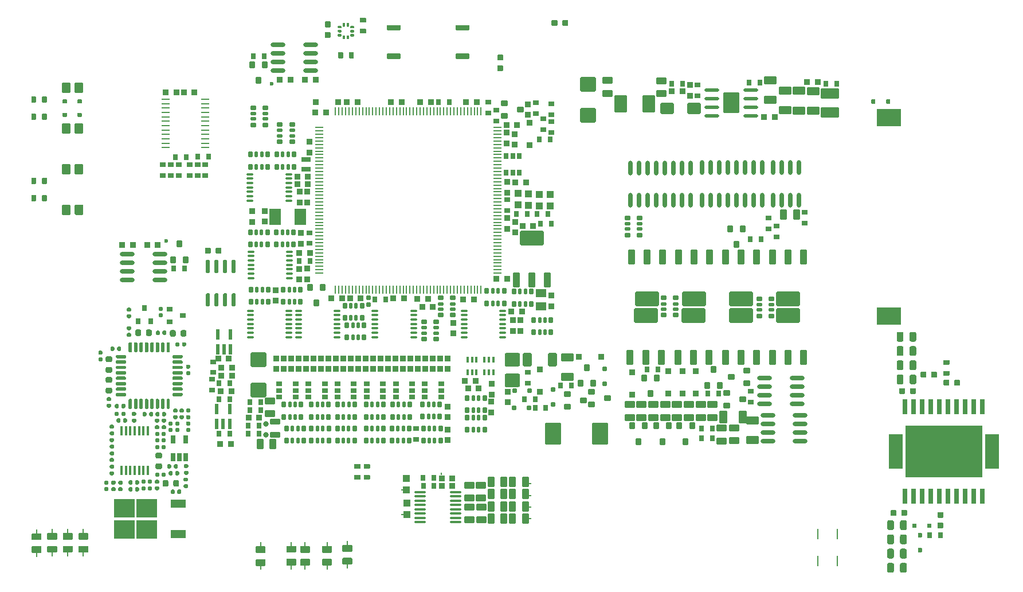
<source format=gtp>
G75*
G70*
%OFA0B0*%
%FSLAX25Y25*%
%IPPOS*%
%LPD*%
%AMOC8*
5,1,8,0,0,1.08239X$1,22.5*
%
%AMM1*
21,1,0.035430,0.030320,0.000000,0.000000,180.000000*
21,1,0.028350,0.037400,0.000000,0.000000,180.000000*
1,1,0.007090,-0.014170,0.015160*
1,1,0.007090,0.014170,0.015160*
1,1,0.007090,0.014170,-0.015160*
1,1,0.007090,-0.014170,-0.015160*
%
%AMM10*
21,1,0.033470,0.026770,0.000000,0.000000,180.000000*
21,1,0.026770,0.033470,0.000000,0.000000,180.000000*
1,1,0.006690,-0.013390,0.013390*
1,1,0.006690,0.013390,0.013390*
1,1,0.006690,0.013390,-0.013390*
1,1,0.006690,-0.013390,-0.013390*
%
%AMM11*
21,1,0.033470,0.026770,0.000000,0.000000,270.000000*
21,1,0.026770,0.033470,0.000000,0.000000,270.000000*
1,1,0.006690,-0.013390,-0.013390*
1,1,0.006690,-0.013390,0.013390*
1,1,0.006690,0.013390,0.013390*
1,1,0.006690,0.013390,-0.013390*
%
%AMM111*
21,1,0.094490,0.111020,0.000000,0.000000,180.000000*
21,1,0.075590,0.129920,0.000000,0.000000,180.000000*
1,1,0.018900,-0.037800,0.055510*
1,1,0.018900,0.037800,0.055510*
1,1,0.018900,0.037800,-0.055510*
1,1,0.018900,-0.037800,-0.055510*
%
%AMM112*
21,1,0.023620,0.018900,0.000000,0.000000,270.000000*
21,1,0.018900,0.023620,0.000000,0.000000,270.000000*
1,1,0.004720,-0.009450,-0.009450*
1,1,0.004720,-0.009450,0.009450*
1,1,0.004720,0.009450,0.009450*
1,1,0.004720,0.009450,-0.009450*
%
%AMM113*
21,1,0.035830,0.026770,0.000000,0.000000,0.000000*
21,1,0.029130,0.033470,0.000000,0.000000,0.000000*
1,1,0.006690,0.014570,-0.013390*
1,1,0.006690,-0.014570,-0.013390*
1,1,0.006690,-0.014570,0.013390*
1,1,0.006690,0.014570,0.013390*
%
%AMM114*
21,1,0.023620,0.018900,0.000000,0.000000,180.000000*
21,1,0.018900,0.023620,0.000000,0.000000,180.000000*
1,1,0.004720,-0.009450,0.009450*
1,1,0.004720,0.009450,0.009450*
1,1,0.004720,0.009450,-0.009450*
1,1,0.004720,-0.009450,-0.009450*
%
%AMM115*
21,1,0.035430,0.030320,0.000000,0.000000,0.000000*
21,1,0.028350,0.037400,0.000000,0.000000,0.000000*
1,1,0.007090,0.014170,-0.015160*
1,1,0.007090,-0.014170,-0.015160*
1,1,0.007090,-0.014170,0.015160*
1,1,0.007090,0.014170,0.015160*
%
%AMM116*
21,1,0.078740,0.070870,0.000000,0.000000,270.000000*
21,1,0.062990,0.086610,0.000000,0.000000,270.000000*
1,1,0.015750,-0.035430,-0.031500*
1,1,0.015750,-0.035430,0.031500*
1,1,0.015750,0.035430,0.031500*
1,1,0.015750,0.035430,-0.031500*
%
%AMM117*
21,1,0.051180,0.068500,0.000000,0.000000,180.000000*
21,1,0.040950,0.078740,0.000000,0.000000,180.000000*
1,1,0.010240,-0.020470,0.034250*
1,1,0.010240,0.020470,0.034250*
1,1,0.010240,0.020470,-0.034250*
1,1,0.010240,-0.020470,-0.034250*
%
%AMM118*
21,1,0.033470,0.026770,0.000000,0.000000,90.000000*
21,1,0.026770,0.033470,0.000000,0.000000,90.000000*
1,1,0.006690,0.013390,0.013390*
1,1,0.006690,0.013390,-0.013390*
1,1,0.006690,-0.013390,-0.013390*
1,1,0.006690,-0.013390,0.013390*
%
%AMM12*
21,1,0.122050,0.075590,0.000000,0.000000,270.000000*
21,1,0.103150,0.094490,0.000000,0.000000,270.000000*
1,1,0.018900,-0.037800,-0.051580*
1,1,0.018900,-0.037800,0.051580*
1,1,0.018900,0.037800,0.051580*
1,1,0.018900,0.037800,-0.051580*
%
%AMM128*
21,1,0.039370,0.049210,0.000000,0.000000,0.000000*
21,1,0.031500,0.057090,0.000000,0.000000,0.000000*
1,1,0.007870,0.015750,-0.024610*
1,1,0.007870,-0.015750,-0.024610*
1,1,0.007870,-0.015750,0.024610*
1,1,0.007870,0.015750,0.024610*
%
%AMM13*
21,1,0.078740,0.053540,0.000000,0.000000,180.000000*
21,1,0.065350,0.066930,0.000000,0.000000,180.000000*
1,1,0.013390,-0.032680,0.026770*
1,1,0.013390,0.032680,0.026770*
1,1,0.013390,0.032680,-0.026770*
1,1,0.013390,-0.032680,-0.026770*
%
%AMM132*
21,1,0.021650,0.052760,-0.000000,0.000000,0.000000*
21,1,0.017320,0.057090,-0.000000,0.000000,0.000000*
1,1,0.004330,0.008660,-0.026380*
1,1,0.004330,-0.008660,-0.026380*
1,1,0.004330,-0.008660,0.026380*
1,1,0.004330,0.008660,0.026380*
%
%AMM133*
21,1,0.027560,0.030710,-0.000000,0.000000,270.000000*
21,1,0.022050,0.036220,-0.000000,0.000000,270.000000*
1,1,0.005510,-0.015350,-0.011020*
1,1,0.005510,-0.015350,0.011020*
1,1,0.005510,0.015350,0.011020*
1,1,0.005510,0.015350,-0.011020*
%
%AMM134*
21,1,0.027560,0.030710,-0.000000,0.000000,0.000000*
21,1,0.022050,0.036220,-0.000000,0.000000,0.000000*
1,1,0.005510,0.011020,-0.015350*
1,1,0.005510,-0.011020,-0.015350*
1,1,0.005510,-0.011020,0.015350*
1,1,0.005510,0.011020,0.015350*
%
%AMM135*
21,1,0.033470,0.026770,-0.000000,0.000000,0.000000*
21,1,0.026770,0.033470,-0.000000,0.000000,0.000000*
1,1,0.006690,0.013390,-0.013390*
1,1,0.006690,-0.013390,-0.013390*
1,1,0.006690,-0.013390,0.013390*
1,1,0.006690,0.013390,0.013390*
%
%AMM14*
21,1,0.070870,0.036220,0.000000,0.000000,180.000000*
21,1,0.061810,0.045280,0.000000,0.000000,180.000000*
1,1,0.009060,-0.030910,0.018110*
1,1,0.009060,0.030910,0.018110*
1,1,0.009060,0.030910,-0.018110*
1,1,0.009060,-0.030910,-0.018110*
%
%AMM144*
21,1,0.035430,0.030320,-0.000000,-0.000000,0.000000*
21,1,0.028350,0.037400,-0.000000,-0.000000,0.000000*
1,1,0.007090,0.014170,-0.015160*
1,1,0.007090,-0.014170,-0.015160*
1,1,0.007090,-0.014170,0.015160*
1,1,0.007090,0.014170,0.015160*
%
%AMM145*
21,1,0.033470,0.026770,-0.000000,-0.000000,180.000000*
21,1,0.026770,0.033470,-0.000000,-0.000000,180.000000*
1,1,0.006690,-0.013390,0.013390*
1,1,0.006690,0.013390,0.013390*
1,1,0.006690,0.013390,-0.013390*
1,1,0.006690,-0.013390,-0.013390*
%
%AMM146*
21,1,0.027560,0.030710,-0.000000,-0.000000,0.000000*
21,1,0.022050,0.036220,-0.000000,-0.000000,0.000000*
1,1,0.005510,0.011020,-0.015350*
1,1,0.005510,-0.011020,-0.015350*
1,1,0.005510,-0.011020,0.015350*
1,1,0.005510,0.011020,0.015350*
%
%AMM15*
21,1,0.086610,0.073230,0.000000,0.000000,90.000000*
21,1,0.069290,0.090550,0.000000,0.000000,90.000000*
1,1,0.017320,0.036610,0.034650*
1,1,0.017320,0.036610,-0.034650*
1,1,0.017320,-0.036610,-0.034650*
1,1,0.017320,-0.036610,0.034650*
%
%AMM16*
21,1,0.027560,0.030710,0.000000,0.000000,90.000000*
21,1,0.022050,0.036220,0.000000,0.000000,90.000000*
1,1,0.005510,0.015350,0.011020*
1,1,0.005510,0.015350,-0.011020*
1,1,0.005510,-0.015350,-0.011020*
1,1,0.005510,-0.015350,0.011020*
%
%AMM168*
21,1,0.033470,0.026770,0.000000,-0.000000,180.000000*
21,1,0.026770,0.033470,0.000000,-0.000000,180.000000*
1,1,0.006690,-0.013390,0.013390*
1,1,0.006690,0.013390,0.013390*
1,1,0.006690,0.013390,-0.013390*
1,1,0.006690,-0.013390,-0.013390*
%
%AMM169*
21,1,0.025590,0.026380,0.000000,-0.000000,0.000000*
21,1,0.020470,0.031500,0.000000,-0.000000,0.000000*
1,1,0.005120,0.010240,-0.013190*
1,1,0.005120,-0.010240,-0.013190*
1,1,0.005120,-0.010240,0.013190*
1,1,0.005120,0.010240,0.013190*
%
%AMM170*
21,1,0.017720,0.027950,0.000000,-0.000000,0.000000*
21,1,0.014170,0.031500,0.000000,-0.000000,0.000000*
1,1,0.003540,0.007090,-0.013980*
1,1,0.003540,-0.007090,-0.013980*
1,1,0.003540,-0.007090,0.013980*
1,1,0.003540,0.007090,0.013980*
%
%AMM171*
21,1,0.012600,0.028980,0.000000,-0.000000,180.000000*
21,1,0.010080,0.031500,0.000000,-0.000000,180.000000*
1,1,0.002520,-0.005040,0.014490*
1,1,0.002520,0.005040,0.014490*
1,1,0.002520,0.005040,-0.014490*
1,1,0.002520,-0.005040,-0.014490*
%
%AMM172*
21,1,0.033470,0.026770,0.000000,-0.000000,90.000000*
21,1,0.026770,0.033470,0.000000,-0.000000,90.000000*
1,1,0.006690,0.013390,0.013390*
1,1,0.006690,0.013390,-0.013390*
1,1,0.006690,-0.013390,-0.013390*
1,1,0.006690,-0.013390,0.013390*
%
%AMM2*
21,1,0.033470,0.026770,0.000000,0.000000,0.000000*
21,1,0.026770,0.033470,0.000000,0.000000,0.000000*
1,1,0.006690,0.013390,-0.013390*
1,1,0.006690,-0.013390,-0.013390*
1,1,0.006690,-0.013390,0.013390*
1,1,0.006690,0.013390,0.013390*
%
%AMM27*
21,1,0.027560,0.018900,0.000000,0.000000,180.000000*
21,1,0.022840,0.023620,0.000000,0.000000,180.000000*
1,1,0.004720,-0.011420,0.009450*
1,1,0.004720,0.011420,0.009450*
1,1,0.004720,0.011420,-0.009450*
1,1,0.004720,-0.011420,-0.009450*
%
%AMM28*
21,1,0.137800,0.067720,0.000000,0.000000,0.000000*
21,1,0.120870,0.084650,0.000000,0.000000,0.000000*
1,1,0.016930,0.060430,-0.033860*
1,1,0.016930,-0.060430,-0.033860*
1,1,0.016930,-0.060430,0.033860*
1,1,0.016930,0.060430,0.033860*
%
%AMM29*
21,1,0.043310,0.075980,0.000000,0.000000,0.000000*
21,1,0.034650,0.084650,0.000000,0.000000,0.000000*
1,1,0.008660,0.017320,-0.037990*
1,1,0.008660,-0.017320,-0.037990*
1,1,0.008660,-0.017320,0.037990*
1,1,0.008660,0.017320,0.037990*
%
%AMM3*
21,1,0.027560,0.030710,0.000000,0.000000,180.000000*
21,1,0.022050,0.036220,0.000000,0.000000,180.000000*
1,1,0.005510,-0.011020,0.015350*
1,1,0.005510,0.011020,0.015350*
1,1,0.005510,0.011020,-0.015350*
1,1,0.005510,-0.011020,-0.015350*
%
%AMM30*
21,1,0.043310,0.075990,0.000000,0.000000,0.000000*
21,1,0.034650,0.084650,0.000000,0.000000,0.000000*
1,1,0.008660,0.017320,-0.037990*
1,1,0.008660,-0.017320,-0.037990*
1,1,0.008660,-0.017320,0.037990*
1,1,0.008660,0.017320,0.037990*
%
%AMM31*
21,1,0.039370,0.035430,0.000000,0.000000,270.000000*
21,1,0.031500,0.043310,0.000000,0.000000,270.000000*
1,1,0.007870,-0.017720,-0.015750*
1,1,0.007870,-0.017720,0.015750*
1,1,0.007870,0.017720,0.015750*
1,1,0.007870,0.017720,-0.015750*
%
%AMM32*
21,1,0.035430,0.030320,0.000000,0.000000,270.000000*
21,1,0.028350,0.037400,0.000000,0.000000,270.000000*
1,1,0.007090,-0.015160,-0.014170*
1,1,0.007090,-0.015160,0.014170*
1,1,0.007090,0.015160,0.014170*
1,1,0.007090,0.015160,-0.014170*
%
%AMM33*
21,1,0.023620,0.030710,0.000000,0.000000,180.000000*
21,1,0.018900,0.035430,0.000000,0.000000,180.000000*
1,1,0.004720,-0.009450,0.015350*
1,1,0.004720,0.009450,0.015350*
1,1,0.004720,0.009450,-0.015350*
1,1,0.004720,-0.009450,-0.015350*
%
%AMM34*
21,1,0.025590,0.026380,0.000000,0.000000,0.000000*
21,1,0.020470,0.031500,0.000000,0.000000,0.000000*
1,1,0.005120,0.010240,-0.013190*
1,1,0.005120,-0.010240,-0.013190*
1,1,0.005120,-0.010240,0.013190*
1,1,0.005120,0.010240,0.013190*
%
%AMM35*
21,1,0.017720,0.027950,0.000000,0.000000,0.000000*
21,1,0.014170,0.031500,0.000000,0.000000,0.000000*
1,1,0.003540,0.007090,-0.013980*
1,1,0.003540,-0.007090,-0.013980*
1,1,0.003540,-0.007090,0.013980*
1,1,0.003540,0.007090,0.013980*
%
%AMM36*
21,1,0.035830,0.026770,0.000000,0.000000,270.000000*
21,1,0.029130,0.033470,0.000000,0.000000,270.000000*
1,1,0.006690,-0.013390,-0.014570*
1,1,0.006690,-0.013390,0.014570*
1,1,0.006690,0.013390,0.014570*
1,1,0.006690,0.013390,-0.014570*
%
%AMM37*
21,1,0.025590,0.026380,0.000000,0.000000,270.000000*
21,1,0.020470,0.031500,0.000000,0.000000,270.000000*
1,1,0.005120,-0.013190,-0.010240*
1,1,0.005120,-0.013190,0.010240*
1,1,0.005120,0.013190,0.010240*
1,1,0.005120,0.013190,-0.010240*
%
%AMM38*
21,1,0.017720,0.027950,0.000000,0.000000,270.000000*
21,1,0.014170,0.031500,0.000000,0.000000,270.000000*
1,1,0.003540,-0.013980,-0.007090*
1,1,0.003540,-0.013980,0.007090*
1,1,0.003540,0.013980,0.007090*
1,1,0.003540,0.013980,-0.007090*
%
%AMM39*
21,1,0.027560,0.049610,0.000000,0.000000,270.000000*
21,1,0.022050,0.055120,0.000000,0.000000,270.000000*
1,1,0.005510,-0.024800,-0.011020*
1,1,0.005510,-0.024800,0.011020*
1,1,0.005510,0.024800,0.011020*
1,1,0.005510,0.024800,-0.011020*
%
%AMM40*
21,1,0.035830,0.026770,0.000000,0.000000,180.000000*
21,1,0.029130,0.033470,0.000000,0.000000,180.000000*
1,1,0.006690,-0.014570,0.013390*
1,1,0.006690,0.014570,0.013390*
1,1,0.006690,0.014570,-0.013390*
1,1,0.006690,-0.014570,-0.013390*
%
%AMM7*
21,1,0.039370,0.049210,0.000000,0.000000,90.000000*
21,1,0.031500,0.057090,0.000000,0.000000,90.000000*
1,1,0.007870,0.024610,0.015750*
1,1,0.007870,0.024610,-0.015750*
1,1,0.007870,-0.024610,-0.015750*
1,1,0.007870,-0.024610,0.015750*
%
%AMM71*
21,1,0.035430,0.050000,0.000000,0.000000,270.000000*
21,1,0.028350,0.057090,0.000000,0.000000,270.000000*
1,1,0.007090,-0.025000,-0.014170*
1,1,0.007090,-0.025000,0.014170*
1,1,0.007090,0.025000,0.014170*
1,1,0.007090,0.025000,-0.014170*
%
%AMM72*
21,1,0.086610,0.073230,0.000000,0.000000,270.000000*
21,1,0.069290,0.090550,0.000000,0.000000,270.000000*
1,1,0.017320,-0.036610,-0.034650*
1,1,0.017320,-0.036610,0.034650*
1,1,0.017320,0.036610,0.034650*
1,1,0.017320,0.036610,-0.034650*
%
%AMM73*
21,1,0.039370,0.049210,0.000000,0.000000,180.000000*
21,1,0.031500,0.057090,0.000000,0.000000,180.000000*
1,1,0.007870,-0.015750,0.024610*
1,1,0.007870,0.015750,0.024610*
1,1,0.007870,0.015750,-0.024610*
1,1,0.007870,-0.015750,-0.024610*
%
%AMM74*
21,1,0.023620,0.030710,0.000000,0.000000,90.000000*
21,1,0.018900,0.035430,0.000000,0.000000,90.000000*
1,1,0.004720,0.015350,0.009450*
1,1,0.004720,0.015350,-0.009450*
1,1,0.004720,-0.015350,-0.009450*
1,1,0.004720,-0.015350,0.009450*
%
%AMM75*
21,1,0.027560,0.030710,0.000000,0.000000,0.000000*
21,1,0.022050,0.036220,0.000000,0.000000,0.000000*
1,1,0.005510,0.011020,-0.015350*
1,1,0.005510,-0.011020,-0.015350*
1,1,0.005510,-0.011020,0.015350*
1,1,0.005510,0.011020,0.015350*
%
%AMM8*
21,1,0.106300,0.050390,0.000000,0.000000,0.000000*
21,1,0.093700,0.062990,0.000000,0.000000,0.000000*
1,1,0.012600,0.046850,-0.025200*
1,1,0.012600,-0.046850,-0.025200*
1,1,0.012600,-0.046850,0.025200*
1,1,0.012600,0.046850,0.025200*
%
%AMM87*
21,1,0.027560,0.030710,0.000000,0.000000,270.000000*
21,1,0.022050,0.036220,0.000000,0.000000,270.000000*
1,1,0.005510,-0.015350,-0.011020*
1,1,0.005510,-0.015350,0.011020*
1,1,0.005510,0.015350,0.011020*
1,1,0.005510,0.015350,-0.011020*
%
%AMM9*
21,1,0.074800,0.083460,0.000000,0.000000,180.000000*
21,1,0.059840,0.098430,0.000000,0.000000,180.000000*
1,1,0.014960,-0.029920,0.041730*
1,1,0.014960,0.029920,0.041730*
1,1,0.014960,0.029920,-0.041730*
1,1,0.014960,-0.029920,-0.041730*
%
%AMM90*
21,1,0.070870,0.036220,0.000000,0.000000,270.000000*
21,1,0.061810,0.045280,0.000000,0.000000,270.000000*
1,1,0.009060,-0.018110,-0.030910*
1,1,0.009060,-0.018110,0.030910*
1,1,0.009060,0.018110,0.030910*
1,1,0.009060,0.018110,-0.030910*
%
%AMM91*
21,1,0.035430,0.030320,0.000000,0.000000,90.000000*
21,1,0.028350,0.037400,0.000000,0.000000,90.000000*
1,1,0.007090,0.015160,0.014170*
1,1,0.007090,0.015160,-0.014170*
1,1,0.007090,-0.015160,-0.014170*
1,1,0.007090,-0.015160,0.014170*
%
%AMM92*
21,1,0.043310,0.075980,0.000000,0.000000,180.000000*
21,1,0.034650,0.084650,0.000000,0.000000,180.000000*
1,1,0.008660,-0.017320,0.037990*
1,1,0.008660,0.017320,0.037990*
1,1,0.008660,0.017320,-0.037990*
1,1,0.008660,-0.017320,-0.037990*
%
%AMM93*
21,1,0.043310,0.075990,0.000000,0.000000,180.000000*
21,1,0.034650,0.084650,0.000000,0.000000,180.000000*
1,1,0.008660,-0.017320,0.037990*
1,1,0.008660,0.017320,0.037990*
1,1,0.008660,0.017320,-0.037990*
1,1,0.008660,-0.017320,-0.037990*
%
%AMM94*
21,1,0.137800,0.067720,0.000000,0.000000,180.000000*
21,1,0.120870,0.084650,0.000000,0.000000,180.000000*
1,1,0.016930,-0.060430,0.033860*
1,1,0.016930,0.060430,0.033860*
1,1,0.016930,0.060430,-0.033860*
1,1,0.016930,-0.060430,-0.033860*
%
%AMM95*
21,1,0.025590,0.026380,0.000000,0.000000,90.000000*
21,1,0.020470,0.031500,0.000000,0.000000,90.000000*
1,1,0.005120,0.013190,0.010240*
1,1,0.005120,0.013190,-0.010240*
1,1,0.005120,-0.013190,-0.010240*
1,1,0.005120,-0.013190,0.010240*
%
%AMM96*
21,1,0.017720,0.027950,0.000000,0.000000,90.000000*
21,1,0.014170,0.031500,0.000000,0.000000,90.000000*
1,1,0.003540,0.013980,0.007090*
1,1,0.003540,0.013980,-0.007090*
1,1,0.003540,-0.013980,-0.007090*
1,1,0.003540,-0.013980,0.007090*
%
%AMM97*
21,1,0.035830,0.026770,0.000000,0.000000,90.000000*
21,1,0.029130,0.033470,0.000000,0.000000,90.000000*
1,1,0.006690,0.013390,0.014570*
1,1,0.006690,0.013390,-0.014570*
1,1,0.006690,-0.013390,-0.014570*
1,1,0.006690,-0.013390,0.014570*
%
%ADD102R,0.03543X0.03150*%
%ADD106O,0.01969X0.00984*%
%ADD112M27*%
%ADD115M116*%
%ADD116M7*%
%ADD117M37*%
%ADD118R,0.05906X0.05118*%
%ADD12O,0.05118X0.00866*%
%ADD121M40*%
%ADD13M33*%
%ADD131C,0.02362*%
%ADD141M114*%
%ADD142M30*%
%ADD154O,0.01968X0.00984*%
%ADD158M38*%
%ADD159O,0.00000X0.00000*%
%ADD160M1*%
%ADD164M71*%
%ADD167M113*%
%ADD174O,0.08661X0.01968*%
%ADD176M90*%
%ADD178M92*%
%ADD181M31*%
%ADD184M15*%
%ADD185M9*%
%ADD189R,0.08000X0.20000*%
%ADD192R,0.45000X0.30000*%
%ADD193M39*%
%ADD194O,0.02362X0.08661*%
%ADD196M91*%
%ADD197M3*%
%ADD200O,0.00984X0.01969*%
%ADD203M72*%
%ADD205M11*%
%ADD212M14*%
%ADD215M2*%
%ADD217M32*%
%ADD221M12*%
%ADD223M8*%
%ADD227M128*%
%ADD230M29*%
%ADD235R,0.06693X0.09449*%
%ADD236O,0.00984X0.01968*%
%ADD238M96*%
%ADD24M112*%
%ADD241M73*%
%ADD249C,0.03150*%
%ADD251O,0.04961X0.00984*%
%ADD254O,0.07087X0.01378*%
%ADD257M13*%
%ADD269O,0.01968X0.03937*%
%ADD285O,0.08661X0.02362*%
%ADD288M118*%
%ADD294R,0.03150X0.08661*%
%ADD297O,0.00866X0.05118*%
%ADD298M34*%
%ADD299R,0.00800X0.06000*%
%ADD300M10*%
%ADD302M93*%
%ADD307M74*%
%ADD309M111*%
%ADD312M132*%
%ADD313M133*%
%ADD314M134*%
%ADD315M135*%
%ADD320R,0.02559X0.04803*%
%ADD321R,0.01772X0.05709*%
%ADD322R,0.08661X0.04724*%
%ADD324R,0.12008X0.10827*%
%ADD332M144*%
%ADD333M145*%
%ADD334M146*%
%ADD356M168*%
%ADD357M169*%
%ADD358M170*%
%ADD359M171*%
%ADD360M172*%
%ADD37M87*%
%ADD38M35*%
%ADD41O,0.04331X0.01181*%
%ADD43M75*%
%ADD50R,0.14173X0.10236*%
%ADD52M28*%
%ADD53M115*%
%ADD56M94*%
%ADD58R,0.03150X0.03543*%
%ADD60M16*%
%ADD80M36*%
%ADD87M97*%
%ADD95M95*%
%ADD96M117*%
X0000000Y0000000D02*
%LPD*%
G01*
G36*
G01*
X0134429Y0255315D02*
X0133248Y0255315D01*
G75*
G02*
X0132657Y0255906I0000000J0000591D01*
G01*
X0132657Y0262402D01*
G75*
G02*
X0133248Y0262992I0000591J0000000D01*
G01*
X0134429Y0262992D01*
G75*
G02*
X0135020Y0262402I0000000J-000591D01*
G01*
X0135020Y0255906D01*
G75*
G02*
X0134429Y0255315I-000591J0000000D01*
G01*
G37*
G36*
G01*
X0139429Y0255315D02*
X0138248Y0255315D01*
G75*
G02*
X0137657Y0255906I0000000J0000591D01*
G01*
X0137657Y0262402D01*
G75*
G02*
X0138248Y0262992I0000591J0000000D01*
G01*
X0139429Y0262992D01*
G75*
G02*
X0140020Y0262402I0000000J-000591D01*
G01*
X0140020Y0255906D01*
G75*
G02*
X0139429Y0255315I-000591J0000000D01*
G01*
G37*
G36*
G01*
X0144429Y0255315D02*
X0143248Y0255315D01*
G75*
G02*
X0142657Y0255906I0000000J0000591D01*
G01*
X0142657Y0262402D01*
G75*
G02*
X0143248Y0262992I0000591J0000000D01*
G01*
X0144429Y0262992D01*
G75*
G02*
X0145020Y0262402I0000000J-000591D01*
G01*
X0145020Y0255906D01*
G75*
G02*
X0144429Y0255315I-000591J0000000D01*
G01*
G37*
G36*
G01*
X0149429Y0255315D02*
X0148248Y0255315D01*
G75*
G02*
X0147657Y0255906I0000000J0000591D01*
G01*
X0147657Y0262402D01*
G75*
G02*
X0148248Y0262992I0000591J0000000D01*
G01*
X0149429Y0262992D01*
G75*
G02*
X0150020Y0262402I0000000J-000591D01*
G01*
X0150020Y0255906D01*
G75*
G02*
X0149429Y0255315I-000591J0000000D01*
G01*
G37*
G36*
G01*
X0149429Y0274803D02*
X0148248Y0274803D01*
G75*
G02*
X0147657Y0275394I0000000J0000591D01*
G01*
X0147657Y0281890D01*
G75*
G02*
X0148248Y0282480I0000591J0000000D01*
G01*
X0149429Y0282480D01*
G75*
G02*
X0150020Y0281890I0000000J-000591D01*
G01*
X0150020Y0275394D01*
G75*
G02*
X0149429Y0274803I-000591J0000000D01*
G01*
G37*
G36*
G01*
X0144429Y0274803D02*
X0143248Y0274803D01*
G75*
G02*
X0142657Y0275394I0000000J0000591D01*
G01*
X0142657Y0281890D01*
G75*
G02*
X0143248Y0282480I0000591J0000000D01*
G01*
X0144429Y0282480D01*
G75*
G02*
X0145020Y0281890I0000000J-000591D01*
G01*
X0145020Y0275394D01*
G75*
G02*
X0144429Y0274803I-000591J0000000D01*
G01*
G37*
G36*
G01*
X0139429Y0274803D02*
X0138248Y0274803D01*
G75*
G02*
X0137657Y0275394I0000000J0000591D01*
G01*
X0137657Y0281890D01*
G75*
G02*
X0138248Y0282480I0000591J0000000D01*
G01*
X0139429Y0282480D01*
G75*
G02*
X0140020Y0281890I0000000J-000591D01*
G01*
X0140020Y0275394D01*
G75*
G02*
X0139429Y0274803I-000591J0000000D01*
G01*
G37*
G36*
G01*
X0134429Y0274803D02*
X0133248Y0274803D01*
G75*
G02*
X0132657Y0275394I0000000J0000591D01*
G01*
X0132657Y0281890D01*
G75*
G02*
X0133248Y0282480I0000591J0000000D01*
G01*
X0134429Y0282480D01*
G75*
G02*
X0135020Y0281890I0000000J-000591D01*
G01*
X0135020Y0275394D01*
G75*
G02*
X0134429Y0274803I-000591J0000000D01*
G01*
G37*
G36*
G01*
X0202205Y0420925D02*
X0204882Y0420925D01*
G75*
G02*
X0205217Y0420591I0000000J-000335D01*
G01*
X0205217Y0417913D01*
G75*
G02*
X0204882Y0417579I-000335J0000000D01*
G01*
X0202205Y0417579D01*
G75*
G02*
X0201870Y0417913I0000000J0000335D01*
G01*
X0201870Y0420591D01*
G75*
G02*
X0202205Y0420925I0000335J0000000D01*
G01*
G37*
G36*
G01*
X0202205Y0414705D02*
X0204882Y0414705D01*
G75*
G02*
X0205217Y0414370I0000000J-000335D01*
G01*
X0205217Y0411693D01*
G75*
G02*
X0204882Y0411358I-000335J0000000D01*
G01*
X0202205Y0411358D01*
G75*
G02*
X0201870Y0411693I0000000J0000335D01*
G01*
X0201870Y0414370D01*
G75*
G02*
X0202205Y0414705I0000335J0000000D01*
G01*
G37*
G36*
G01*
X0305276Y0392067D02*
X0302598Y0392067D01*
G75*
G02*
X0302264Y0392402I0000000J0000335D01*
G01*
X0302264Y0395079D01*
G75*
G02*
X0302598Y0395413I0000335J0000000D01*
G01*
X0305276Y0395413D01*
G75*
G02*
X0305610Y0395079I0000000J-000335D01*
G01*
X0305610Y0392402D01*
G75*
G02*
X0305276Y0392067I-000335J0000000D01*
G01*
G37*
G36*
G01*
X0305276Y0398287D02*
X0302598Y0398287D01*
G75*
G02*
X0302264Y0398622I0000000J0000335D01*
G01*
X0302264Y0401299D01*
G75*
G02*
X0302598Y0401634I0000335J0000000D01*
G01*
X0305276Y0401634D01*
G75*
G02*
X0305610Y0401299I0000000J-000335D01*
G01*
X0305610Y0398622D01*
G75*
G02*
X0305276Y0398287I-000335J0000000D01*
G01*
G37*
D159*
X0180758Y0383983D03*
X0376167Y0190345D03*
G36*
G01*
X0056346Y0356319D02*
X0056346Y0361201D01*
G75*
G02*
X0056858Y0361713I0000512J0000000D01*
G01*
X0060953Y0361713D01*
G75*
G02*
X0061465Y0361201I0000000J-000512D01*
G01*
X0061465Y0356319D01*
G75*
G02*
X0060953Y0355807I-000512J0000000D01*
G01*
X0056858Y0355807D01*
G75*
G02*
X0056346Y0356319I0000000J0000512D01*
G01*
G37*
G36*
G01*
X0048866Y0356319D02*
X0048866Y0361201D01*
G75*
G02*
X0049378Y0361713I0000512J0000000D01*
G01*
X0053472Y0361713D01*
G75*
G02*
X0053984Y0361201I0000000J-000512D01*
G01*
X0053984Y0356319D01*
G75*
G02*
X0053472Y0355807I-000512J0000000D01*
G01*
X0049378Y0355807D01*
G75*
G02*
X0048866Y0356319I0000000J0000512D01*
G01*
G37*
G36*
G01*
X0031791Y0123524D02*
X0036713Y0123524D01*
G75*
G02*
X0037106Y0123130I0000000J-000394D01*
G01*
X0037106Y0119980D01*
G75*
G02*
X0036713Y0119587I-000394J0000000D01*
G01*
X0031791Y0119587D01*
G75*
G02*
X0031398Y0119980I0000000J0000394D01*
G01*
X0031398Y0123130D01*
G75*
G02*
X0031791Y0123524I0000394J0000000D01*
G01*
G37*
D299*
X0034252Y0122815D03*
X0034252Y0112815D03*
G36*
G01*
X0031791Y0116043D02*
X0036713Y0116043D01*
G75*
G02*
X0037106Y0115650I0000000J-000394D01*
G01*
X0037106Y0112500D01*
G75*
G02*
X0036713Y0112106I-000394J0000000D01*
G01*
X0031791Y0112106D01*
G75*
G02*
X0031398Y0112500I0000000J0000394D01*
G01*
X0031398Y0115650D01*
G75*
G02*
X0031791Y0116043I0000394J0000000D01*
G01*
G37*
G36*
G01*
X0217421Y0105315D02*
X0212500Y0105315D01*
G75*
G02*
X0212106Y0105709I0000000J0000394D01*
G01*
X0212106Y0108858D01*
G75*
G02*
X0212500Y0109252I0000394J0000000D01*
G01*
X0217421Y0109252D01*
G75*
G02*
X0217815Y0108858I0000000J-000394D01*
G01*
X0217815Y0105709D01*
G75*
G02*
X0217421Y0105315I-000394J0000000D01*
G01*
G37*
X0214961Y0106024D03*
G36*
G01*
X0217421Y0112795D02*
X0212500Y0112795D01*
G75*
G02*
X0212106Y0113189I0000000J0000394D01*
G01*
X0212106Y0116339D01*
G75*
G02*
X0212500Y0116732I0000394J0000000D01*
G01*
X0217421Y0116732D01*
G75*
G02*
X0217815Y0116339I0000000J-000394D01*
G01*
X0217815Y0113189D01*
G75*
G02*
X0217421Y0112795I-000394J0000000D01*
G01*
G37*
X0214961Y0116024D03*
G36*
G01*
X0040205Y0377126D02*
X0040205Y0374055D01*
G75*
G02*
X0039929Y0373780I-000276J0000000D01*
G01*
X0037724Y0373780D01*
G75*
G02*
X0037449Y0374055I0000000J0000276D01*
G01*
X0037449Y0377126D01*
G75*
G02*
X0037724Y0377402I0000276J0000000D01*
G01*
X0039929Y0377402D01*
G75*
G02*
X0040205Y0377126I0000000J-000276D01*
G01*
G37*
G36*
G01*
X0033906Y0377126D02*
X0033906Y0374055D01*
G75*
G02*
X0033630Y0373780I-000276J0000000D01*
G01*
X0031425Y0373780D01*
G75*
G02*
X0031150Y0374055I0000000J0000276D01*
G01*
X0031150Y0377126D01*
G75*
G02*
X0031425Y0377402I0000276J0000000D01*
G01*
X0033630Y0377402D01*
G75*
G02*
X0033906Y0377126I0000000J-000276D01*
G01*
G37*
G36*
G01*
X0571346Y0212331D02*
X0571346Y0209654D01*
G75*
G02*
X0571012Y0209320I-000335J0000000D01*
G01*
X0568335Y0209320D01*
G75*
G02*
X0568000Y0209654I0000000J0000335D01*
G01*
X0568000Y0212331D01*
G75*
G02*
X0568335Y0212666I0000335J0000000D01*
G01*
X0571012Y0212666D01*
G75*
G02*
X0571346Y0212331I0000000J-000335D01*
G01*
G37*
G36*
G01*
X0565126Y0212331D02*
X0565126Y0209654D01*
G75*
G02*
X0564791Y0209320I-000335J0000000D01*
G01*
X0562114Y0209320D01*
G75*
G02*
X0561780Y0209654I0000000J0000335D01*
G01*
X0561780Y0212331D01*
G75*
G02*
X0562114Y0212666I0000335J0000000D01*
G01*
X0564791Y0212666D01*
G75*
G02*
X0565126Y0212331I0000000J-000335D01*
G01*
G37*
G36*
G01*
X0528984Y0126394D02*
X0528984Y0130134D01*
G75*
G02*
X0529969Y0131118I0000984J0000000D01*
G01*
X0531937Y0131118D01*
G75*
G02*
X0532921Y0130134I0000000J-000984D01*
G01*
X0532921Y0126394D01*
G75*
G02*
X0531937Y0125409I-000984J0000000D01*
G01*
X0529969Y0125409D01*
G75*
G02*
X0528984Y0126394I0000000J0000984D01*
G01*
G37*
G36*
G01*
X0536465Y0126394D02*
X0536465Y0130134D01*
G75*
G02*
X0537449Y0131118I0000984J0000000D01*
G01*
X0539417Y0131118D01*
G75*
G02*
X0540402Y0130134I0000000J-000984D01*
G01*
X0540402Y0126394D01*
G75*
G02*
X0539417Y0125409I-000984J0000000D01*
G01*
X0537449Y0125409D01*
G75*
G02*
X0536465Y0126394I0000000J0000984D01*
G01*
G37*
G36*
G01*
X0192815Y0104724D02*
X0187894Y0104724D01*
G75*
G02*
X0187500Y0105118I0000000J0000394D01*
G01*
X0187500Y0108268D01*
G75*
G02*
X0187894Y0108661I0000394J0000000D01*
G01*
X0192815Y0108661D01*
G75*
G02*
X0193209Y0108268I0000000J-000394D01*
G01*
X0193209Y0105118D01*
G75*
G02*
X0192815Y0104724I-000394J0000000D01*
G01*
G37*
X0190354Y0105433D03*
X0190354Y0115433D03*
G36*
G01*
X0192815Y0112205D02*
X0187894Y0112205D01*
G75*
G02*
X0187500Y0112599I0000000J0000394D01*
G01*
X0187500Y0115748D01*
G75*
G02*
X0187894Y0116142I0000394J0000000D01*
G01*
X0192815Y0116142D01*
G75*
G02*
X0193209Y0115748I0000000J-000394D01*
G01*
X0193209Y0112599D01*
G75*
G02*
X0192815Y0112205I-000394J0000000D01*
G01*
G37*
X0488484Y0107283D03*
X0488484Y0123032D03*
D294*
X0539339Y0145245D03*
X0544339Y0145245D03*
X0549339Y0145245D03*
X0554339Y0145245D03*
X0559339Y0145245D03*
X0564339Y0145245D03*
X0569339Y0145245D03*
X0574339Y0145245D03*
X0579339Y0145245D03*
X0584339Y0145245D03*
X0584339Y0197213D03*
X0579339Y0197213D03*
X0574339Y0197213D03*
X0569339Y0197213D03*
X0564339Y0197213D03*
X0559339Y0197213D03*
X0554339Y0197213D03*
X0549339Y0197213D03*
X0544339Y0197213D03*
X0539339Y0197213D03*
D189*
X0533839Y0171229D03*
D192*
X0561839Y0171229D03*
D189*
X0589839Y0171229D03*
G36*
G01*
X0040205Y0319843D02*
X0040205Y0316772D01*
G75*
G02*
X0039929Y0316496I-000276J0000000D01*
G01*
X0037724Y0316496D01*
G75*
G02*
X0037449Y0316772I0000000J0000276D01*
G01*
X0037449Y0319843D01*
G75*
G02*
X0037724Y0320118I0000276J0000000D01*
G01*
X0039929Y0320118D01*
G75*
G02*
X0040205Y0319843I0000000J-000276D01*
G01*
G37*
G36*
G01*
X0033906Y0319843D02*
X0033906Y0316772D01*
G75*
G02*
X0033630Y0316496I-000276J0000000D01*
G01*
X0031425Y0316496D01*
G75*
G02*
X0031150Y0316772I0000000J0000276D01*
G01*
X0031150Y0319843D01*
G75*
G02*
X0031425Y0320118I0000276J0000000D01*
G01*
X0033630Y0320118D01*
G75*
G02*
X0033906Y0319843I0000000J-000276D01*
G01*
G37*
D159*
X0099803Y0294291D03*
G36*
G01*
X0056346Y0379941D02*
X0056346Y0384823D01*
G75*
G02*
X0056858Y0385335I0000512J0000000D01*
G01*
X0060953Y0385335D01*
G75*
G02*
X0061465Y0384823I0000000J-000512D01*
G01*
X0061465Y0379941D01*
G75*
G02*
X0060953Y0379429I-000512J0000000D01*
G01*
X0056858Y0379429D01*
G75*
G02*
X0056346Y0379941I0000000J0000512D01*
G01*
G37*
G36*
G01*
X0048866Y0379941D02*
X0048866Y0384823D01*
G75*
G02*
X0049378Y0385335I0000512J0000000D01*
G01*
X0053472Y0385335D01*
G75*
G02*
X0053984Y0384823I0000000J-000512D01*
G01*
X0053984Y0379941D01*
G75*
G02*
X0053472Y0379429I-000512J0000000D01*
G01*
X0049378Y0379429D01*
G75*
G02*
X0048866Y0379941I0000000J0000512D01*
G01*
G37*
G36*
G01*
X0141791Y0289134D02*
X0141791Y0286457D01*
G75*
G02*
X0141457Y0286122I-000335J0000000D01*
G01*
X0138780Y0286122D01*
G75*
G02*
X0138445Y0286457I0000000J0000335D01*
G01*
X0138445Y0289134D01*
G75*
G02*
X0138780Y0289469I0000335J0000000D01*
G01*
X0141457Y0289469D01*
G75*
G02*
X0141791Y0289134I0000000J-000335D01*
G01*
G37*
G36*
G01*
X0135571Y0289134D02*
X0135571Y0286457D01*
G75*
G02*
X0135236Y0286122I-000335J0000000D01*
G01*
X0132559Y0286122D01*
G75*
G02*
X0132224Y0286457I0000000J0000335D01*
G01*
X0132224Y0289134D01*
G75*
G02*
X0132559Y0289469I0000335J0000000D01*
G01*
X0135236Y0289469D01*
G75*
G02*
X0135571Y0289134I0000000J-000335D01*
G01*
G37*
G36*
G01*
X0238354Y0418898D02*
X0245598Y0418898D01*
G75*
G02*
X0245913Y0418583I0000000J-000315D01*
G01*
X0245913Y0416063D01*
G75*
G02*
X0245598Y0415748I-000315J0000000D01*
G01*
X0238354Y0415748D01*
G75*
G02*
X0238039Y0416063I0000000J0000315D01*
G01*
X0238039Y0418583D01*
G75*
G02*
X0238354Y0418898I0000315J0000000D01*
G01*
G37*
G36*
G01*
X0238354Y0402362D02*
X0245598Y0402362D01*
G75*
G02*
X0245913Y0402047I0000000J-000315D01*
G01*
X0245913Y0399528D01*
G75*
G02*
X0245598Y0399213I-000315J0000000D01*
G01*
X0238354Y0399213D01*
G75*
G02*
X0238039Y0399528I0000000J0000315D01*
G01*
X0238039Y0402047D01*
G75*
G02*
X0238354Y0402362I0000315J0000000D01*
G01*
G37*
D50*
X0529921Y0364961D03*
X0529921Y0249606D03*
G36*
G01*
X0561878Y0224182D02*
X0564949Y0224182D01*
G75*
G02*
X0565224Y0223906I0000000J-000276D01*
G01*
X0565224Y0221701D01*
G75*
G02*
X0564949Y0221426I-000276J0000000D01*
G01*
X0561878Y0221426D01*
G75*
G02*
X0561602Y0221701I0000000J0000276D01*
G01*
X0561602Y0223906D01*
G75*
G02*
X0561878Y0224182I0000276J0000000D01*
G01*
G37*
G36*
G01*
X0561878Y0217883D02*
X0564949Y0217883D01*
G75*
G02*
X0565224Y0217607I0000000J-000276D01*
G01*
X0565224Y0215402D01*
G75*
G02*
X0564949Y0215127I-000276J0000000D01*
G01*
X0561878Y0215127D01*
G75*
G02*
X0561602Y0215402I0000000J0000276D01*
G01*
X0561602Y0217607D01*
G75*
G02*
X0561878Y0217883I0000276J0000000D01*
G01*
G37*
G36*
G01*
X0213386Y0410630D02*
X0212598Y0410630D01*
G75*
G02*
X0212205Y0411024I0000000J0000394D01*
G01*
X0212205Y0412402D01*
G75*
G02*
X0212598Y0412795I0000394J0000000D01*
G01*
X0213386Y0412795D01*
G75*
G02*
X0213780Y0412402I0000000J-000394D01*
G01*
X0213780Y0411024D01*
G75*
G02*
X0213386Y0410630I-000394J0000000D01*
G01*
G37*
G36*
G01*
X0215748Y0410630D02*
X0214961Y0410630D01*
G75*
G02*
X0214567Y0411024I0000000J0000394D01*
G01*
X0214567Y0412402D01*
G75*
G02*
X0214961Y0412795I0000394J0000000D01*
G01*
X0215748Y0412795D01*
G75*
G02*
X0216142Y0412402I0000000J-000394D01*
G01*
X0216142Y0411024D01*
G75*
G02*
X0215748Y0410630I-000394J0000000D01*
G01*
G37*
G36*
G01*
X0218504Y0412205D02*
X0217126Y0412205D01*
G75*
G02*
X0216732Y0412598I0000000J0000394D01*
G01*
X0216732Y0413386D01*
G75*
G02*
X0217126Y0413780I0000394J0000000D01*
G01*
X0218504Y0413780D01*
G75*
G02*
X0218898Y0413386I0000000J-000394D01*
G01*
X0218898Y0412598D01*
G75*
G02*
X0218504Y0412205I-000394J0000000D01*
G01*
G37*
G36*
G01*
X0218504Y0414567D02*
X0217126Y0414567D01*
G75*
G02*
X0216732Y0414961I0000000J0000394D01*
G01*
X0216732Y0415748D01*
G75*
G02*
X0217126Y0416142I0000394J0000000D01*
G01*
X0218504Y0416142D01*
G75*
G02*
X0218898Y0415748I0000000J-000394D01*
G01*
X0218898Y0414961D01*
G75*
G02*
X0218504Y0414567I-000394J0000000D01*
G01*
G37*
G36*
G01*
X0218504Y0416929D02*
X0217126Y0416929D01*
G75*
G02*
X0216732Y0417323I0000000J0000394D01*
G01*
X0216732Y0418110D01*
G75*
G02*
X0217126Y0418504I0000394J0000000D01*
G01*
X0218504Y0418504D01*
G75*
G02*
X0218898Y0418110I0000000J-000394D01*
G01*
X0218898Y0417323D01*
G75*
G02*
X0218504Y0416929I-000394J0000000D01*
G01*
G37*
G36*
G01*
X0215748Y0417913D02*
X0214961Y0417913D01*
G75*
G02*
X0214567Y0418307I0000000J0000394D01*
G01*
X0214567Y0419685D01*
G75*
G02*
X0214961Y0420079I0000394J0000000D01*
G01*
X0215748Y0420079D01*
G75*
G02*
X0216142Y0419685I0000000J-000394D01*
G01*
X0216142Y0418307D01*
G75*
G02*
X0215748Y0417913I-000394J0000000D01*
G01*
G37*
G36*
G01*
X0213386Y0417913D02*
X0212598Y0417913D01*
G75*
G02*
X0212205Y0418307I0000000J0000394D01*
G01*
X0212205Y0419685D01*
G75*
G02*
X0212598Y0420079I0000394J0000000D01*
G01*
X0213386Y0420079D01*
G75*
G02*
X0213780Y0419685I0000000J-000394D01*
G01*
X0213780Y0418307D01*
G75*
G02*
X0213386Y0417913I-000394J0000000D01*
G01*
G37*
G36*
G01*
X0211220Y0416929D02*
X0209843Y0416929D01*
G75*
G02*
X0209449Y0417323I0000000J0000394D01*
G01*
X0209449Y0418110D01*
G75*
G02*
X0209843Y0418504I0000394J0000000D01*
G01*
X0211220Y0418504D01*
G75*
G02*
X0211614Y0418110I0000000J-000394D01*
G01*
X0211614Y0417323D01*
G75*
G02*
X0211220Y0416929I-000394J0000000D01*
G01*
G37*
G36*
G01*
X0211220Y0414567D02*
X0209843Y0414567D01*
G75*
G02*
X0209449Y0414961I0000000J0000394D01*
G01*
X0209449Y0415748D01*
G75*
G02*
X0209843Y0416142I0000394J0000000D01*
G01*
X0211220Y0416142D01*
G75*
G02*
X0211614Y0415748I0000000J-000394D01*
G01*
X0211614Y0414961D01*
G75*
G02*
X0211220Y0414567I-000394J0000000D01*
G01*
G37*
G36*
G01*
X0211220Y0412205D02*
X0209843Y0412205D01*
G75*
G02*
X0209449Y0412598I0000000J0000394D01*
G01*
X0209449Y0413386D01*
G75*
G02*
X0209843Y0413780I0000394J0000000D01*
G01*
X0211220Y0413780D01*
G75*
G02*
X0211614Y0413386I0000000J-000394D01*
G01*
X0211614Y0412598D01*
G75*
G02*
X0211220Y0412205I-000394J0000000D01*
G01*
G37*
G36*
G01*
X0060244Y0365453D02*
X0058354Y0365453D01*
G75*
G02*
X0058118Y0365689I0000000J0000236D01*
G01*
X0058118Y0367579D01*
G75*
G02*
X0058354Y0367815I0000236J0000000D01*
G01*
X0060244Y0367815D01*
G75*
G02*
X0060480Y0367579I0000000J-000236D01*
G01*
X0060480Y0365689D01*
G75*
G02*
X0060244Y0365453I-000236J0000000D01*
G01*
G37*
G36*
G01*
X0051583Y0365453D02*
X0049693Y0365453D01*
G75*
G02*
X0049457Y0365689I0000000J0000236D01*
G01*
X0049457Y0367579D01*
G75*
G02*
X0049693Y0367815I0000236J0000000D01*
G01*
X0051583Y0367815D01*
G75*
G02*
X0051819Y0367579I0000000J-000236D01*
G01*
X0051819Y0365689D01*
G75*
G02*
X0051583Y0365453I-000236J0000000D01*
G01*
G37*
G36*
G01*
X0209744Y0399803D02*
X0209744Y0402874D01*
G75*
G02*
X0210020Y0403150I0000276J0000000D01*
G01*
X0212224Y0403150D01*
G75*
G02*
X0212500Y0402874I0000000J-000276D01*
G01*
X0212500Y0399803D01*
G75*
G02*
X0212224Y0399528I-000276J0000000D01*
G01*
X0210020Y0399528D01*
G75*
G02*
X0209744Y0399803I0000000J0000276D01*
G01*
G37*
G36*
G01*
X0216043Y0399803D02*
X0216043Y0402874D01*
G75*
G02*
X0216319Y0403150I0000276J0000000D01*
G01*
X0218524Y0403150D01*
G75*
G02*
X0218799Y0402874I0000000J-000276D01*
G01*
X0218799Y0399803D01*
G75*
G02*
X0218524Y0399528I-000276J0000000D01*
G01*
X0216319Y0399528D01*
G75*
G02*
X0216043Y0399803I0000000J0000276D01*
G01*
G37*
G36*
G01*
X0049902Y0123720D02*
X0054823Y0123720D01*
G75*
G02*
X0055217Y0123327I0000000J-000394D01*
G01*
X0055217Y0120177D01*
G75*
G02*
X0054823Y0119783I-000394J0000000D01*
G01*
X0049902Y0119783D01*
G75*
G02*
X0049508Y0120177I0000000J0000394D01*
G01*
X0049508Y0123327D01*
G75*
G02*
X0049902Y0123720I0000394J0000000D01*
G01*
G37*
D299*
X0052362Y0123012D03*
G36*
G01*
X0049902Y0116240D02*
X0054823Y0116240D01*
G75*
G02*
X0055217Y0115846I0000000J-000394D01*
G01*
X0055217Y0112697D01*
G75*
G02*
X0054823Y0112303I-000394J0000000D01*
G01*
X0049902Y0112303D01*
G75*
G02*
X0049508Y0112697I0000000J0000394D01*
G01*
X0049508Y0115846D01*
G75*
G02*
X0049902Y0116240I0000394J0000000D01*
G01*
G37*
X0052362Y0113012D03*
G36*
G01*
X0060244Y0373327D02*
X0058354Y0373327D01*
G75*
G02*
X0058118Y0373563I0000000J0000236D01*
G01*
X0058118Y0375453D01*
G75*
G02*
X0058354Y0375689I0000236J0000000D01*
G01*
X0060244Y0375689D01*
G75*
G02*
X0060480Y0375453I0000000J-000236D01*
G01*
X0060480Y0373563D01*
G75*
G02*
X0060244Y0373327I-000236J0000000D01*
G01*
G37*
G36*
G01*
X0051583Y0373327D02*
X0049693Y0373327D01*
G75*
G02*
X0049457Y0373563I0000000J0000236D01*
G01*
X0049457Y0375453D01*
G75*
G02*
X0049693Y0375689I0000236J0000000D01*
G01*
X0051583Y0375689D01*
G75*
G02*
X0051819Y0375453I0000000J-000236D01*
G01*
X0051819Y0373563D01*
G75*
G02*
X0051583Y0373327I-000236J0000000D01*
G01*
G37*
G36*
G01*
X0205610Y0104724D02*
X0200689Y0104724D01*
G75*
G02*
X0200295Y0105118I0000000J0000394D01*
G01*
X0200295Y0108268D01*
G75*
G02*
X0200689Y0108661I0000394J0000000D01*
G01*
X0205610Y0108661D01*
G75*
G02*
X0206004Y0108268I0000000J-000394D01*
G01*
X0206004Y0105118D01*
G75*
G02*
X0205610Y0104724I-000394J0000000D01*
G01*
G37*
X0203150Y0105433D03*
G36*
G01*
X0205610Y0112205D02*
X0200689Y0112205D01*
G75*
G02*
X0200295Y0112599I0000000J0000394D01*
G01*
X0200295Y0115748D01*
G75*
G02*
X0200689Y0116142I0000394J0000000D01*
G01*
X0205610Y0116142D01*
G75*
G02*
X0206004Y0115748I0000000J-000394D01*
G01*
X0206004Y0112599D01*
G75*
G02*
X0205610Y0112205I-000394J0000000D01*
G01*
G37*
X0203150Y0115433D03*
D106*
X0321457Y0152362D03*
X0321457Y0145571D03*
X0321457Y0138780D03*
X0321457Y0132087D03*
D200*
X0269488Y0158169D03*
D106*
X0246827Y0134463D03*
X0246850Y0148720D03*
G36*
G01*
X0534496Y0227575D02*
X0534496Y0231315D01*
G75*
G02*
X0535480Y0232299I0000984J0000000D01*
G01*
X0537449Y0232299D01*
G75*
G02*
X0538433Y0231315I0000000J-000984D01*
G01*
X0538433Y0227575D01*
G75*
G02*
X0537449Y0226591I-000984J0000000D01*
G01*
X0535480Y0226591D01*
G75*
G02*
X0534496Y0227575I0000000J0000984D01*
G01*
G37*
G36*
G01*
X0541976Y0227575D02*
X0541976Y0231315D01*
G75*
G02*
X0542961Y0232299I0000984J0000000D01*
G01*
X0544929Y0232299D01*
G75*
G02*
X0545913Y0231315I0000000J-000984D01*
G01*
X0545913Y0227575D01*
G75*
G02*
X0544929Y0226591I-000984J0000000D01*
G01*
X0542961Y0226591D01*
G75*
G02*
X0541976Y0227575I0000000J0000984D01*
G01*
G37*
G36*
G01*
X0519921Y0375591D02*
X0521811Y0375591D01*
G75*
G02*
X0522047Y0375354I0000000J-000236D01*
G01*
X0522047Y0373465D01*
G75*
G02*
X0521811Y0373228I-000236J0000000D01*
G01*
X0519921Y0373228D01*
G75*
G02*
X0519685Y0373465I0000000J0000236D01*
G01*
X0519685Y0375354D01*
G75*
G02*
X0519921Y0375591I0000236J0000000D01*
G01*
G37*
G36*
G01*
X0528583Y0375591D02*
X0530472Y0375591D01*
G75*
G02*
X0530709Y0375354I0000000J-000236D01*
G01*
X0530709Y0373465D01*
G75*
G02*
X0530472Y0373228I-000236J0000000D01*
G01*
X0528583Y0373228D01*
G75*
G02*
X0528346Y0373465I0000000J0000236D01*
G01*
X0528346Y0375354D01*
G75*
G02*
X0528583Y0375591I0000236J0000000D01*
G01*
G37*
G36*
G01*
X0224843Y0163780D02*
X0227913Y0163780D01*
G75*
G02*
X0228189Y0163504I0000000J-000276D01*
G01*
X0228189Y0161299D01*
G75*
G02*
X0227913Y0161024I-000276J0000000D01*
G01*
X0224843Y0161024D01*
G75*
G02*
X0224567Y0161299I0000000J0000276D01*
G01*
X0224567Y0163504D01*
G75*
G02*
X0224843Y0163780I0000276J0000000D01*
G01*
G37*
G36*
G01*
X0224843Y0157480D02*
X0227913Y0157480D01*
G75*
G02*
X0228189Y0157205I0000000J-000276D01*
G01*
X0228189Y0155000D01*
G75*
G02*
X0227913Y0154724I-000276J0000000D01*
G01*
X0224843Y0154724D01*
G75*
G02*
X0224567Y0155000I0000000J0000276D01*
G01*
X0224567Y0157205D01*
G75*
G02*
X0224843Y0157480I0000276J0000000D01*
G01*
G37*
G36*
G01*
X0222480Y0423031D02*
X0225551Y0423031D01*
G75*
G02*
X0225827Y0422756I0000000J-000276D01*
G01*
X0225827Y0420551D01*
G75*
G02*
X0225551Y0420276I-000276J0000000D01*
G01*
X0222480Y0420276D01*
G75*
G02*
X0222205Y0420551I0000000J0000276D01*
G01*
X0222205Y0422756D01*
G75*
G02*
X0222480Y0423031I0000276J0000000D01*
G01*
G37*
G36*
G01*
X0222480Y0416732D02*
X0225551Y0416732D01*
G75*
G02*
X0225827Y0416457I0000000J-000276D01*
G01*
X0225827Y0414252D01*
G75*
G02*
X0225551Y0413976I-000276J0000000D01*
G01*
X0222480Y0413976D01*
G75*
G02*
X0222205Y0414252I0000000J0000276D01*
G01*
X0222205Y0416457D01*
G75*
G02*
X0222480Y0416732I0000276J0000000D01*
G01*
G37*
G36*
G01*
X0534496Y0211039D02*
X0534496Y0214780D01*
G75*
G02*
X0535480Y0215764I0000984J0000000D01*
G01*
X0537449Y0215764D01*
G75*
G02*
X0538433Y0214780I0000000J-000984D01*
G01*
X0538433Y0211039D01*
G75*
G02*
X0537449Y0210055I-000984J0000000D01*
G01*
X0535480Y0210055D01*
G75*
G02*
X0534496Y0211039I0000000J0000984D01*
G01*
G37*
G36*
G01*
X0541976Y0211039D02*
X0541976Y0214780D01*
G75*
G02*
X0542961Y0215764I0000984J0000000D01*
G01*
X0544929Y0215764D01*
G75*
G02*
X0545913Y0214780I0000000J-000984D01*
G01*
X0545913Y0211039D01*
G75*
G02*
X0544929Y0210055I-000984J0000000D01*
G01*
X0542961Y0210055D01*
G75*
G02*
X0541976Y0211039I0000000J0000984D01*
G01*
G37*
G36*
G01*
X0184843Y0104803D02*
X0179921Y0104803D01*
G75*
G02*
X0179528Y0105197I0000000J0000394D01*
G01*
X0179528Y0108346D01*
G75*
G02*
X0179921Y0108740I0000394J0000000D01*
G01*
X0184843Y0108740D01*
G75*
G02*
X0185236Y0108346I0000000J-000394D01*
G01*
X0185236Y0105197D01*
G75*
G02*
X0184843Y0104803I-000394J0000000D01*
G01*
G37*
D299*
X0182382Y0105512D03*
G36*
G01*
X0184843Y0112284D02*
X0179921Y0112284D01*
G75*
G02*
X0179528Y0112677I0000000J0000394D01*
G01*
X0179528Y0115827D01*
G75*
G02*
X0179921Y0116221I0000394J0000000D01*
G01*
X0184843Y0116221D01*
G75*
G02*
X0185236Y0115827I0000000J-000394D01*
G01*
X0185236Y0112677D01*
G75*
G02*
X0184843Y0112284I-000394J0000000D01*
G01*
G37*
X0182382Y0115512D03*
X0061417Y0123012D03*
G36*
G01*
X0058957Y0123721D02*
X0063878Y0123721D01*
G75*
G02*
X0064272Y0123327I0000000J-000394D01*
G01*
X0064272Y0120177D01*
G75*
G02*
X0063878Y0119784I-000394J0000000D01*
G01*
X0058957Y0119784D01*
G75*
G02*
X0058563Y0120177I0000000J0000394D01*
G01*
X0058563Y0123327D01*
G75*
G02*
X0058957Y0123721I0000394J0000000D01*
G01*
G37*
X0061417Y0113012D03*
G36*
G01*
X0058957Y0116240D02*
X0063878Y0116240D01*
G75*
G02*
X0064272Y0115846I0000000J-000394D01*
G01*
X0064272Y0112697D01*
G75*
G02*
X0063878Y0112303I-000394J0000000D01*
G01*
X0058957Y0112303D01*
G75*
G02*
X0058563Y0112697I0000000J0000394D01*
G01*
X0058563Y0115846D01*
G75*
G02*
X0058957Y0116240I0000394J0000000D01*
G01*
G37*
X0499902Y0107283D03*
X0499902Y0123032D03*
G36*
G01*
X0528984Y0118126D02*
X0528984Y0121866D01*
G75*
G02*
X0529969Y0122850I0000984J0000000D01*
G01*
X0531937Y0122850D01*
G75*
G02*
X0532921Y0121866I0000000J-000984D01*
G01*
X0532921Y0118126D01*
G75*
G02*
X0531937Y0117142I-000984J0000000D01*
G01*
X0529969Y0117142D01*
G75*
G02*
X0528984Y0118126I0000000J0000984D01*
G01*
G37*
G36*
G01*
X0536465Y0118126D02*
X0536465Y0121866D01*
G75*
G02*
X0537449Y0122850I0000984J0000000D01*
G01*
X0539417Y0122850D01*
G75*
G02*
X0540402Y0121866I0000000J-000984D01*
G01*
X0540402Y0118126D01*
G75*
G02*
X0539417Y0117142I-000984J0000000D01*
G01*
X0537449Y0117142D01*
G75*
G02*
X0536465Y0118126I0000000J0000984D01*
G01*
G37*
G36*
G01*
X0557961Y0217056D02*
X0557961Y0214379D01*
G75*
G02*
X0557626Y0214044I-000335J0000000D01*
G01*
X0554949Y0214044D01*
G75*
G02*
X0554614Y0214379I0000000J0000335D01*
G01*
X0554614Y0217056D01*
G75*
G02*
X0554949Y0217390I0000335J0000000D01*
G01*
X0557626Y0217390D01*
G75*
G02*
X0557961Y0217056I0000000J-000335D01*
G01*
G37*
G36*
G01*
X0551740Y0217056D02*
X0551740Y0214379D01*
G75*
G02*
X0551406Y0214044I-000335J0000000D01*
G01*
X0548728Y0214044D01*
G75*
G02*
X0548394Y0214379I0000000J0000335D01*
G01*
X0548394Y0217056D01*
G75*
G02*
X0548728Y0217390I0000335J0000000D01*
G01*
X0551406Y0217390D01*
G75*
G02*
X0551740Y0217056I0000000J-000335D01*
G01*
G37*
G36*
G01*
X0530933Y0134012D02*
X0530933Y0136689D01*
G75*
G02*
X0531268Y0137024I0000335J0000000D01*
G01*
X0533945Y0137024D01*
G75*
G02*
X0534280Y0136689I0000000J-000335D01*
G01*
X0534280Y0134012D01*
G75*
G02*
X0533945Y0133677I-000335J0000000D01*
G01*
X0531268Y0133677D01*
G75*
G02*
X0530933Y0134012I0000000J0000335D01*
G01*
G37*
G36*
G01*
X0537154Y0134012D02*
X0537154Y0136689D01*
G75*
G02*
X0537488Y0137024I0000335J0000000D01*
G01*
X0540165Y0137024D01*
G75*
G02*
X0540500Y0136689I0000000J-000335D01*
G01*
X0540500Y0134012D01*
G75*
G02*
X0540165Y0133677I-000335J0000000D01*
G01*
X0537488Y0133677D01*
G75*
G02*
X0537154Y0134012I0000000J0000335D01*
G01*
G37*
G36*
G01*
X0528984Y0109858D02*
X0528984Y0113598D01*
G75*
G02*
X0529969Y0114583I0000984J0000000D01*
G01*
X0531937Y0114583D01*
G75*
G02*
X0532921Y0113598I0000000J-000984D01*
G01*
X0532921Y0109858D01*
G75*
G02*
X0531937Y0108874I-000984J0000000D01*
G01*
X0529969Y0108874D01*
G75*
G02*
X0528984Y0109858I0000000J0000984D01*
G01*
G37*
G36*
G01*
X0536465Y0109858D02*
X0536465Y0113598D01*
G75*
G02*
X0537449Y0114583I0000984J0000000D01*
G01*
X0539417Y0114583D01*
G75*
G02*
X0540402Y0113598I0000000J-000984D01*
G01*
X0540402Y0109858D01*
G75*
G02*
X0539417Y0108874I-000984J0000000D01*
G01*
X0537449Y0108874D01*
G75*
G02*
X0536465Y0109858I0000000J0000984D01*
G01*
G37*
G36*
G01*
X0534496Y0235843D02*
X0534496Y0239583D01*
G75*
G02*
X0535480Y0240567I0000984J0000000D01*
G01*
X0537449Y0240567D01*
G75*
G02*
X0538433Y0239583I0000000J-000984D01*
G01*
X0538433Y0235843D01*
G75*
G02*
X0537449Y0234858I-000984J0000000D01*
G01*
X0535480Y0234858D01*
G75*
G02*
X0534496Y0235843I0000000J0000984D01*
G01*
G37*
G36*
G01*
X0541976Y0235843D02*
X0541976Y0239583D01*
G75*
G02*
X0542961Y0240567I0000984J0000000D01*
G01*
X0544929Y0240567D01*
G75*
G02*
X0545913Y0239583I0000000J-000984D01*
G01*
X0545913Y0235843D01*
G75*
G02*
X0544929Y0234858I-000984J0000000D01*
G01*
X0542961Y0234858D01*
G75*
G02*
X0541976Y0235843I0000000J0000984D01*
G01*
G37*
G36*
G01*
X0534496Y0219307D02*
X0534496Y0223047D01*
G75*
G02*
X0535480Y0224031I0000984J0000000D01*
G01*
X0537449Y0224031D01*
G75*
G02*
X0538433Y0223047I0000000J-000984D01*
G01*
X0538433Y0219307D01*
G75*
G02*
X0537449Y0218323I-000984J0000000D01*
G01*
X0535480Y0218323D01*
G75*
G02*
X0534496Y0219307I0000000J0000984D01*
G01*
G37*
G36*
G01*
X0541976Y0219307D02*
X0541976Y0223047D01*
G75*
G02*
X0542961Y0224031I0000984J0000000D01*
G01*
X0544929Y0224031D01*
G75*
G02*
X0545913Y0223047I0000000J-000984D01*
G01*
X0545913Y0219307D01*
G75*
G02*
X0544929Y0218323I-000984J0000000D01*
G01*
X0542961Y0218323D01*
G75*
G02*
X0541976Y0219307I0000000J0000984D01*
G01*
G37*
G36*
G01*
X0040205Y0329882D02*
X0040205Y0326811D01*
G75*
G02*
X0039929Y0326535I-000276J0000000D01*
G01*
X0037724Y0326535D01*
G75*
G02*
X0037449Y0326811I0000000J0000276D01*
G01*
X0037449Y0329882D01*
G75*
G02*
X0037724Y0330157I0000276J0000000D01*
G01*
X0039929Y0330157D01*
G75*
G02*
X0040205Y0329882I0000000J-000276D01*
G01*
G37*
G36*
G01*
X0033906Y0329882D02*
X0033906Y0326811D01*
G75*
G02*
X0033630Y0326535I-000276J0000000D01*
G01*
X0031425Y0326535D01*
G75*
G02*
X0031150Y0326811I0000000J0000276D01*
G01*
X0031150Y0329882D01*
G75*
G02*
X0031425Y0330157I0000276J0000000D01*
G01*
X0033630Y0330157D01*
G75*
G02*
X0033906Y0329882I0000000J-000276D01*
G01*
G37*
D159*
X0500423Y0373327D03*
X0348081Y0375470D03*
X0406644Y0388878D03*
X0500423Y0380807D03*
X0354774Y0367588D03*
G36*
G01*
X0040205Y0367087D02*
X0040205Y0364016D01*
G75*
G02*
X0039929Y0363740I-000276J0000000D01*
G01*
X0037724Y0363740D01*
G75*
G02*
X0037449Y0364016I0000000J0000276D01*
G01*
X0037449Y0367087D01*
G75*
G02*
X0037724Y0367362I0000276J0000000D01*
G01*
X0039929Y0367362D01*
G75*
G02*
X0040205Y0367087I0000000J-000276D01*
G01*
G37*
G36*
G01*
X0033906Y0367087D02*
X0033906Y0364016D01*
G75*
G02*
X0033630Y0363740I-000276J0000000D01*
G01*
X0031425Y0363740D01*
G75*
G02*
X0031150Y0364016I0000000J0000276D01*
G01*
X0031150Y0367087D01*
G75*
G02*
X0031425Y0367362I0000276J0000000D01*
G01*
X0033630Y0367362D01*
G75*
G02*
X0033906Y0367087I0000000J-000276D01*
G01*
G37*
D299*
X0164567Y0105256D03*
G36*
G01*
X0167028Y0104547D02*
X0162106Y0104547D01*
G75*
G02*
X0161713Y0104941I0000000J0000394D01*
G01*
X0161713Y0108091D01*
G75*
G02*
X0162106Y0108484I0000394J0000000D01*
G01*
X0167028Y0108484D01*
G75*
G02*
X0167421Y0108091I0000000J-000394D01*
G01*
X0167421Y0104941D01*
G75*
G02*
X0167028Y0104547I-000394J0000000D01*
G01*
G37*
X0164567Y0115256D03*
G36*
G01*
X0167028Y0112028D02*
X0162106Y0112028D01*
G75*
G02*
X0161713Y0112421I0000000J0000394D01*
G01*
X0161713Y0115571D01*
G75*
G02*
X0162106Y0115965I0000394J0000000D01*
G01*
X0167028Y0115965D01*
G75*
G02*
X0167421Y0115571I0000000J-000394D01*
G01*
X0167421Y0112421D01*
G75*
G02*
X0167028Y0112028I-000394J0000000D01*
G01*
G37*
G36*
G01*
X0285610Y0399213D02*
X0278366Y0399213D01*
G75*
G02*
X0278051Y0399528I0000000J0000315D01*
G01*
X0278051Y0402047D01*
G75*
G02*
X0278366Y0402362I0000315J0000000D01*
G01*
X0285610Y0402362D01*
G75*
G02*
X0285925Y0402047I0000000J-000315D01*
G01*
X0285925Y0399528D01*
G75*
G02*
X0285610Y0399213I-000315J0000000D01*
G01*
G37*
G36*
G01*
X0285610Y0415748D02*
X0278366Y0415748D01*
G75*
G02*
X0278051Y0416063I0000000J0000315D01*
G01*
X0278051Y0418583D01*
G75*
G02*
X0278366Y0418898I0000315J0000000D01*
G01*
X0285610Y0418898D01*
G75*
G02*
X0285925Y0418583I0000000J-000315D01*
G01*
X0285925Y0416063D01*
G75*
G02*
X0285610Y0415748I-000315J0000000D01*
G01*
G37*
G36*
G01*
X0056346Y0309075D02*
X0056346Y0313957D01*
G75*
G02*
X0056858Y0314469I0000512J0000000D01*
G01*
X0060953Y0314469D01*
G75*
G02*
X0061465Y0313957I0000000J-000512D01*
G01*
X0061465Y0309075D01*
G75*
G02*
X0060953Y0308563I-000512J0000000D01*
G01*
X0056858Y0308563D01*
G75*
G02*
X0056346Y0309075I0000000J0000512D01*
G01*
G37*
G36*
G01*
X0048866Y0309075D02*
X0048866Y0313957D01*
G75*
G02*
X0049378Y0314469I0000512J0000000D01*
G01*
X0053472Y0314469D01*
G75*
G02*
X0053984Y0313957I0000000J-000512D01*
G01*
X0053984Y0309075D01*
G75*
G02*
X0053472Y0308563I-000512J0000000D01*
G01*
X0049378Y0308563D01*
G75*
G02*
X0048866Y0309075I0000000J0000512D01*
G01*
G37*
G36*
G01*
X0528984Y0101591D02*
X0528984Y0105331D01*
G75*
G02*
X0529969Y0106315I0000984J0000000D01*
G01*
X0531937Y0106315D01*
G75*
G02*
X0532921Y0105331I0000000J-000984D01*
G01*
X0532921Y0101591D01*
G75*
G02*
X0531937Y0100606I-000984J0000000D01*
G01*
X0529969Y0100606D01*
G75*
G02*
X0528984Y0101591I0000000J0000984D01*
G01*
G37*
G36*
G01*
X0536465Y0101591D02*
X0536465Y0105331D01*
G75*
G02*
X0537449Y0106315I0000984J0000000D01*
G01*
X0539417Y0106315D01*
G75*
G02*
X0540402Y0105331I0000000J-000984D01*
G01*
X0540402Y0101591D01*
G75*
G02*
X0539417Y0100606I-000984J0000000D01*
G01*
X0537449Y0100606D01*
G75*
G02*
X0536465Y0101591I0000000J0000984D01*
G01*
G37*
G36*
G01*
X0552193Y0120875D02*
X0552193Y0123946D01*
G75*
G02*
X0552469Y0124221I0000276J0000000D01*
G01*
X0554673Y0124221D01*
G75*
G02*
X0554949Y0123946I0000000J-000276D01*
G01*
X0554949Y0120875D01*
G75*
G02*
X0554673Y0120599I-000276J0000000D01*
G01*
X0552469Y0120599D01*
G75*
G02*
X0552193Y0120875I0000000J0000276D01*
G01*
G37*
G36*
G01*
X0558492Y0120875D02*
X0558492Y0123946D01*
G75*
G02*
X0558768Y0124221I0000276J0000000D01*
G01*
X0560972Y0124221D01*
G75*
G02*
X0561248Y0123946I0000000J-000276D01*
G01*
X0561248Y0120875D01*
G75*
G02*
X0560972Y0120599I-000276J0000000D01*
G01*
X0558768Y0120599D01*
G75*
G02*
X0558492Y0120875I0000000J0000276D01*
G01*
G37*
G36*
G01*
X0543965Y0129103D02*
X0545854Y0129103D01*
G75*
G02*
X0546091Y0128867I0000000J-000236D01*
G01*
X0546091Y0126977D01*
G75*
G02*
X0545854Y0126741I-000236J0000000D01*
G01*
X0543965Y0126741D01*
G75*
G02*
X0543728Y0126977I0000000J0000236D01*
G01*
X0543728Y0128867D01*
G75*
G02*
X0543965Y0129103I0000236J0000000D01*
G01*
G37*
G36*
G01*
X0552626Y0129103D02*
X0554516Y0129103D01*
G75*
G02*
X0554752Y0128867I0000000J-000236D01*
G01*
X0554752Y0126977D01*
G75*
G02*
X0554516Y0126741I-000236J0000000D01*
G01*
X0552626Y0126741D01*
G75*
G02*
X0552390Y0126977I0000000J0000236D01*
G01*
X0552390Y0128867D01*
G75*
G02*
X0552626Y0129103I0000236J0000000D01*
G01*
G37*
G36*
G01*
X0056346Y0332697D02*
X0056346Y0337579D01*
G75*
G02*
X0056858Y0338091I0000512J0000000D01*
G01*
X0060953Y0338091D01*
G75*
G02*
X0061465Y0337579I0000000J-000512D01*
G01*
X0061465Y0332697D01*
G75*
G02*
X0060953Y0332185I-000512J0000000D01*
G01*
X0056858Y0332185D01*
G75*
G02*
X0056346Y0332697I0000000J0000512D01*
G01*
G37*
G36*
G01*
X0048866Y0332697D02*
X0048866Y0337579D01*
G75*
G02*
X0049378Y0338091I0000512J0000000D01*
G01*
X0053472Y0338091D01*
G75*
G02*
X0053984Y0337579I0000000J-000512D01*
G01*
X0053984Y0332697D01*
G75*
G02*
X0053472Y0332185I-000512J0000000D01*
G01*
X0049378Y0332185D01*
G75*
G02*
X0048866Y0332697I0000000J0000512D01*
G01*
G37*
G36*
G01*
X0343366Y0421417D02*
X0343366Y0418740D01*
G75*
G02*
X0343032Y0418406I-000335J0000000D01*
G01*
X0340354Y0418406D01*
G75*
G02*
X0340020Y0418740I0000000J0000335D01*
G01*
X0340020Y0421417D01*
G75*
G02*
X0340354Y0421752I0000335J0000000D01*
G01*
X0343032Y0421752D01*
G75*
G02*
X0343366Y0421417I0000000J-000335D01*
G01*
G37*
G36*
G01*
X0337146Y0421417D02*
X0337146Y0418740D01*
G75*
G02*
X0336811Y0418406I-000335J0000000D01*
G01*
X0334134Y0418406D01*
G75*
G02*
X0333799Y0418740I0000000J0000335D01*
G01*
X0333799Y0421417D01*
G75*
G02*
X0334134Y0421752I0000335J0000000D01*
G01*
X0336811Y0421752D01*
G75*
G02*
X0337146Y0421417I0000000J-000335D01*
G01*
G37*
G36*
G01*
X0549240Y0123355D02*
X0549240Y0121465D01*
G75*
G02*
X0549004Y0121229I-000236J0000000D01*
G01*
X0547114Y0121229D01*
G75*
G02*
X0546878Y0121465I0000000J0000236D01*
G01*
X0546878Y0123355D01*
G75*
G02*
X0547114Y0123591I0000236J0000000D01*
G01*
X0549004Y0123591D01*
G75*
G02*
X0549240Y0123355I0000000J-000236D01*
G01*
G37*
G36*
G01*
X0549240Y0114694D02*
X0549240Y0112804D01*
G75*
G02*
X0549004Y0112568I-000236J0000000D01*
G01*
X0547114Y0112568D01*
G75*
G02*
X0546878Y0112804I0000000J0000236D01*
G01*
X0546878Y0114694D01*
G75*
G02*
X0547114Y0114930I0000236J0000000D01*
G01*
X0549004Y0114930D01*
G75*
G02*
X0549240Y0114694I0000000J-000236D01*
G01*
G37*
G36*
G01*
X0558531Y0135894D02*
X0561209Y0135894D01*
G75*
G02*
X0561543Y0135560I0000000J-000335D01*
G01*
X0561543Y0132883D01*
G75*
G02*
X0561209Y0132548I-000335J0000000D01*
G01*
X0558531Y0132548D01*
G75*
G02*
X0558197Y0132883I0000000J0000335D01*
G01*
X0558197Y0135560D01*
G75*
G02*
X0558531Y0135894I0000335J0000000D01*
G01*
G37*
G36*
G01*
X0558531Y0129674D02*
X0561209Y0129674D01*
G75*
G02*
X0561543Y0129339I0000000J-000335D01*
G01*
X0561543Y0126662D01*
G75*
G02*
X0561209Y0126327I-000335J0000000D01*
G01*
X0558531Y0126327D01*
G75*
G02*
X0558197Y0126662I0000000J0000335D01*
G01*
X0558197Y0129339D01*
G75*
G02*
X0558531Y0129674I0000335J0000000D01*
G01*
G37*
G36*
G01*
X0536051Y0204878D02*
X0536051Y0207555D01*
G75*
G02*
X0536386Y0207890I0000335J0000000D01*
G01*
X0539063Y0207890D01*
G75*
G02*
X0539398Y0207555I0000000J-000335D01*
G01*
X0539398Y0204878D01*
G75*
G02*
X0539063Y0204543I-000335J0000000D01*
G01*
X0536386Y0204543D01*
G75*
G02*
X0536051Y0204878I0000000J0000335D01*
G01*
G37*
G36*
G01*
X0542272Y0204878D02*
X0542272Y0207555D01*
G75*
G02*
X0542606Y0207890I0000335J0000000D01*
G01*
X0545283Y0207890D01*
G75*
G02*
X0545618Y0207555I0000000J-000335D01*
G01*
X0545618Y0204878D01*
G75*
G02*
X0545283Y0204543I-000335J0000000D01*
G01*
X0542606Y0204543D01*
G75*
G02*
X0542272Y0204878I0000000J0000335D01*
G01*
G37*
G36*
G01*
X0219331Y0163780D02*
X0222402Y0163780D01*
G75*
G02*
X0222677Y0163504I0000000J-000276D01*
G01*
X0222677Y0161299D01*
G75*
G02*
X0222402Y0161024I-000276J0000000D01*
G01*
X0219331Y0161024D01*
G75*
G02*
X0219055Y0161299I0000000J0000276D01*
G01*
X0219055Y0163504D01*
G75*
G02*
X0219331Y0163780I0000276J0000000D01*
G01*
G37*
G36*
G01*
X0219331Y0157480D02*
X0222402Y0157480D01*
G75*
G02*
X0222677Y0157205I0000000J-000276D01*
G01*
X0222677Y0155000D01*
G75*
G02*
X0222402Y0154724I-000276J0000000D01*
G01*
X0219331Y0154724D01*
G75*
G02*
X0219055Y0155000I0000000J0000276D01*
G01*
X0219055Y0157205D01*
G75*
G02*
X0219331Y0157480I0000276J0000000D01*
G01*
G37*
D159*
X0366500Y0210284D03*
X0366165Y0188620D03*
X0329787Y0183020D03*
G36*
G01*
X0331756Y0171209D02*
X0331756Y0171209D01*
X0331756Y0171209D01*
X0331756Y0171209D01*
X0331756Y0171209D01*
G37*
D299*
X0043307Y0123012D03*
G36*
G01*
X0040846Y0123720D02*
X0045768Y0123720D01*
G75*
G02*
X0046161Y0123327I0000000J-000394D01*
G01*
X0046161Y0120177D01*
G75*
G02*
X0045768Y0119783I-000394J0000000D01*
G01*
X0040846Y0119783D01*
G75*
G02*
X0040453Y0120177I0000000J0000394D01*
G01*
X0040453Y0123327D01*
G75*
G02*
X0040846Y0123720I0000394J0000000D01*
G01*
G37*
G36*
G01*
X0040846Y0116240D02*
X0045768Y0116240D01*
G75*
G02*
X0046161Y0115846I0000000J-000394D01*
G01*
X0046161Y0112697D01*
G75*
G02*
X0045768Y0112303I-000394J0000000D01*
G01*
X0040846Y0112303D01*
G75*
G02*
X0040453Y0112697I0000000J0000394D01*
G01*
X0040453Y0115846D01*
G75*
G02*
X0040846Y0116240I0000394J0000000D01*
G01*
G37*
X0043307Y0113012D03*
X0155659Y0382900D02*
G01*
G75*
D160*
X0167076Y0395912D02*
D03*
X0163336Y0386660D02*
D03*
D160*
X0159596Y0395912D02*
D03*
D285*
X0174635Y0407526D02*
D03*
X0174635Y0402526D02*
D03*
X0174635Y0397526D02*
D03*
X0174635Y0392526D02*
D03*
X0193533Y0407526D02*
D03*
X0193533Y0402526D02*
D03*
X0193533Y0397526D02*
D03*
X0193533Y0392526D02*
D03*
D215*
X0190344Y0387231D02*
D03*
X0196564Y0387231D02*
D03*
X0181998Y0387231D02*
D03*
X0175777Y0387231D02*
D03*
D197*
X0160186Y0400813D02*
D03*
X0166486Y0400813D02*
D03*
D131*
X0170816Y0384770D02*
D03*
X0346801Y0360827D02*
G01*
G75*
D116*
X0366388Y0379233D02*
D03*
X0366388Y0386713D02*
D03*
X0397785Y0379036D02*
D03*
X0397785Y0386516D02*
D03*
D223*
X0495718Y0378937D02*
D03*
X0495718Y0367914D02*
D03*
D185*
X0374065Y0372933D02*
D03*
X0390207Y0372933D02*
D03*
D197*
X0499557Y0384843D02*
D03*
X0493258Y0384843D02*
D03*
X0448671Y0385433D02*
D03*
X0454970Y0385433D02*
D03*
X0409990Y0384843D02*
D03*
X0403691Y0384843D02*
D03*
D300*
X0488691Y0385729D02*
D03*
X0482470Y0385729D02*
D03*
X0403632Y0380315D02*
D03*
X0409852Y0380315D02*
D03*
X0457470Y0365256D02*
D03*
X0463691Y0365256D02*
D03*
D205*
X0414222Y0384114D02*
D03*
X0414222Y0377894D02*
D03*
D174*
X0427116Y0381221D02*
D03*
X0427116Y0376221D02*
D03*
X0427116Y0371221D02*
D03*
X0427116Y0366221D02*
D03*
X0449754Y0381221D02*
D03*
X0449754Y0376221D02*
D03*
X0449754Y0371221D02*
D03*
X0449754Y0366221D02*
D03*
D221*
X0438435Y0373721D02*
D03*
D257*
X0416585Y0370374D02*
D03*
X0400836Y0370374D02*
D03*
D212*
X0477805Y0380610D02*
D03*
X0477805Y0369193D02*
D03*
X0460876Y0386713D02*
D03*
X0460876Y0375296D02*
D03*
X0469636Y0369292D02*
D03*
X0469636Y0380709D02*
D03*
X0485876Y0369095D02*
D03*
X0485876Y0380512D02*
D03*
D184*
X0354872Y0384252D02*
D03*
X0354872Y0366536D02*
D03*
D60*
X0418651Y0384154D02*
D03*
X0418651Y0377855D02*
D03*
D269*
X0354872Y0386713D02*
D03*
X0154380Y0232171D02*
G01*
G75*
D112*
X0227215Y0256384D02*
D03*
X0227215Y0260321D02*
D03*
D52*
X0322293Y0295163D02*
D03*
D230*
X0331349Y0270754D02*
D03*
X0313238Y0270754D02*
D03*
D142*
X0322293Y0270754D02*
D03*
D41*
X0305364Y0237486D02*
D03*
X0305364Y0240045D02*
D03*
X0305364Y0242604D02*
D03*
X0305364Y0245163D02*
D03*
X0305364Y0247722D02*
D03*
X0305364Y0250281D02*
D03*
X0305364Y0252840D02*
D03*
X0282923Y0237486D02*
D03*
X0282923Y0240045D02*
D03*
X0282923Y0242604D02*
D03*
X0282923Y0245163D02*
D03*
X0282923Y0247722D02*
D03*
X0282923Y0250281D02*
D03*
X0282923Y0252840D02*
D03*
X0181349Y0271836D02*
D03*
X0181349Y0274395D02*
D03*
X0181349Y0276954D02*
D03*
X0181349Y0279514D02*
D03*
X0181349Y0282073D02*
D03*
X0181349Y0284632D02*
D03*
X0181349Y0287191D02*
D03*
X0158907Y0271836D02*
D03*
X0158907Y0274395D02*
D03*
X0158907Y0276954D02*
D03*
X0158907Y0279514D02*
D03*
X0158907Y0282073D02*
D03*
X0158907Y0284632D02*
D03*
X0158907Y0287191D02*
D03*
X0180856Y0316817D02*
D03*
X0180856Y0319376D02*
D03*
X0180856Y0321935D02*
D03*
X0180856Y0324494D02*
D03*
X0180856Y0327053D02*
D03*
X0180856Y0329612D02*
D03*
X0180856Y0332171D02*
D03*
X0158415Y0316817D02*
D03*
X0158415Y0319376D02*
D03*
X0158415Y0321935D02*
D03*
X0158415Y0324494D02*
D03*
X0158415Y0327053D02*
D03*
X0158415Y0329612D02*
D03*
X0158415Y0332171D02*
D03*
X0186664Y0252840D02*
D03*
X0186664Y0250281D02*
D03*
X0186664Y0247722D02*
D03*
X0186664Y0245163D02*
D03*
X0186664Y0242604D02*
D03*
X0186664Y0240045D02*
D03*
X0186664Y0237486D02*
D03*
X0209104Y0252840D02*
D03*
X0209104Y0250281D02*
D03*
X0209104Y0247722D02*
D03*
X0209104Y0245163D02*
D03*
X0209104Y0242604D02*
D03*
X0209104Y0240045D02*
D03*
X0209104Y0237486D02*
D03*
X0231053Y0252840D02*
D03*
X0231053Y0250281D02*
D03*
X0231053Y0247722D02*
D03*
X0231053Y0245163D02*
D03*
X0231053Y0242604D02*
D03*
X0231053Y0240045D02*
D03*
X0231053Y0237486D02*
D03*
X0253494Y0252840D02*
D03*
X0253494Y0250281D02*
D03*
X0253494Y0247722D02*
D03*
X0253494Y0245163D02*
D03*
X0253494Y0242604D02*
D03*
X0253494Y0240045D02*
D03*
X0253494Y0237486D02*
D03*
X0181053Y0237486D02*
D03*
X0181053Y0240045D02*
D03*
X0181053Y0242604D02*
D03*
X0181053Y0245163D02*
D03*
X0181053Y0247722D02*
D03*
X0181053Y0250281D02*
D03*
X0181053Y0252840D02*
D03*
X0158612Y0237486D02*
D03*
X0158612Y0240045D02*
D03*
X0158612Y0242604D02*
D03*
X0158612Y0245163D02*
D03*
X0158612Y0247722D02*
D03*
X0158612Y0250281D02*
D03*
X0158612Y0252840D02*
D03*
D297*
X0208120Y0368785D02*
D03*
X0210089Y0368785D02*
D03*
X0212057Y0368785D02*
D03*
X0214026Y0368785D02*
D03*
X0215994Y0368785D02*
D03*
X0217963Y0368785D02*
D03*
X0219931Y0368785D02*
D03*
X0221900Y0368785D02*
D03*
X0223868Y0368785D02*
D03*
X0225837Y0368785D02*
D03*
X0227805Y0368785D02*
D03*
X0229774Y0368785D02*
D03*
X0231742Y0368785D02*
D03*
X0233711Y0368785D02*
D03*
X0235679Y0368785D02*
D03*
X0237648Y0368785D02*
D03*
X0239616Y0368785D02*
D03*
X0241585Y0368785D02*
D03*
X0243553Y0368785D02*
D03*
X0245522Y0368785D02*
D03*
X0247490Y0368785D02*
D03*
X0249459Y0368785D02*
D03*
X0251427Y0368785D02*
D03*
X0253396Y0368785D02*
D03*
X0255364Y0368785D02*
D03*
X0257333Y0368785D02*
D03*
X0259301Y0368785D02*
D03*
X0261270Y0368785D02*
D03*
X0263238Y0368785D02*
D03*
X0265207Y0368785D02*
D03*
X0267175Y0368785D02*
D03*
X0269144Y0368785D02*
D03*
X0271112Y0368785D02*
D03*
X0273081Y0368785D02*
D03*
X0275049Y0368785D02*
D03*
X0277018Y0368785D02*
D03*
X0278986Y0368785D02*
D03*
X0280955Y0368785D02*
D03*
X0282923Y0368785D02*
D03*
X0284892Y0368785D02*
D03*
X0286860Y0368785D02*
D03*
X0288829Y0368785D02*
D03*
X0290797Y0368785D02*
D03*
X0292766Y0368785D02*
D03*
X0292766Y0265242D02*
D03*
X0290797Y0265242D02*
D03*
X0288829Y0265242D02*
D03*
X0286860Y0265242D02*
D03*
X0284892Y0265242D02*
D03*
X0282923Y0265242D02*
D03*
X0280955Y0265242D02*
D03*
X0278986Y0265242D02*
D03*
X0277018Y0265242D02*
D03*
X0275049Y0265242D02*
D03*
X0273081Y0265242D02*
D03*
X0271112Y0265242D02*
D03*
X0269144Y0265242D02*
D03*
X0267175Y0265242D02*
D03*
X0265207Y0265242D02*
D03*
X0263238Y0265242D02*
D03*
X0261270Y0265242D02*
D03*
X0259301Y0265242D02*
D03*
X0257333Y0265242D02*
D03*
X0255364Y0265242D02*
D03*
X0253396Y0265242D02*
D03*
X0251427Y0265242D02*
D03*
X0249459Y0265242D02*
D03*
X0247490Y0265242D02*
D03*
X0245522Y0265242D02*
D03*
X0243553Y0265242D02*
D03*
X0241585Y0265242D02*
D03*
X0239616Y0265242D02*
D03*
X0237648Y0265242D02*
D03*
X0235679Y0265242D02*
D03*
X0233711Y0265242D02*
D03*
X0231742Y0265242D02*
D03*
X0229774Y0265242D02*
D03*
X0227805Y0265242D02*
D03*
X0225837Y0265242D02*
D03*
X0223868Y0265242D02*
D03*
X0221900Y0265242D02*
D03*
X0219931Y0265242D02*
D03*
X0217963Y0265242D02*
D03*
X0215994Y0265242D02*
D03*
X0214026Y0265242D02*
D03*
X0212057Y0265242D02*
D03*
X0210089Y0265242D02*
D03*
X0208120Y0265242D02*
D03*
D12*
X0302215Y0359336D02*
D03*
X0302215Y0357368D02*
D03*
X0302215Y0355399D02*
D03*
X0302215Y0353431D02*
D03*
X0302215Y0351462D02*
D03*
X0302215Y0349494D02*
D03*
X0302215Y0347525D02*
D03*
X0302215Y0345557D02*
D03*
X0302215Y0343588D02*
D03*
X0302215Y0341620D02*
D03*
X0302215Y0339651D02*
D03*
X0302215Y0337683D02*
D03*
X0302215Y0335714D02*
D03*
X0302215Y0333746D02*
D03*
X0302215Y0331777D02*
D03*
X0302215Y0329809D02*
D03*
X0302215Y0327840D02*
D03*
X0302215Y0325872D02*
D03*
X0302215Y0323903D02*
D03*
X0302215Y0321935D02*
D03*
X0302215Y0319966D02*
D03*
X0302215Y0317998D02*
D03*
X0302215Y0316029D02*
D03*
X0302215Y0314061D02*
D03*
X0302215Y0312092D02*
D03*
X0302215Y0310124D02*
D03*
X0302215Y0308155D02*
D03*
X0302215Y0306187D02*
D03*
X0302215Y0304218D02*
D03*
X0302215Y0302250D02*
D03*
X0302215Y0300281D02*
D03*
X0302215Y0298313D02*
D03*
X0302215Y0296344D02*
D03*
X0302215Y0294376D02*
D03*
X0302215Y0292407D02*
D03*
X0302215Y0290439D02*
D03*
X0302215Y0288470D02*
D03*
X0302215Y0286502D02*
D03*
X0302215Y0284533D02*
D03*
X0302215Y0282565D02*
D03*
X0302215Y0280596D02*
D03*
X0302215Y0278628D02*
D03*
X0302215Y0276659D02*
D03*
X0302215Y0274691D02*
D03*
X0198671Y0274691D02*
D03*
X0198671Y0276659D02*
D03*
X0198671Y0278628D02*
D03*
X0198671Y0280596D02*
D03*
X0198671Y0282565D02*
D03*
X0198671Y0284533D02*
D03*
X0198671Y0286502D02*
D03*
X0198671Y0288470D02*
D03*
X0198671Y0290439D02*
D03*
X0198671Y0292407D02*
D03*
X0198671Y0294376D02*
D03*
X0198671Y0296344D02*
D03*
X0198671Y0298313D02*
D03*
X0198671Y0300281D02*
D03*
X0198671Y0302250D02*
D03*
X0198671Y0304218D02*
D03*
X0198671Y0306187D02*
D03*
X0198671Y0308155D02*
D03*
X0198671Y0310124D02*
D03*
X0198671Y0312092D02*
D03*
X0198671Y0314061D02*
D03*
X0198671Y0316029D02*
D03*
X0198671Y0317998D02*
D03*
X0198671Y0319966D02*
D03*
X0198671Y0321935D02*
D03*
X0198671Y0323903D02*
D03*
X0198671Y0325872D02*
D03*
X0198671Y0327840D02*
D03*
X0198671Y0329809D02*
D03*
X0198671Y0331777D02*
D03*
X0198671Y0333746D02*
D03*
X0198671Y0335714D02*
D03*
X0198671Y0337683D02*
D03*
X0198671Y0339651D02*
D03*
X0198671Y0341620D02*
D03*
X0198671Y0343588D02*
D03*
X0198671Y0345557D02*
D03*
X0198671Y0347525D02*
D03*
X0198671Y0349494D02*
D03*
X0198671Y0351462D02*
D03*
X0198671Y0353431D02*
D03*
X0198671Y0355399D02*
D03*
X0198671Y0357368D02*
D03*
X0198671Y0359336D02*
D03*
D300*
X0316545Y0252250D02*
D03*
X0310325Y0252250D02*
D03*
X0313789Y0360911D02*
D03*
X0307569Y0360911D02*
D03*
X0323140Y0302053D02*
D03*
X0316919Y0302053D02*
D03*
X0222766Y0260025D02*
D03*
X0216545Y0260025D02*
D03*
X0284104Y0373982D02*
D03*
X0290325Y0373982D02*
D03*
X0288494Y0259336D02*
D03*
X0282274Y0259336D02*
D03*
X0202667Y0367998D02*
D03*
X0196447Y0367998D02*
D03*
X0318907Y0327348D02*
D03*
X0312687Y0327348D02*
D03*
X0211821Y0259927D02*
D03*
X0205600Y0259927D02*
D03*
X0264774Y0255202D02*
D03*
X0258553Y0255202D02*
D03*
X0185916Y0326364D02*
D03*
X0192136Y0326364D02*
D03*
X0214656Y0374100D02*
D03*
X0220876Y0374100D02*
D03*
X0246565Y0374002D02*
D03*
X0240345Y0374002D02*
D03*
X0263691Y0374002D02*
D03*
X0257471Y0374002D02*
D03*
X0301762Y0271443D02*
D03*
X0307982Y0271443D02*
D03*
X0247845Y0259927D02*
D03*
X0241624Y0259927D02*
D03*
X0255601Y0259632D02*
D03*
X0261821Y0259632D02*
D03*
X0185817Y0330694D02*
D03*
X0192037Y0330694D02*
D03*
X0193219Y0286403D02*
D03*
X0186998Y0286403D02*
D03*
D205*
X0320030Y0366659D02*
D03*
X0320030Y0372880D02*
D03*
X0333809Y0261659D02*
D03*
X0333809Y0255439D02*
D03*
X0307628Y0356344D02*
D03*
X0307628Y0350124D02*
D03*
X0191683Y0321994D02*
D03*
X0191683Y0315773D02*
D03*
X0312156Y0355557D02*
D03*
X0312156Y0349336D02*
D03*
X0276723Y0245911D02*
D03*
X0276723Y0239691D02*
D03*
X0311171Y0247388D02*
D03*
X0311171Y0241167D02*
D03*
X0315601Y0241167D02*
D03*
X0315601Y0247387D02*
D03*
X0166880Y0304651D02*
D03*
X0166880Y0310872D02*
D03*
X0187156Y0321994D02*
D03*
X0187156Y0315773D02*
D03*
X0191782Y0277309D02*
D03*
X0191782Y0271088D02*
D03*
X0312549Y0298352D02*
D03*
X0312549Y0304573D02*
D03*
X0186959Y0277210D02*
D03*
X0186959Y0270990D02*
D03*
X0173376Y0264809D02*
D03*
X0173376Y0258588D02*
D03*
X0159793Y0310773D02*
D03*
X0159793Y0304553D02*
D03*
X0307923Y0327702D02*
D03*
X0307923Y0321482D02*
D03*
X0308022Y0300518D02*
D03*
X0308022Y0306738D02*
D03*
X0188140Y0298076D02*
D03*
X0188140Y0291856D02*
D03*
X0192864Y0344907D02*
D03*
X0192864Y0351128D02*
D03*
D181*
X0332825Y0313864D02*
D03*
X0332825Y0320557D02*
D03*
X0320325Y0320655D02*
D03*
X0320325Y0313962D02*
D03*
X0326526Y0313864D02*
D03*
X0326526Y0320557D02*
D03*
X0314400Y0321246D02*
D03*
X0314400Y0314553D02*
D03*
D118*
X0327608Y0262978D02*
D03*
X0327608Y0255498D02*
D03*
D197*
X0237254Y0259435D02*
D03*
X0230955Y0259435D02*
D03*
X0319537Y0309139D02*
D03*
X0313238Y0309139D02*
D03*
X0267864Y0374199D02*
D03*
X0274164Y0374199D02*
D03*
X0325443Y0308943D02*
D03*
X0331742Y0308943D02*
D03*
X0327313Y0303431D02*
D03*
X0333612Y0303431D02*
D03*
X0193258Y0281876D02*
D03*
X0186959Y0281876D02*
D03*
X0332923Y0352348D02*
D03*
X0326624Y0352348D02*
D03*
D60*
X0301624Y0369277D02*
D03*
X0301624Y0362978D02*
D03*
X0296900Y0374100D02*
D03*
X0296900Y0367801D02*
D03*
X0308022Y0311010D02*
D03*
X0308022Y0317309D02*
D03*
X0324557Y0367407D02*
D03*
X0324557Y0373706D02*
D03*
X0333612Y0356580D02*
D03*
X0333612Y0362880D02*
D03*
X0333612Y0366718D02*
D03*
X0333612Y0373017D02*
D03*
X0328986Y0358155D02*
D03*
X0328986Y0364454D02*
D03*
X0192963Y0298214D02*
D03*
X0192963Y0291915D02*
D03*
D217*
X0306230Y0373510D02*
D03*
X0315482Y0369770D02*
D03*
D217*
X0306230Y0366029D02*
D03*
D235*
X0187549Y0307270D02*
D03*
X0172982Y0307270D02*
D03*
D13*
X0314911Y0342604D02*
D03*
X0311171Y0342604D02*
D03*
X0307431Y0342604D02*
D03*
X0307431Y0333155D02*
D03*
X0311171Y0333155D02*
D03*
X0314911Y0333155D02*
D03*
D298*
X0323376Y0240340D02*
D03*
X0323376Y0247427D02*
D03*
X0333415Y0247427D02*
D03*
X0333415Y0240340D02*
D03*
X0321998Y0256876D02*
D03*
X0321998Y0263962D02*
D03*
X0311959Y0263962D02*
D03*
X0311959Y0256876D02*
D03*
X0173770Y0291324D02*
D03*
X0173770Y0298411D02*
D03*
X0183809Y0298411D02*
D03*
X0183809Y0291324D02*
D03*
X0168553Y0291325D02*
D03*
X0168553Y0298411D02*
D03*
X0158514Y0298411D02*
D03*
X0158514Y0291325D02*
D03*
X0177707Y0257958D02*
D03*
X0177707Y0265045D02*
D03*
X0187746Y0265045D02*
D03*
X0187746Y0257958D02*
D03*
X0169045Y0257958D02*
D03*
X0169045Y0265045D02*
D03*
X0159006Y0265045D02*
D03*
X0159006Y0257958D02*
D03*
X0173967Y0336502D02*
D03*
X0173967Y0343588D02*
D03*
X0184006Y0343588D02*
D03*
X0184006Y0336502D02*
D03*
X0306152Y0257171D02*
D03*
X0306152Y0264258D02*
D03*
X0296112Y0264258D02*
D03*
X0296112Y0257171D02*
D03*
X0158612Y0336502D02*
D03*
X0158612Y0343588D02*
D03*
X0168652Y0343588D02*
D03*
X0168652Y0336502D02*
D03*
X0213533Y0255695D02*
D03*
X0213533Y0248608D02*
D03*
X0223573Y0248608D02*
D03*
X0223573Y0255695D02*
D03*
X0224754Y0237388D02*
D03*
X0224754Y0244474D02*
D03*
X0214715Y0244474D02*
D03*
X0214715Y0237388D02*
D03*
D38*
X0326821Y0240340D02*
D03*
X0329971Y0240340D02*
D03*
X0329971Y0247427D02*
D03*
X0326821Y0247427D02*
D03*
X0315404Y0263962D02*
D03*
X0318553Y0263962D02*
D03*
X0318553Y0256876D02*
D03*
X0315404Y0256876D02*
D03*
X0177215Y0291324D02*
D03*
X0180364Y0291324D02*
D03*
X0180364Y0298411D02*
D03*
X0177215Y0298411D02*
D03*
X0161959Y0298411D02*
D03*
X0165108Y0298411D02*
D03*
X0165108Y0291325D02*
D03*
X0161959Y0291325D02*
D03*
X0181152Y0257958D02*
D03*
X0184301Y0257958D02*
D03*
X0184301Y0265045D02*
D03*
X0181152Y0265045D02*
D03*
X0162451Y0265045D02*
D03*
X0165601Y0265045D02*
D03*
X0165601Y0257958D02*
D03*
X0162451Y0257958D02*
D03*
X0177412Y0336502D02*
D03*
X0180561Y0336502D02*
D03*
X0180561Y0343588D02*
D03*
X0177412Y0343588D02*
D03*
X0299557Y0264258D02*
D03*
X0302707Y0264258D02*
D03*
X0302707Y0257171D02*
D03*
X0299557Y0257171D02*
D03*
X0162057Y0336502D02*
D03*
X0165207Y0336502D02*
D03*
X0165207Y0343588D02*
D03*
X0162057Y0343588D02*
D03*
X0220128Y0248608D02*
D03*
X0216978Y0248608D02*
D03*
X0216978Y0255695D02*
D03*
X0220128Y0255695D02*
D03*
X0218160Y0244474D02*
D03*
X0221309Y0244474D02*
D03*
X0221309Y0237388D02*
D03*
X0218160Y0237388D02*
D03*
D80*
X0321112Y0362092D02*
D03*
X0321112Y0349100D02*
D03*
D160*
X0196998Y0257250D02*
D03*
X0200738Y0266502D02*
D03*
D160*
X0193258Y0266502D02*
D03*
D117*
X0259597Y0236403D02*
D03*
X0266683Y0236403D02*
D03*
X0266683Y0246443D02*
D03*
X0259597Y0246443D02*
D03*
X0269242Y0250281D02*
D03*
X0276329Y0250281D02*
D03*
X0276329Y0260321D02*
D03*
X0269242Y0260321D02*
D03*
X0182884Y0351048D02*
D03*
X0175797Y0351048D02*
D03*
X0175797Y0361088D02*
D03*
X0182884Y0361088D02*
D03*
X0167274Y0360813D02*
D03*
X0160187Y0360813D02*
D03*
X0160187Y0370852D02*
D03*
X0167274Y0370852D02*
D03*
D158*
X0266683Y0242998D02*
D03*
X0266683Y0239848D02*
D03*
X0259597Y0239848D02*
D03*
X0259597Y0242998D02*
D03*
X0276329Y0256876D02*
D03*
X0276329Y0253726D02*
D03*
X0269242Y0253726D02*
D03*
X0269242Y0256876D02*
D03*
X0182884Y0354493D02*
D03*
X0182884Y0357643D02*
D03*
X0175797Y0357643D02*
D03*
X0175797Y0354493D02*
D03*
X0167274Y0364258D02*
D03*
X0167274Y0367407D02*
D03*
X0160187Y0367407D02*
D03*
X0160187Y0364258D02*
D03*
D193*
X0190994Y0334927D02*
D03*
X0190994Y0340832D02*
D03*
D121*
X0196703Y0374002D02*
D03*
X0209695Y0374002D02*
D03*
X0154774Y0171836D02*
G01*
G75*
D164*
X0173081Y0188371D02*
D03*
X0173081Y0180891D02*
D03*
D203*
X0163435Y0224494D02*
D03*
X0163435Y0206777D02*
D03*
D60*
X0255069Y0178135D02*
D03*
X0255069Y0184434D02*
D03*
D241*
X0171802Y0175379D02*
D03*
X0164321Y0175379D02*
D03*
D249*
X0167569Y0187190D02*
D03*
X0167569Y0180891D02*
D03*
D307*
X0269538Y0202840D02*
D03*
X0269538Y0206580D02*
D03*
X0269538Y0210320D02*
D03*
X0260089Y0210320D02*
D03*
X0260089Y0206580D02*
D03*
X0260089Y0202840D02*
D03*
X0192372Y0202840D02*
D03*
X0192372Y0206580D02*
D03*
X0192372Y0210320D02*
D03*
X0201821Y0210320D02*
D03*
X0201821Y0206580D02*
D03*
X0201821Y0202840D02*
D03*
X0184892Y0202840D02*
D03*
X0184892Y0206580D02*
D03*
X0184892Y0210320D02*
D03*
X0175443Y0210320D02*
D03*
X0175443Y0206580D02*
D03*
X0175443Y0202840D02*
D03*
X0209302Y0202840D02*
D03*
X0209302Y0206580D02*
D03*
X0209302Y0210320D02*
D03*
X0218750Y0210320D02*
D03*
X0218750Y0206580D02*
D03*
X0218750Y0202840D02*
D03*
X0235679Y0202840D02*
D03*
X0235679Y0206580D02*
D03*
X0235679Y0210320D02*
D03*
X0226231Y0210320D02*
D03*
X0226231Y0206580D02*
D03*
X0226231Y0202840D02*
D03*
X0243160Y0202840D02*
D03*
X0243160Y0206580D02*
D03*
X0243160Y0210320D02*
D03*
X0252609Y0210320D02*
D03*
X0252609Y0206580D02*
D03*
X0252609Y0202840D02*
D03*
D298*
X0269243Y0177446D02*
D03*
X0269243Y0184533D02*
D03*
X0259203Y0184533D02*
D03*
X0259203Y0177446D02*
D03*
X0194144Y0177446D02*
D03*
X0194144Y0184533D02*
D03*
X0204183Y0184533D02*
D03*
X0204183Y0177446D02*
D03*
X0189617Y0177446D02*
D03*
X0189617Y0184533D02*
D03*
X0179577Y0184533D02*
D03*
X0179577Y0177446D02*
D03*
X0209203Y0177446D02*
D03*
X0209203Y0184533D02*
D03*
X0219242Y0184533D02*
D03*
X0219242Y0177446D02*
D03*
X0236073Y0177446D02*
D03*
X0236073Y0184533D02*
D03*
X0226034Y0184533D02*
D03*
X0226034Y0177446D02*
D03*
X0240995Y0177446D02*
D03*
X0240995Y0184533D02*
D03*
X0251034Y0184533D02*
D03*
X0251034Y0177446D02*
D03*
X0204085Y0191226D02*
D03*
X0204085Y0198312D02*
D03*
X0194046Y0198312D02*
D03*
X0194046Y0191226D02*
D03*
X0178101Y0191226D02*
D03*
X0178101Y0198312D02*
D03*
X0188140Y0198312D02*
D03*
X0188140Y0191226D02*
D03*
X0219341Y0191226D02*
D03*
X0219341Y0198312D02*
D03*
X0209302Y0198312D02*
D03*
X0209302Y0191226D02*
D03*
X0226034Y0191226D02*
D03*
X0226034Y0198312D02*
D03*
X0236073Y0198312D02*
D03*
X0236073Y0191226D02*
D03*
X0251329Y0191226D02*
D03*
X0251329Y0198312D02*
D03*
X0241290Y0198312D02*
D03*
X0241290Y0191226D02*
D03*
X0258711Y0191324D02*
D03*
X0258711Y0198411D02*
D03*
X0268750Y0198411D02*
D03*
X0268750Y0191324D02*
D03*
D38*
X0262648Y0184533D02*
D03*
X0265798Y0184533D02*
D03*
X0265798Y0177446D02*
D03*
X0262648Y0177446D02*
D03*
X0197589Y0177446D02*
D03*
X0200739Y0177446D02*
D03*
X0200739Y0184533D02*
D03*
X0197589Y0184533D02*
D03*
X0183022Y0184533D02*
D03*
X0186172Y0184533D02*
D03*
X0186172Y0177446D02*
D03*
X0183022Y0177446D02*
D03*
X0212648Y0177446D02*
D03*
X0215798Y0177446D02*
D03*
X0215798Y0184533D02*
D03*
X0212648Y0184533D02*
D03*
X0229479Y0184533D02*
D03*
X0232628Y0184533D02*
D03*
X0232628Y0177446D02*
D03*
X0229479Y0177446D02*
D03*
X0244439Y0177446D02*
D03*
X0247589Y0177446D02*
D03*
X0247589Y0184533D02*
D03*
X0244439Y0184533D02*
D03*
X0197491Y0198312D02*
D03*
X0200640Y0198312D02*
D03*
X0200640Y0191226D02*
D03*
X0197491Y0191226D02*
D03*
X0181546Y0191226D02*
D03*
X0184695Y0191226D02*
D03*
X0184695Y0198312D02*
D03*
X0181546Y0198312D02*
D03*
X0212747Y0198312D02*
D03*
X0215896Y0198312D02*
D03*
X0215896Y0191226D02*
D03*
X0212747Y0191226D02*
D03*
X0229479Y0191226D02*
D03*
X0232628Y0191226D02*
D03*
X0232628Y0198312D02*
D03*
X0229479Y0198312D02*
D03*
X0244735Y0198312D02*
D03*
X0247884Y0198312D02*
D03*
X0247884Y0191226D02*
D03*
X0244735Y0191226D02*
D03*
X0262156Y0191324D02*
D03*
X0265305Y0191324D02*
D03*
X0265305Y0198411D02*
D03*
X0262156Y0198411D02*
D03*
D205*
X0273278Y0177584D02*
D03*
X0273278Y0183805D02*
D03*
X0238731Y0219021D02*
D03*
X0238731Y0225242D02*
D03*
X0234400Y0225242D02*
D03*
X0234400Y0219021D02*
D03*
X0230069Y0219021D02*
D03*
X0230069Y0225242D02*
D03*
X0225739Y0225242D02*
D03*
X0225739Y0219021D02*
D03*
X0243061Y0219021D02*
D03*
X0243061Y0225242D02*
D03*
X0247392Y0225242D02*
D03*
X0247392Y0219021D02*
D03*
X0251723Y0219021D02*
D03*
X0251723Y0225242D02*
D03*
X0256053Y0225242D02*
D03*
X0256053Y0219021D02*
D03*
X0208416Y0219021D02*
D03*
X0208416Y0225242D02*
D03*
X0212747Y0225242D02*
D03*
X0212747Y0219021D02*
D03*
X0217077Y0219021D02*
D03*
X0217077Y0225242D02*
D03*
X0221408Y0225242D02*
D03*
X0221408Y0219021D02*
D03*
X0173770Y0219021D02*
D03*
X0173770Y0225242D02*
D03*
X0178101Y0225242D02*
D03*
X0178101Y0219021D02*
D03*
X0182431Y0219021D02*
D03*
X0182431Y0225242D02*
D03*
X0186762Y0225242D02*
D03*
X0186762Y0219021D02*
D03*
X0191093Y0219021D02*
D03*
X0191093Y0225242D02*
D03*
X0195424Y0225242D02*
D03*
X0195424Y0219021D02*
D03*
X0199754Y0219021D02*
D03*
X0199754Y0225242D02*
D03*
X0204085Y0225242D02*
D03*
X0204085Y0219021D02*
D03*
X0273278Y0190970D02*
D03*
X0273278Y0197190D02*
D03*
X0260384Y0219021D02*
D03*
X0260384Y0225242D02*
D03*
X0264715Y0225242D02*
D03*
X0264715Y0219021D02*
D03*
X0269046Y0219021D02*
D03*
X0269046Y0225242D02*
D03*
X0273376Y0225242D02*
D03*
X0273376Y0219021D02*
D03*
D43*
X0157333Y0186108D02*
D03*
X0163632Y0186108D02*
D03*
X0163632Y0181580D02*
D03*
X0157333Y0181580D02*
D03*
X0164617Y0195064D02*
D03*
X0158317Y0195064D02*
D03*
X0164617Y0199690D02*
D03*
X0158317Y0199690D02*
D03*
D116*
X0169931Y0200576D02*
D03*
X0169931Y0193096D02*
D03*
D300*
X0157569Y0190635D02*
D03*
X0163790Y0190635D02*
D03*
X0150049Y0172349D02*
G01*
G75*
D315*
X0141722Y0219692D02*
D03*
X0147943Y0219692D02*
D03*
X0146073Y0225007D02*
D03*
X0139852Y0225007D02*
D03*
X0147943Y0215164D02*
D03*
X0141722Y0215164D02*
D03*
X0140935Y0175302D02*
D03*
X0147155Y0175302D02*
D03*
X0147647Y0206207D02*
D03*
X0141427Y0206207D02*
D03*
D312*
X0139518Y0238983D02*
D03*
X0146998Y0238983D02*
D03*
X0146998Y0230518D02*
D03*
X0143258Y0230518D02*
D03*
X0139025Y0195617D02*
D03*
X0146506Y0195617D02*
D03*
X0146506Y0187152D02*
D03*
X0142766Y0187152D02*
D03*
D312*
X0139518Y0230518D02*
D03*
X0139025Y0187152D02*
D03*
D313*
X0136958Y0223235D02*
D03*
X0136958Y0216936D02*
D03*
X0136171Y0213196D02*
D03*
X0136171Y0206896D02*
D03*
D314*
X0140305Y0210735D02*
D03*
X0146604Y0210735D02*
D03*
X0140305Y0181404D02*
D03*
X0146604Y0181404D02*
D03*
X0140305Y0201286D02*
D03*
X0146604Y0201286D02*
D03*
X0374311Y0173278D02*
G01*
G75*
D160*
X0445079Y0300562D02*
D03*
X0441338Y0291310D02*
D03*
X0401968Y0185955D02*
D03*
X0398228Y0176703D02*
D03*
X0384252Y0176703D02*
D03*
X0387992Y0185955D02*
D03*
X0411811Y0176703D02*
D03*
X0415551Y0185955D02*
D03*
X0424311Y0209440D02*
D03*
X0428051Y0218692D02*
D03*
X0391339Y0204656D02*
D03*
X0395079Y0213908D02*
D03*
D160*
X0437598Y0300562D02*
D03*
X0394488Y0185955D02*
D03*
X0380512Y0185955D02*
D03*
X0408071Y0185955D02*
D03*
X0431791Y0209440D02*
D03*
X0387598Y0213908D02*
D03*
D212*
X0450689Y0177806D02*
D03*
X0450689Y0189223D02*
D03*
D176*
X0444980Y0191191D02*
D03*
X0433563Y0191191D02*
D03*
D196*
X0447461Y0210680D02*
D03*
X0438209Y0214420D02*
D03*
X0444862Y0201329D02*
D03*
X0435610Y0205069D02*
D03*
D196*
X0447461Y0218160D02*
D03*
X0435610Y0197589D02*
D03*
D60*
X0449508Y0199656D02*
D03*
X0449508Y0205955D02*
D03*
X0481102Y0303751D02*
D03*
X0481102Y0310050D02*
D03*
X0460138Y0306743D02*
D03*
X0460138Y0300443D02*
D03*
X0464764Y0295621D02*
D03*
X0464764Y0301920D02*
D03*
D178*
X0453051Y0284065D02*
D03*
X0434941Y0284065D02*
D03*
X0453051Y0225798D02*
D03*
X0434941Y0225798D02*
D03*
X0462303Y0225798D02*
D03*
X0480413Y0225798D02*
D03*
X0462303Y0284065D02*
D03*
X0480413Y0284065D02*
D03*
X0425689Y0284065D02*
D03*
X0407579Y0284065D02*
D03*
X0380217Y0284065D02*
D03*
X0398327Y0284065D02*
D03*
X0407185Y0225798D02*
D03*
X0425295Y0225798D02*
D03*
X0397539Y0225798D02*
D03*
X0379429Y0225798D02*
D03*
D302*
X0443996Y0284065D02*
D03*
X0443996Y0225798D02*
D03*
X0471358Y0225798D02*
D03*
X0471358Y0284065D02*
D03*
X0416634Y0284065D02*
D03*
X0389272Y0284065D02*
D03*
X0416240Y0225798D02*
D03*
X0388484Y0225798D02*
D03*
D56*
X0443996Y0259656D02*
D03*
X0443996Y0250207D02*
D03*
X0471358Y0250207D02*
D03*
X0471358Y0259656D02*
D03*
X0416634Y0259656D02*
D03*
X0389272Y0259656D02*
D03*
X0416240Y0250207D02*
D03*
X0388484Y0250207D02*
D03*
D95*
X0405905Y0250306D02*
D03*
X0398819Y0250306D02*
D03*
X0398819Y0260345D02*
D03*
X0405905Y0260345D02*
D03*
X0384941Y0296861D02*
D03*
X0377854Y0296861D02*
D03*
X0377854Y0306900D02*
D03*
X0384941Y0306900D02*
D03*
X0461614Y0259853D02*
D03*
X0454527Y0259853D02*
D03*
X0454527Y0249813D02*
D03*
X0461614Y0249813D02*
D03*
D238*
X0405905Y0253750D02*
D03*
X0405905Y0256900D02*
D03*
X0398819Y0256900D02*
D03*
X0398819Y0253750D02*
D03*
X0384941Y0300306D02*
D03*
X0384941Y0303455D02*
D03*
X0377854Y0303455D02*
D03*
X0377854Y0300306D02*
D03*
X0454527Y0253258D02*
D03*
X0454527Y0256408D02*
D03*
X0461614Y0256408D02*
D03*
X0461614Y0253258D02*
D03*
D194*
X0379744Y0316939D02*
D03*
X0384744Y0316939D02*
D03*
X0389744Y0316939D02*
D03*
X0394744Y0316939D02*
D03*
X0399744Y0316939D02*
D03*
X0404744Y0316939D02*
D03*
X0409744Y0316939D02*
D03*
X0414744Y0316939D02*
D03*
X0379744Y0335837D02*
D03*
X0384744Y0335837D02*
D03*
X0389744Y0335837D02*
D03*
X0394744Y0335837D02*
D03*
X0399744Y0335837D02*
D03*
X0404744Y0335837D02*
D03*
X0409744Y0335837D02*
D03*
X0414744Y0335837D02*
D03*
X0456181Y0336034D02*
D03*
X0451181Y0336034D02*
D03*
X0446181Y0336034D02*
D03*
X0441181Y0336034D02*
D03*
X0436181Y0336034D02*
D03*
X0431181Y0336034D02*
D03*
X0426181Y0336034D02*
D03*
X0421181Y0336034D02*
D03*
X0456181Y0317136D02*
D03*
X0451181Y0317136D02*
D03*
X0446181Y0317136D02*
D03*
X0441181Y0317136D02*
D03*
X0436181Y0317136D02*
D03*
X0431181Y0317136D02*
D03*
X0426181Y0317136D02*
D03*
X0421181Y0317136D02*
D03*
X0462776Y0317136D02*
D03*
X0467776Y0317136D02*
D03*
X0472776Y0317136D02*
D03*
X0477776Y0317136D02*
D03*
X0462776Y0336034D02*
D03*
X0467776Y0336034D02*
D03*
X0472776Y0336034D02*
D03*
X0477776Y0336034D02*
D03*
D285*
X0459548Y0191959D02*
D03*
X0459548Y0186959D02*
D03*
X0459548Y0181959D02*
D03*
X0459548Y0176959D02*
D03*
X0478445Y0191959D02*
D03*
X0478445Y0186959D02*
D03*
X0478445Y0181959D02*
D03*
X0478445Y0176959D02*
D03*
X0476674Y0198810D02*
D03*
X0476674Y0203809D02*
D03*
X0476674Y0208809D02*
D03*
X0476674Y0213810D02*
D03*
X0457776Y0198810D02*
D03*
X0457776Y0203809D02*
D03*
X0457776Y0208809D02*
D03*
X0457776Y0213810D02*
D03*
D116*
X0379232Y0198337D02*
D03*
X0379232Y0190857D02*
D03*
X0386122Y0190857D02*
D03*
X0386122Y0198337D02*
D03*
X0393012Y0198337D02*
D03*
X0393012Y0190857D02*
D03*
X0399902Y0190857D02*
D03*
X0399902Y0198337D02*
D03*
X0406791Y0198337D02*
D03*
X0406791Y0190857D02*
D03*
X0413681Y0190857D02*
D03*
X0413681Y0198337D02*
D03*
X0420571Y0198337D02*
D03*
X0420571Y0190857D02*
D03*
X0427461Y0190857D02*
D03*
X0427461Y0198337D02*
D03*
X0439961Y0177372D02*
D03*
X0439961Y0184853D02*
D03*
X0432776Y0184656D02*
D03*
X0432776Y0177176D02*
D03*
D87*
X0417717Y0204636D02*
D03*
X0417717Y0217628D02*
D03*
X0380512Y0217235D02*
D03*
X0380512Y0204243D02*
D03*
X0401673Y0204636D02*
D03*
X0401673Y0217628D02*
D03*
X0409842Y0217628D02*
D03*
X0409842Y0204636D02*
D03*
D197*
X0427264Y0184262D02*
D03*
X0420965Y0184262D02*
D03*
X0420866Y0178652D02*
D03*
X0427165Y0178652D02*
D03*
X0424803Y0204735D02*
D03*
X0431102Y0204735D02*
D03*
X0455678Y0294298D02*
D03*
X0449379Y0294298D02*
D03*
X0395669Y0218613D02*
D03*
X0389370Y0218613D02*
D03*
D241*
X0468701Y0308770D02*
D03*
X0476181Y0308770D02*
D03*
X0105285Y0328895D02*
G01*
G75*
D251*
X0132333Y0347596D02*
D03*
X0132333Y0350155D02*
D03*
X0132333Y0352714D02*
D03*
X0132333Y0355273D02*
D03*
X0132333Y0357832D02*
D03*
X0132333Y0360391D02*
D03*
X0132333Y0362950D02*
D03*
X0132333Y0365509D02*
D03*
X0132333Y0368068D02*
D03*
X0132333Y0370627D02*
D03*
X0132333Y0373186D02*
D03*
X0132333Y0375745D02*
D03*
X0109340Y0347596D02*
D03*
X0109340Y0350155D02*
D03*
X0109340Y0352714D02*
D03*
X0109340Y0355273D02*
D03*
X0109340Y0357832D02*
D03*
X0109340Y0360391D02*
D03*
X0109340Y0362950D02*
D03*
X0109340Y0365509D02*
D03*
X0109340Y0368068D02*
D03*
X0109340Y0370627D02*
D03*
X0109340Y0373186D02*
D03*
X0109340Y0375745D02*
D03*
D215*
X0109360Y0379682D02*
D03*
X0115581Y0379682D02*
D03*
X0126112Y0379682D02*
D03*
X0119891Y0379682D02*
D03*
D43*
X0128120Y0342478D02*
D03*
X0134419Y0342478D02*
D03*
X0115128Y0342084D02*
D03*
X0121427Y0342084D02*
D03*
D37*
X0123203Y0331454D02*
D03*
X0123203Y0337753D02*
D03*
X0116880Y0337753D02*
D03*
X0116880Y0331454D02*
D03*
X0112254Y0331454D02*
D03*
X0112254Y0337753D02*
D03*
X0132431Y0337655D02*
D03*
X0132431Y0331356D02*
D03*
X0107628Y0337753D02*
D03*
X0107628Y0331454D02*
D03*
X0127825Y0337753D02*
D03*
X0127825Y0331454D02*
D03*
X0304590Y0168158D02*
G01*
G75*
D309*
X0362070Y0181249D02*
D03*
X0334708Y0181249D02*
D03*
D24*
X0320535Y0196308D02*
D03*
X0311873Y0196308D02*
D03*
X0312169Y0206347D02*
D03*
X0320830Y0206347D02*
D03*
D167*
X0349669Y0225934D02*
D03*
X0362661Y0225934D02*
D03*
D141*
X0364629Y0210284D02*
D03*
X0364629Y0218945D02*
D03*
X0334511Y0198571D02*
D03*
X0334511Y0207233D02*
D03*
D43*
X0324177Y0196504D02*
D03*
X0330476Y0196504D02*
D03*
X0324275Y0201327D02*
D03*
X0317976Y0201327D02*
D03*
X0345436Y0209300D02*
D03*
X0339137Y0209300D02*
D03*
D217*
X0357031Y0205855D02*
D03*
X0366283Y0202115D02*
D03*
X0343055Y0204575D02*
D03*
X0352307Y0200835D02*
D03*
D217*
X0357031Y0198375D02*
D03*
X0343054Y0197095D02*
D03*
D53*
X0354393Y0219910D02*
D03*
X0350653Y0210658D02*
D03*
D53*
X0358133Y0210658D02*
D03*
D115*
X0311086Y0212449D02*
D03*
X0311086Y0224260D02*
D03*
D96*
X0319747Y0224260D02*
D03*
X0334314Y0224260D02*
D03*
D60*
X0320043Y0210875D02*
D03*
X0320043Y0217174D02*
D03*
D288*
X0308232Y0199654D02*
D03*
X0308232Y0205874D02*
D03*
D87*
X0327031Y0218847D02*
D03*
X0327031Y0205855D02*
D03*
D212*
X0342877Y0225835D02*
D03*
X0342877Y0214418D02*
D03*
X0067106Y0260650D02*
%LPD*%
G01*
G36*
G01*
X0103405Y0192057D02*
X0103405Y0193416D01*
G75*
G02*
X0103986Y0193996I0000581J0000000D01*
G01*
X0105147Y0193996D01*
G75*
G02*
X0105728Y0193416I0000000J-000581D01*
G01*
X0105728Y0192057D01*
G75*
G02*
X0105147Y0191477I-000581J0000000D01*
G01*
X0103986Y0191477D01*
G75*
G02*
X0103405Y0192057I0000000J0000581D01*
G01*
G37*
G36*
G01*
X0107224Y0192057D02*
X0107224Y0193416D01*
G75*
G02*
X0107805Y0193996I0000581J0000000D01*
G01*
X0108966Y0193996D01*
G75*
G02*
X0109547Y0193416I0000000J-000581D01*
G01*
X0109547Y0192057D01*
G75*
G02*
X0108966Y0191477I-000581J0000000D01*
G01*
X0107805Y0191477D01*
G75*
G02*
X0107224Y0192057I0000000J0000581D01*
G01*
G37*
G36*
G01*
X0078748Y0157235D02*
X0077389Y0157235D01*
G75*
G02*
X0076809Y0157815I0000000J0000581D01*
G01*
X0076809Y0158977D01*
G75*
G02*
X0077389Y0159557I0000581J0000000D01*
G01*
X0078748Y0159557D01*
G75*
G02*
X0079328Y0158977I0000000J-000581D01*
G01*
X0079328Y0157815D01*
G75*
G02*
X0078748Y0157235I-000581J0000000D01*
G01*
G37*
G36*
G01*
X0078748Y0161054D02*
X0077389Y0161054D01*
G75*
G02*
X0076809Y0161634I0000000J0000581D01*
G01*
X0076809Y0162796D01*
G75*
G02*
X0077389Y0163376I0000581J0000000D01*
G01*
X0078748Y0163376D01*
G75*
G02*
X0079328Y0162796I0000000J-000581D01*
G01*
X0079328Y0161634D01*
G75*
G02*
X0078748Y0161054I-000581J0000000D01*
G01*
G37*
G36*
G01*
X0103639Y0154626D02*
X0104998Y0154626D01*
G75*
G02*
X0105578Y0154046I0000000J-000581D01*
G01*
X0105578Y0152884D01*
G75*
G02*
X0104998Y0152304I-000581J0000000D01*
G01*
X0103639Y0152304D01*
G75*
G02*
X0103059Y0152884I0000000J0000581D01*
G01*
X0103059Y0154046D01*
G75*
G02*
X0103639Y0154626I0000581J0000000D01*
G01*
G37*
G36*
G01*
X0103639Y0150807D02*
X0104998Y0150807D01*
G75*
G02*
X0105578Y0150227I0000000J-000581D01*
G01*
X0105578Y0149065D01*
G75*
G02*
X0104998Y0148485I-000581J0000000D01*
G01*
X0103639Y0148485D01*
G75*
G02*
X0103059Y0149065I0000000J0000581D01*
G01*
X0103059Y0150227D01*
G75*
G02*
X0103639Y0150807I0000581J0000000D01*
G01*
G37*
G36*
G01*
X0087258Y0254650D02*
X0088616Y0254650D01*
G75*
G02*
X0089197Y0254069I0000000J-000581D01*
G01*
X0089197Y0252908D01*
G75*
G02*
X0088616Y0252327I-000581J0000000D01*
G01*
X0087258Y0252327D01*
G75*
G02*
X0086677Y0252908I0000000J0000581D01*
G01*
X0086677Y0254069D01*
G75*
G02*
X0087258Y0254650I0000581J0000000D01*
G01*
G37*
G36*
G01*
X0087258Y0250831D02*
X0088616Y0250831D01*
G75*
G02*
X0089197Y0250250I0000000J-000581D01*
G01*
X0089197Y0249089D01*
G75*
G02*
X0088616Y0248508I-000581J0000000D01*
G01*
X0087258Y0248508D01*
G75*
G02*
X0086677Y0249089I0000000J0000581D01*
G01*
X0086677Y0250250D01*
G75*
G02*
X0087258Y0250831I0000581J0000000D01*
G01*
G37*
G36*
G01*
X0101260Y0241088D02*
X0101260Y0239070D01*
G75*
G02*
X0100398Y0238209I-000861J0000000D01*
G01*
X0098676Y0238209D01*
G75*
G02*
X0097815Y0239070I0000000J0000861D01*
G01*
X0097815Y0241088D01*
G75*
G02*
X0098676Y0241949I0000861J0000000D01*
G01*
X0100398Y0241949D01*
G75*
G02*
X0101260Y0241088I0000000J-000861D01*
G01*
G37*
G36*
G01*
X0095059Y0241088D02*
X0095059Y0239070D01*
G75*
G02*
X0094198Y0238209I-000861J0000000D01*
G01*
X0092475Y0238209D01*
G75*
G02*
X0091614Y0239070I0000000J0000861D01*
G01*
X0091614Y0241088D01*
G75*
G02*
X0092475Y0241949I0000861J0000000D01*
G01*
X0094198Y0241949D01*
G75*
G02*
X0095059Y0241088I0000000J-000861D01*
G01*
G37*
G36*
G01*
X0104310Y0170378D02*
X0106327Y0170378D01*
G75*
G02*
X0107189Y0169517I0000000J-000861D01*
G01*
X0107189Y0167795D01*
G75*
G02*
X0106327Y0166933I-000861J0000000D01*
G01*
X0104310Y0166933D01*
G75*
G02*
X0103449Y0167795I0000000J0000861D01*
G01*
X0103449Y0169517D01*
G75*
G02*
X0104310Y0170378I0000861J0000000D01*
G01*
G37*
G36*
G01*
X0104310Y0164178D02*
X0106327Y0164178D01*
G75*
G02*
X0107189Y0163316I0000000J-000861D01*
G01*
X0107189Y0161594D01*
G75*
G02*
X0106327Y0160733I-000861J0000000D01*
G01*
X0104310Y0160733D01*
G75*
G02*
X0103449Y0161594I0000000J0000861D01*
G01*
X0103449Y0163316D01*
G75*
G02*
X0104310Y0164178I0000861J0000000D01*
G01*
G37*
G36*
G01*
X0078748Y0164985D02*
X0077389Y0164985D01*
G75*
G02*
X0076809Y0165565I0000000J0000581D01*
G01*
X0076809Y0166727D01*
G75*
G02*
X0077389Y0167307I0000581J0000000D01*
G01*
X0078748Y0167307D01*
G75*
G02*
X0079328Y0166727I0000000J-000581D01*
G01*
X0079328Y0165565D01*
G75*
G02*
X0078748Y0164985I-000581J0000000D01*
G01*
G37*
G36*
G01*
X0078748Y0168804D02*
X0077389Y0168804D01*
G75*
G02*
X0076809Y0169384I0000000J0000581D01*
G01*
X0076809Y0170546D01*
G75*
G02*
X0077389Y0171126I0000581J0000000D01*
G01*
X0078748Y0171126D01*
G75*
G02*
X0079328Y0170546I0000000J-000581D01*
G01*
X0079328Y0169384D01*
G75*
G02*
X0078748Y0168804I-000581J0000000D01*
G01*
G37*
G36*
G01*
X0095248Y0152876D02*
X0095248Y0154235D01*
G75*
G02*
X0095828Y0154815I0000581J0000000D01*
G01*
X0096990Y0154815D01*
G75*
G02*
X0097571Y0154235I0000000J-000581D01*
G01*
X0097571Y0152876D01*
G75*
G02*
X0096990Y0152296I-000581J0000000D01*
G01*
X0095828Y0152296D01*
G75*
G02*
X0095248Y0152876I0000000J0000581D01*
G01*
G37*
G36*
G01*
X0099067Y0152876D02*
X0099067Y0154235D01*
G75*
G02*
X0099647Y0154815I0000581J0000000D01*
G01*
X0100809Y0154815D01*
G75*
G02*
X0101389Y0154235I0000000J-000581D01*
G01*
X0101389Y0152876D01*
G75*
G02*
X0100809Y0152296I-000581J0000000D01*
G01*
X0099647Y0152296D01*
G75*
G02*
X0099067Y0152876I0000000J0000581D01*
G01*
G37*
G36*
G01*
X0117224Y0159164D02*
X0117224Y0157806D01*
G75*
G02*
X0116643Y0157225I-000581J0000000D01*
G01*
X0115482Y0157225D01*
G75*
G02*
X0114901Y0157806I0000000J0000581D01*
G01*
X0114901Y0159164D01*
G75*
G02*
X0115482Y0159744I0000581J0000000D01*
G01*
X0116643Y0159744D01*
G75*
G02*
X0117224Y0159164I0000000J-000581D01*
G01*
G37*
G36*
G01*
X0113405Y0159164D02*
X0113405Y0157806D01*
G75*
G02*
X0112825Y0157225I-000581J0000000D01*
G01*
X0111663Y0157225D01*
G75*
G02*
X0111082Y0157806I0000000J0000581D01*
G01*
X0111082Y0159164D01*
G75*
G02*
X0111663Y0159744I0000581J0000000D01*
G01*
X0112825Y0159744D01*
G75*
G02*
X0113405Y0159164I0000000J-000581D01*
G01*
G37*
G36*
G01*
X0120561Y0163721D02*
X0121919Y0163721D01*
G75*
G02*
X0122500Y0163140I0000000J-000581D01*
G01*
X0122500Y0161979D01*
G75*
G02*
X0121919Y0161398I-000581J0000000D01*
G01*
X0120561Y0161398D01*
G75*
G02*
X0119980Y0161979I0000000J0000581D01*
G01*
X0119980Y0163140D01*
G75*
G02*
X0120561Y0163721I0000581J0000000D01*
G01*
G37*
G36*
G01*
X0120561Y0159902D02*
X0121919Y0159902D01*
G75*
G02*
X0122500Y0159321I0000000J-000581D01*
G01*
X0122500Y0158160D01*
G75*
G02*
X0121919Y0157579I-000581J0000000D01*
G01*
X0120561Y0157579D01*
G75*
G02*
X0119980Y0158160I0000000J0000581D01*
G01*
X0119980Y0159321D01*
G75*
G02*
X0120561Y0159902I0000581J0000000D01*
G01*
G37*
G36*
G01*
X0121742Y0188524D02*
X0123100Y0188524D01*
G75*
G02*
X0123681Y0187943I0000000J-000581D01*
G01*
X0123681Y0186782D01*
G75*
G02*
X0123100Y0186201I-000581J0000000D01*
G01*
X0121742Y0186201D01*
G75*
G02*
X0121161Y0186782I0000000J0000581D01*
G01*
X0121161Y0187943D01*
G75*
G02*
X0121742Y0188524I0000581J0000000D01*
G01*
G37*
G36*
G01*
X0121742Y0184705D02*
X0123100Y0184705D01*
G75*
G02*
X0123681Y0184124I0000000J-000581D01*
G01*
X0123681Y0182963D01*
G75*
G02*
X0123100Y0182382I-000581J0000000D01*
G01*
X0121742Y0182382D01*
G75*
G02*
X0121161Y0182963I0000000J0000581D01*
G01*
X0121161Y0184124D01*
G75*
G02*
X0121742Y0184705I0000581J0000000D01*
G01*
G37*
G36*
G01*
X0078748Y0172735D02*
X0077389Y0172735D01*
G75*
G02*
X0076809Y0173315I0000000J0000581D01*
G01*
X0076809Y0174477D01*
G75*
G02*
X0077389Y0175057I0000581J0000000D01*
G01*
X0078748Y0175057D01*
G75*
G02*
X0079328Y0174477I0000000J-000581D01*
G01*
X0079328Y0173315D01*
G75*
G02*
X0078748Y0172735I-000581J0000000D01*
G01*
G37*
G36*
G01*
X0078748Y0176554D02*
X0077389Y0176554D01*
G75*
G02*
X0076809Y0177134I0000000J0000581D01*
G01*
X0076809Y0178296D01*
G75*
G02*
X0077389Y0178876I0000581J0000000D01*
G01*
X0078748Y0178876D01*
G75*
G02*
X0079328Y0178296I0000000J-000581D01*
G01*
X0079328Y0177134D01*
G75*
G02*
X0078748Y0176554I-000581J0000000D01*
G01*
G37*
G36*
G01*
X0078748Y0180485D02*
X0077389Y0180485D01*
G75*
G02*
X0076809Y0181065I0000000J0000581D01*
G01*
X0076809Y0182227D01*
G75*
G02*
X0077389Y0182807I0000581J0000000D01*
G01*
X0078748Y0182807D01*
G75*
G02*
X0079328Y0182227I0000000J-000581D01*
G01*
X0079328Y0181065D01*
G75*
G02*
X0078748Y0180485I-000581J0000000D01*
G01*
G37*
G36*
G01*
X0078748Y0184304D02*
X0077389Y0184304D01*
G75*
G02*
X0076809Y0184884I0000000J0000581D01*
G01*
X0076809Y0186046D01*
G75*
G02*
X0077389Y0186626I0000581J0000000D01*
G01*
X0078748Y0186626D01*
G75*
G02*
X0079328Y0186046I0000000J-000581D01*
G01*
X0079328Y0184884D01*
G75*
G02*
X0078748Y0184304I-000581J0000000D01*
G01*
G37*
G36*
G01*
X0103248Y0156876D02*
X0103248Y0158235D01*
G75*
G02*
X0103828Y0158815I0000581J0000000D01*
G01*
X0104990Y0158815D01*
G75*
G02*
X0105571Y0158235I0000000J-000581D01*
G01*
X0105571Y0156876D01*
G75*
G02*
X0104990Y0156296I-000581J0000000D01*
G01*
X0103828Y0156296D01*
G75*
G02*
X0103248Y0156876I0000000J0000581D01*
G01*
G37*
G36*
G01*
X0107067Y0156876D02*
X0107067Y0158235D01*
G75*
G02*
X0107647Y0158815I0000581J0000000D01*
G01*
X0108809Y0158815D01*
G75*
G02*
X0109389Y0158235I0000000J-000581D01*
G01*
X0109389Y0156876D01*
G75*
G02*
X0108809Y0156296I-000581J0000000D01*
G01*
X0107647Y0156296D01*
G75*
G02*
X0107067Y0156876I0000000J0000581D01*
G01*
G37*
D58*
X0093297Y0246642D03*
X0100777Y0246642D03*
X0097037Y0254516D03*
D321*
X0098996Y0183170D03*
X0096437Y0183170D03*
X0093878Y0183170D03*
X0091319Y0183170D03*
X0088760Y0183170D03*
X0086200Y0183170D03*
X0083641Y0183170D03*
X0083641Y0159941D03*
X0086200Y0159941D03*
X0088760Y0159941D03*
X0091319Y0159941D03*
X0093878Y0159941D03*
X0096437Y0159941D03*
X0098996Y0159941D03*
G36*
G01*
X0095248Y0148876D02*
X0095248Y0150235D01*
G75*
G02*
X0095828Y0150815I0000581J0000000D01*
G01*
X0096990Y0150815D01*
G75*
G02*
X0097571Y0150235I0000000J-000581D01*
G01*
X0097571Y0148876D01*
G75*
G02*
X0096990Y0148296I-000581J0000000D01*
G01*
X0095828Y0148296D01*
G75*
G02*
X0095248Y0148876I0000000J0000581D01*
G01*
G37*
G36*
G01*
X0099067Y0148876D02*
X0099067Y0150235D01*
G75*
G02*
X0099647Y0150815I0000581J0000000D01*
G01*
X0100809Y0150815D01*
G75*
G02*
X0101389Y0150235I0000000J-000581D01*
G01*
X0101389Y0148876D01*
G75*
G02*
X0100809Y0148296I-000581J0000000D01*
G01*
X0099647Y0148296D01*
G75*
G02*
X0099067Y0148876I0000000J0000581D01*
G01*
G37*
G36*
G01*
X0118002Y0196004D02*
X0119360Y0196004D01*
G75*
G02*
X0119941Y0195424I0000000J-000581D01*
G01*
X0119941Y0194262D01*
G75*
G02*
X0119360Y0193681I-000581J0000000D01*
G01*
X0118002Y0193681D01*
G75*
G02*
X0117421Y0194262I0000000J0000581D01*
G01*
X0117421Y0195424D01*
G75*
G02*
X0118002Y0196004I0000581J0000000D01*
G01*
G37*
G36*
G01*
X0118002Y0192185D02*
X0119360Y0192185D01*
G75*
G02*
X0119941Y0191605I0000000J-000581D01*
G01*
X0119941Y0190443D01*
G75*
G02*
X0119360Y0189863I-000581J0000000D01*
G01*
X0118002Y0189863D01*
G75*
G02*
X0117421Y0190443I0000000J0000581D01*
G01*
X0117421Y0191605D01*
G75*
G02*
X0118002Y0192185I0000581J0000000D01*
G01*
G37*
G36*
G01*
X0123100Y0189863D02*
X0121742Y0189863D01*
G75*
G02*
X0121161Y0190443I0000000J0000581D01*
G01*
X0121161Y0191605D01*
G75*
G02*
X0121742Y0192185I0000581J0000000D01*
G01*
X0123100Y0192185D01*
G75*
G02*
X0123681Y0191605I0000000J-000581D01*
G01*
X0123681Y0190443D01*
G75*
G02*
X0123100Y0189863I-000581J0000000D01*
G01*
G37*
G36*
G01*
X0123100Y0193681D02*
X0121742Y0193681D01*
G75*
G02*
X0121161Y0194262I0000000J0000581D01*
G01*
X0121161Y0195424D01*
G75*
G02*
X0121742Y0196004I0000581J0000000D01*
G01*
X0123100Y0196004D01*
G75*
G02*
X0123681Y0195424I0000000J-000581D01*
G01*
X0123681Y0194262D01*
G75*
G02*
X0123100Y0193681I-000581J0000000D01*
G01*
G37*
G36*
G01*
X0102067Y0193416D02*
X0102067Y0192057D01*
G75*
G02*
X0101486Y0191477I-000581J0000000D01*
G01*
X0100325Y0191477D01*
G75*
G02*
X0099744Y0192057I0000000J0000581D01*
G01*
X0099744Y0193416D01*
G75*
G02*
X0100325Y0193996I0000581J0000000D01*
G01*
X0101486Y0193996D01*
G75*
G02*
X0102067Y0193416I0000000J-000581D01*
G01*
G37*
G36*
G01*
X0098248Y0193416D02*
X0098248Y0192057D01*
G75*
G02*
X0097667Y0191477I-000581J0000000D01*
G01*
X0096506Y0191477D01*
G75*
G02*
X0095925Y0192057I0000000J0000581D01*
G01*
X0095925Y0193416D01*
G75*
G02*
X0096506Y0193996I0000581J0000000D01*
G01*
X0097667Y0193996D01*
G75*
G02*
X0098248Y0193416I0000000J-000581D01*
G01*
G37*
G36*
G01*
X0112263Y0146979D02*
X0112263Y0148337D01*
G75*
G02*
X0112844Y0148918I0000581J0000000D01*
G01*
X0114006Y0148918D01*
G75*
G02*
X0114586Y0148337I0000000J-000581D01*
G01*
X0114586Y0146979D01*
G75*
G02*
X0114006Y0146398I-000581J0000000D01*
G01*
X0112844Y0146398D01*
G75*
G02*
X0112263Y0146979I0000000J0000581D01*
G01*
G37*
G36*
G01*
X0116082Y0146979D02*
X0116082Y0148337D01*
G75*
G02*
X0116663Y0148918I0000581J0000000D01*
G01*
X0117825Y0148918D01*
G75*
G02*
X0118405Y0148337I0000000J-000581D01*
G01*
X0118405Y0146979D01*
G75*
G02*
X0117825Y0146398I-000581J0000000D01*
G01*
X0116663Y0146398D01*
G75*
G02*
X0116082Y0146979I0000000J0000581D01*
G01*
G37*
G36*
G01*
X0121742Y0221536D02*
X0123100Y0221536D01*
G75*
G02*
X0123681Y0220955I0000000J-000581D01*
G01*
X0123681Y0219794D01*
G75*
G02*
X0123100Y0219213I-000581J0000000D01*
G01*
X0121742Y0219213D01*
G75*
G02*
X0121161Y0219794I0000000J0000581D01*
G01*
X0121161Y0220955D01*
G75*
G02*
X0121742Y0221536I0000581J0000000D01*
G01*
G37*
G36*
G01*
X0121742Y0217717D02*
X0123100Y0217717D01*
G75*
G02*
X0123681Y0217136I0000000J-000581D01*
G01*
X0123681Y0215975D01*
G75*
G02*
X0123100Y0215394I-000581J0000000D01*
G01*
X0121742Y0215394D01*
G75*
G02*
X0121161Y0215975I0000000J0000581D01*
G01*
X0121161Y0217136D01*
G75*
G02*
X0121742Y0217717I0000581J0000000D01*
G01*
G37*
G36*
G01*
X0085925Y0198140D02*
X0085925Y0196782D01*
G75*
G02*
X0085344Y0196201I-000581J0000000D01*
G01*
X0084183Y0196201D01*
G75*
G02*
X0083602Y0196782I0000000J0000581D01*
G01*
X0083602Y0198140D01*
G75*
G02*
X0084183Y0198721I0000581J0000000D01*
G01*
X0085344Y0198721D01*
G75*
G02*
X0085925Y0198140I0000000J-000581D01*
G01*
G37*
G36*
G01*
X0082106Y0198140D02*
X0082106Y0196782D01*
G75*
G02*
X0081525Y0196201I-000581J0000000D01*
G01*
X0080364Y0196201D01*
G75*
G02*
X0079783Y0196782I0000000J0000581D01*
G01*
X0079783Y0198140D01*
G75*
G02*
X0080364Y0198721I0000581J0000000D01*
G01*
X0081525Y0198721D01*
G75*
G02*
X0082106Y0198140I0000000J-000581D01*
G01*
G37*
G36*
G01*
X0115019Y0232609D02*
X0115019Y0233967D01*
G75*
G02*
X0115600Y0234548I0000581J0000000D01*
G01*
X0116762Y0234548D01*
G75*
G02*
X0117342Y0233967I0000000J-000581D01*
G01*
X0117342Y0232609D01*
G75*
G02*
X0116762Y0232028I-000581J0000000D01*
G01*
X0115600Y0232028D01*
G75*
G02*
X0115019Y0232609I0000000J0000581D01*
G01*
G37*
G36*
G01*
X0118838Y0232609D02*
X0118838Y0233967D01*
G75*
G02*
X0119419Y0234548I0000581J0000000D01*
G01*
X0120580Y0234548D01*
G75*
G02*
X0121161Y0233967I0000000J-000581D01*
G01*
X0121161Y0232609D01*
G75*
G02*
X0120580Y0232028I-000581J0000000D01*
G01*
X0119419Y0232028D01*
G75*
G02*
X0118838Y0232609I0000000J0000581D01*
G01*
G37*
D324*
X0098405Y0125906D03*
X0098405Y0137914D03*
X0085216Y0125906D03*
X0085216Y0137914D03*
D322*
X0116614Y0122933D03*
X0116614Y0140886D03*
G36*
G01*
X0074104Y0154134D02*
X0075462Y0154134D01*
G75*
G02*
X0076043Y0153554I0000000J-000581D01*
G01*
X0076043Y0152392D01*
G75*
G02*
X0075462Y0151811I-000581J0000000D01*
G01*
X0074104Y0151811D01*
G75*
G02*
X0073523Y0152392I0000000J0000581D01*
G01*
X0073523Y0153554D01*
G75*
G02*
X0074104Y0154134I0000581J0000000D01*
G01*
G37*
G36*
G01*
X0074104Y0150315D02*
X0075462Y0150315D01*
G75*
G02*
X0076043Y0149735I0000000J-000581D01*
G01*
X0076043Y0148573D01*
G75*
G02*
X0075462Y0147993I-000581J0000000D01*
G01*
X0074104Y0147993D01*
G75*
G02*
X0073523Y0148573I0000000J0000581D01*
G01*
X0073523Y0149735D01*
G75*
G02*
X0074104Y0150315I0000581J0000000D01*
G01*
G37*
G36*
G01*
X0079783Y0192254D02*
X0079783Y0193613D01*
G75*
G02*
X0080364Y0194193I0000581J0000000D01*
G01*
X0081525Y0194193D01*
G75*
G02*
X0082106Y0193613I0000000J-000581D01*
G01*
X0082106Y0192254D01*
G75*
G02*
X0081525Y0191674I-000581J0000000D01*
G01*
X0080364Y0191674D01*
G75*
G02*
X0079783Y0192254I0000000J0000581D01*
G01*
G37*
G36*
G01*
X0083602Y0192254D02*
X0083602Y0193613D01*
G75*
G02*
X0084183Y0194193I0000581J0000000D01*
G01*
X0085344Y0194193D01*
G75*
G02*
X0085925Y0193613I0000000J-000581D01*
G01*
X0085925Y0192254D01*
G75*
G02*
X0085344Y0191674I-000581J0000000D01*
G01*
X0084183Y0191674D01*
G75*
G02*
X0083602Y0192254I0000000J0000581D01*
G01*
G37*
G36*
G01*
X0120364Y0155906D02*
X0121722Y0155906D01*
G75*
G02*
X0122303Y0155325I0000000J-000581D01*
G01*
X0122303Y0154164D01*
G75*
G02*
X0121722Y0153583I-000581J0000000D01*
G01*
X0120364Y0153583D01*
G75*
G02*
X0119783Y0154164I0000000J0000581D01*
G01*
X0119783Y0155325D01*
G75*
G02*
X0120364Y0155906I0000581J0000000D01*
G01*
G37*
G36*
G01*
X0120364Y0152087D02*
X0121722Y0152087D01*
G75*
G02*
X0122303Y0151506I0000000J-000581D01*
G01*
X0122303Y0150345D01*
G75*
G02*
X0121722Y0149764I-000581J0000000D01*
G01*
X0120364Y0149764D01*
G75*
G02*
X0119783Y0150345I0000000J0000581D01*
G01*
X0119783Y0151506D01*
G75*
G02*
X0120364Y0152087I0000581J0000000D01*
G01*
G37*
G36*
G01*
X0086889Y0189735D02*
X0086889Y0188376D01*
G75*
G02*
X0086309Y0187796I-000581J0000000D01*
G01*
X0085147Y0187796D01*
G75*
G02*
X0084567Y0188376I0000000J0000581D01*
G01*
X0084567Y0189735D01*
G75*
G02*
X0085147Y0190315I0000581J0000000D01*
G01*
X0086309Y0190315D01*
G75*
G02*
X0086889Y0189735I0000000J-000581D01*
G01*
G37*
G36*
G01*
X0083071Y0189735D02*
X0083071Y0188376D01*
G75*
G02*
X0082490Y0187796I-000581J0000000D01*
G01*
X0081328Y0187796D01*
G75*
G02*
X0080748Y0188376I0000000J0000581D01*
G01*
X0080748Y0189735D01*
G75*
G02*
X0081328Y0190315I0000581J0000000D01*
G01*
X0082490Y0190315D01*
G75*
G02*
X0083071Y0189735I0000000J-000581D01*
G01*
G37*
G36*
G01*
X0087293Y0243839D02*
X0088651Y0243839D01*
G75*
G02*
X0089232Y0243258I0000000J-000581D01*
G01*
X0089232Y0242097D01*
G75*
G02*
X0088651Y0241516I-000581J0000000D01*
G01*
X0087293Y0241516D01*
G75*
G02*
X0086712Y0242097I0000000J0000581D01*
G01*
X0086712Y0243258D01*
G75*
G02*
X0087293Y0243839I0000581J0000000D01*
G01*
G37*
G36*
G01*
X0087293Y0240020D02*
X0088651Y0240020D01*
G75*
G02*
X0089232Y0239439I0000000J-000581D01*
G01*
X0089232Y0238278D01*
G75*
G02*
X0088651Y0237697I-000581J0000000D01*
G01*
X0087293Y0237697D01*
G75*
G02*
X0086712Y0238278I0000000J0000581D01*
G01*
X0086712Y0239439D01*
G75*
G02*
X0087293Y0240020I0000581J0000000D01*
G01*
G37*
G36*
G01*
X0077327Y0204733D02*
X0075310Y0204733D01*
G75*
G02*
X0074449Y0205594I0000000J0000861D01*
G01*
X0074449Y0207316D01*
G75*
G02*
X0075310Y0208178I0000861J0000000D01*
G01*
X0077327Y0208178D01*
G75*
G02*
X0078189Y0207316I0000000J-000861D01*
G01*
X0078189Y0205594D01*
G75*
G02*
X0077327Y0204733I-000861J0000000D01*
G01*
G37*
G36*
G01*
X0077327Y0210933D02*
X0075310Y0210933D01*
G75*
G02*
X0074449Y0211795I0000000J0000861D01*
G01*
X0074449Y0213517D01*
G75*
G02*
X0075310Y0214378I0000861J0000000D01*
G01*
X0077327Y0214378D01*
G75*
G02*
X0078189Y0213517I0000000J-000861D01*
G01*
X0078189Y0211795D01*
G75*
G02*
X0077327Y0210933I-000861J0000000D01*
G01*
G37*
G36*
G01*
X0076998Y0196485D02*
X0075639Y0196485D01*
G75*
G02*
X0075059Y0197065I0000000J0000581D01*
G01*
X0075059Y0198227D01*
G75*
G02*
X0075639Y0198807I0000581J0000000D01*
G01*
X0076998Y0198807D01*
G75*
G02*
X0077578Y0198227I0000000J-000581D01*
G01*
X0077578Y0197065D01*
G75*
G02*
X0076998Y0196485I-000581J0000000D01*
G01*
G37*
G36*
G01*
X0076998Y0200304D02*
X0075639Y0200304D01*
G75*
G02*
X0075059Y0200884I0000000J0000581D01*
G01*
X0075059Y0202046D01*
G75*
G02*
X0075639Y0202626I0000581J0000000D01*
G01*
X0076998Y0202626D01*
G75*
G02*
X0077578Y0202046I0000000J-000581D01*
G01*
X0077578Y0200884D01*
G75*
G02*
X0076998Y0200304I-000581J0000000D01*
G01*
G37*
G36*
G01*
X0104998Y0183985D02*
X0103639Y0183985D01*
G75*
G02*
X0103059Y0184565I0000000J0000581D01*
G01*
X0103059Y0185727D01*
G75*
G02*
X0103639Y0186307I0000581J0000000D01*
G01*
X0104998Y0186307D01*
G75*
G02*
X0105578Y0185727I0000000J-000581D01*
G01*
X0105578Y0184565D01*
G75*
G02*
X0104998Y0183985I-000581J0000000D01*
G01*
G37*
G36*
G01*
X0104998Y0187804D02*
X0103639Y0187804D01*
G75*
G02*
X0103059Y0188384I0000000J0000581D01*
G01*
X0103059Y0189546D01*
G75*
G02*
X0103639Y0190126I0000581J0000000D01*
G01*
X0104998Y0190126D01*
G75*
G02*
X0105578Y0189546I0000000J-000581D01*
G01*
X0105578Y0188384D01*
G75*
G02*
X0104998Y0187804I-000581J0000000D01*
G01*
G37*
G36*
G01*
X0109389Y0178235D02*
X0109389Y0176876D01*
G75*
G02*
X0108809Y0176296I-000581J0000000D01*
G01*
X0107647Y0176296D01*
G75*
G02*
X0107067Y0176876I0000000J0000581D01*
G01*
X0107067Y0178235D01*
G75*
G02*
X0107647Y0178815I0000581J0000000D01*
G01*
X0108809Y0178815D01*
G75*
G02*
X0109389Y0178235I0000000J-000581D01*
G01*
G37*
G36*
G01*
X0105571Y0178235D02*
X0105571Y0176876D01*
G75*
G02*
X0104990Y0176296I-000581J0000000D01*
G01*
X0103828Y0176296D01*
G75*
G02*
X0103248Y0176876I0000000J0000581D01*
G01*
X0103248Y0178235D01*
G75*
G02*
X0103828Y0178815I0000581J0000000D01*
G01*
X0104990Y0178815D01*
G75*
G02*
X0105571Y0178235I0000000J-000581D01*
G01*
G37*
G36*
G01*
X0109389Y0181998D02*
X0109389Y0180640D01*
G75*
G02*
X0108809Y0180059I-000581J0000000D01*
G01*
X0107647Y0180059D01*
G75*
G02*
X0107067Y0180640I0000000J0000581D01*
G01*
X0107067Y0181998D01*
G75*
G02*
X0107647Y0182579I0000581J0000000D01*
G01*
X0108809Y0182579D01*
G75*
G02*
X0109389Y0181998I0000000J-000581D01*
G01*
G37*
G36*
G01*
X0105571Y0181998D02*
X0105571Y0180640D01*
G75*
G02*
X0104990Y0180059I-000581J0000000D01*
G01*
X0103828Y0180059D01*
G75*
G02*
X0103248Y0180640I0000000J0000581D01*
G01*
X0103248Y0181998D01*
G75*
G02*
X0103828Y0182579I0000581J0000000D01*
G01*
X0104990Y0182579D01*
G75*
G02*
X0105571Y0181998I0000000J-000581D01*
G01*
G37*
G36*
G01*
X0108998Y0183985D02*
X0107639Y0183985D01*
G75*
G02*
X0107059Y0184565I0000000J0000581D01*
G01*
X0107059Y0185727D01*
G75*
G02*
X0107639Y0186307I0000581J0000000D01*
G01*
X0108998Y0186307D01*
G75*
G02*
X0109578Y0185727I0000000J-000581D01*
G01*
X0109578Y0184565D01*
G75*
G02*
X0108998Y0183985I-000581J0000000D01*
G01*
G37*
G36*
G01*
X0108998Y0187804D02*
X0107639Y0187804D01*
G75*
G02*
X0107059Y0188384I0000000J0000581D01*
G01*
X0107059Y0189546D01*
G75*
G02*
X0107639Y0190126I0000581J0000000D01*
G01*
X0108998Y0190126D01*
G75*
G02*
X0109578Y0189546I0000000J-000581D01*
G01*
X0109578Y0188384D01*
G75*
G02*
X0108998Y0187804I-000581J0000000D01*
G01*
G37*
D320*
X0113563Y0167894D03*
X0117303Y0167894D03*
X0121043Y0167894D03*
X0121043Y0178209D03*
X0113563Y0178209D03*
G36*
G01*
X0109389Y0174235D02*
X0109389Y0172876D01*
G75*
G02*
X0108809Y0172296I-000581J0000000D01*
G01*
X0107647Y0172296D01*
G75*
G02*
X0107067Y0172876I0000000J0000581D01*
G01*
X0107067Y0174235D01*
G75*
G02*
X0107647Y0174815I0000581J0000000D01*
G01*
X0108809Y0174815D01*
G75*
G02*
X0109389Y0174235I0000000J-000581D01*
G01*
G37*
G36*
G01*
X0105571Y0174235D02*
X0105571Y0172876D01*
G75*
G02*
X0104990Y0172296I-000581J0000000D01*
G01*
X0103828Y0172296D01*
G75*
G02*
X0103248Y0172876I0000000J0000581D01*
G01*
X0103248Y0174235D01*
G75*
G02*
X0103828Y0174815I0000581J0000000D01*
G01*
X0104990Y0174815D01*
G75*
G02*
X0105571Y0174235I0000000J-000581D01*
G01*
G37*
G36*
G01*
X0116437Y0163101D02*
X0116437Y0161743D01*
G75*
G02*
X0115856Y0161162I-000581J0000000D01*
G01*
X0114695Y0161162D01*
G75*
G02*
X0114114Y0161743I0000000J0000581D01*
G01*
X0114114Y0163101D01*
G75*
G02*
X0114695Y0163681I0000581J0000000D01*
G01*
X0115856Y0163681D01*
G75*
G02*
X0116437Y0163101I0000000J-000581D01*
G01*
G37*
G36*
G01*
X0112618Y0163101D02*
X0112618Y0161743D01*
G75*
G02*
X0112037Y0161162I-000581J0000000D01*
G01*
X0110876Y0161162D01*
G75*
G02*
X0110295Y0161743I0000000J0000581D01*
G01*
X0110295Y0163101D01*
G75*
G02*
X0110876Y0163681I0000581J0000000D01*
G01*
X0112037Y0163681D01*
G75*
G02*
X0112618Y0163101I0000000J-000581D01*
G01*
G37*
G36*
G01*
X0093889Y0149735D02*
X0093889Y0148376D01*
G75*
G02*
X0093309Y0147796I-000581J0000000D01*
G01*
X0092147Y0147796D01*
G75*
G02*
X0091567Y0148376I0000000J0000581D01*
G01*
X0091567Y0149735D01*
G75*
G02*
X0092147Y0150315I0000581J0000000D01*
G01*
X0093309Y0150315D01*
G75*
G02*
X0093889Y0149735I0000000J-000581D01*
G01*
G37*
G36*
G01*
X0090071Y0149735D02*
X0090071Y0148376D01*
G75*
G02*
X0089490Y0147796I-000581J0000000D01*
G01*
X0088328Y0147796D01*
G75*
G02*
X0087748Y0148376I0000000J0000581D01*
G01*
X0087748Y0149735D01*
G75*
G02*
X0088328Y0150315I0000581J0000000D01*
G01*
X0089490Y0150315D01*
G75*
G02*
X0090071Y0149735I0000000J-000581D01*
G01*
G37*
G36*
G01*
X0107496Y0151547D02*
X0107496Y0153564D01*
G75*
G02*
X0108357Y0154426I0000861J0000000D01*
G01*
X0110079Y0154426D01*
G75*
G02*
X0110941Y0153564I0000000J-000861D01*
G01*
X0110941Y0151547D01*
G75*
G02*
X0110079Y0150685I-000861J0000000D01*
G01*
X0108357Y0150685D01*
G75*
G02*
X0107496Y0151547I0000000J0000861D01*
G01*
G37*
G36*
G01*
X0113697Y0151547D02*
X0113697Y0153564D01*
G75*
G02*
X0114558Y0154426I0000861J0000000D01*
G01*
X0116280Y0154426D01*
G75*
G02*
X0117141Y0153564I0000000J-000861D01*
G01*
X0117141Y0151547D01*
G75*
G02*
X0116280Y0150685I-000861J0000000D01*
G01*
X0114558Y0150685D01*
G75*
G02*
X0113697Y0151547I0000000J0000861D01*
G01*
G37*
G36*
G01*
X0082372Y0154134D02*
X0083730Y0154134D01*
G75*
G02*
X0084311Y0153554I0000000J-000581D01*
G01*
X0084311Y0152392D01*
G75*
G02*
X0083730Y0151811I-000581J0000000D01*
G01*
X0082372Y0151811D01*
G75*
G02*
X0081791Y0152392I0000000J0000581D01*
G01*
X0081791Y0153554D01*
G75*
G02*
X0082372Y0154134I0000581J0000000D01*
G01*
G37*
G36*
G01*
X0082372Y0150315D02*
X0083730Y0150315D01*
G75*
G02*
X0084311Y0149735I0000000J-000581D01*
G01*
X0084311Y0148573D01*
G75*
G02*
X0083730Y0147993I-000581J0000000D01*
G01*
X0082372Y0147993D01*
G75*
G02*
X0081791Y0148573I0000000J0000581D01*
G01*
X0081791Y0149735D01*
G75*
G02*
X0082372Y0150315I0000581J0000000D01*
G01*
G37*
G36*
G01*
X0079596Y0147993D02*
X0078238Y0147993D01*
G75*
G02*
X0077657Y0148573I0000000J0000581D01*
G01*
X0077657Y0149735D01*
G75*
G02*
X0078238Y0150315I0000581J0000000D01*
G01*
X0079596Y0150315D01*
G75*
G02*
X0080177Y0149735I0000000J-000581D01*
G01*
X0080177Y0148573D01*
G75*
G02*
X0079596Y0147993I-000581J0000000D01*
G01*
G37*
G36*
G01*
X0079596Y0151811D02*
X0078238Y0151811D01*
G75*
G02*
X0077657Y0152392I0000000J0000581D01*
G01*
X0077657Y0153554D01*
G75*
G02*
X0078238Y0154134I0000581J0000000D01*
G01*
X0079596Y0154134D01*
G75*
G02*
X0080177Y0153554I0000000J-000581D01*
G01*
X0080177Y0152392D01*
G75*
G02*
X0079596Y0151811I-000581J0000000D01*
G01*
G37*
G36*
G01*
X0075310Y0226378D02*
X0077327Y0226378D01*
G75*
G02*
X0078189Y0225517I0000000J-000861D01*
G01*
X0078189Y0223795D01*
G75*
G02*
X0077327Y0222933I-000861J0000000D01*
G01*
X0075310Y0222933D01*
G75*
G02*
X0074449Y0223795I0000000J0000861D01*
G01*
X0074449Y0225517D01*
G75*
G02*
X0075310Y0226378I0000861J0000000D01*
G01*
G37*
G36*
G01*
X0075310Y0220178D02*
X0077327Y0220178D01*
G75*
G02*
X0078189Y0219316I0000000J-000861D01*
G01*
X0078189Y0217594D01*
G75*
G02*
X0077327Y0216733I-000861J0000000D01*
G01*
X0075310Y0216733D01*
G75*
G02*
X0074449Y0217594I0000000J0000861D01*
G01*
X0074449Y0219316D01*
G75*
G02*
X0075310Y0220178I0000861J0000000D01*
G01*
G37*
G36*
G01*
X0070758Y0229607D02*
X0072116Y0229607D01*
G75*
G02*
X0072697Y0229026I0000000J-000581D01*
G01*
X0072697Y0227865D01*
G75*
G02*
X0072116Y0227284I-000581J0000000D01*
G01*
X0070758Y0227284D01*
G75*
G02*
X0070177Y0227865I0000000J0000581D01*
G01*
X0070177Y0229026D01*
G75*
G02*
X0070758Y0229607I0000581J0000000D01*
G01*
G37*
G36*
G01*
X0070758Y0225788D02*
X0072116Y0225788D01*
G75*
G02*
X0072697Y0225207I0000000J-000581D01*
G01*
X0072697Y0224046D01*
G75*
G02*
X0072116Y0223465I-000581J0000000D01*
G01*
X0070758Y0223465D01*
G75*
G02*
X0070177Y0224046I0000000J0000581D01*
G01*
X0070177Y0225207D01*
G75*
G02*
X0070758Y0225788I0000581J0000000D01*
G01*
G37*
G36*
G01*
X0112864Y0182382D02*
X0111506Y0182382D01*
G75*
G02*
X0110925Y0182963I0000000J0000581D01*
G01*
X0110925Y0184124D01*
G75*
G02*
X0111506Y0184705I0000581J0000000D01*
G01*
X0112864Y0184705D01*
G75*
G02*
X0113445Y0184124I0000000J-000581D01*
G01*
X0113445Y0182963D01*
G75*
G02*
X0112864Y0182382I-000581J0000000D01*
G01*
G37*
G36*
G01*
X0112864Y0186201D02*
X0111506Y0186201D01*
G75*
G02*
X0110925Y0186782I0000000J0000581D01*
G01*
X0110925Y0187943D01*
G75*
G02*
X0111506Y0188524I0000581J0000000D01*
G01*
X0112864Y0188524D01*
G75*
G02*
X0113445Y0187943I0000000J-000581D01*
G01*
X0113445Y0186782D01*
G75*
G02*
X0112864Y0186201I-000581J0000000D01*
G01*
G37*
G36*
G01*
X0089252Y0195788D02*
X0088267Y0195788D01*
G75*
G02*
X0087775Y0196280I0000000J0000492D01*
G01*
X0087775Y0201201D01*
G75*
G02*
X0088267Y0201693I0000492J0000000D01*
G01*
X0089252Y0201693D01*
G75*
G02*
X0089744Y0201201I0000000J-000492D01*
G01*
X0089744Y0196280D01*
G75*
G02*
X0089252Y0195788I-000492J0000000D01*
G01*
G37*
G36*
G01*
X0092401Y0195788D02*
X0091417Y0195788D01*
G75*
G02*
X0090925Y0196280I0000000J0000492D01*
G01*
X0090925Y0201201D01*
G75*
G02*
X0091417Y0201693I0000492J0000000D01*
G01*
X0092401Y0201693D01*
G75*
G02*
X0092893Y0201201I0000000J-000492D01*
G01*
X0092893Y0196280D01*
G75*
G02*
X0092401Y0195788I-000492J0000000D01*
G01*
G37*
G36*
G01*
X0095551Y0195788D02*
X0094567Y0195788D01*
G75*
G02*
X0094075Y0196280I0000000J0000492D01*
G01*
X0094075Y0201201D01*
G75*
G02*
X0094567Y0201693I0000492J0000000D01*
G01*
X0095551Y0201693D01*
G75*
G02*
X0096043Y0201201I0000000J-000492D01*
G01*
X0096043Y0196280D01*
G75*
G02*
X0095551Y0195788I-000492J0000000D01*
G01*
G37*
G36*
G01*
X0098700Y0195788D02*
X0097716Y0195788D01*
G75*
G02*
X0097224Y0196280I0000000J0000492D01*
G01*
X0097224Y0201201D01*
G75*
G02*
X0097716Y0201693I0000492J0000000D01*
G01*
X0098700Y0201693D01*
G75*
G02*
X0099193Y0201201I0000000J-000492D01*
G01*
X0099193Y0196280D01*
G75*
G02*
X0098700Y0195788I-000492J0000000D01*
G01*
G37*
G36*
G01*
X0101850Y0195788D02*
X0100866Y0195788D01*
G75*
G02*
X0100374Y0196280I0000000J0000492D01*
G01*
X0100374Y0201201D01*
G75*
G02*
X0100866Y0201693I0000492J0000000D01*
G01*
X0101850Y0201693D01*
G75*
G02*
X0102342Y0201201I0000000J-000492D01*
G01*
X0102342Y0196280D01*
G75*
G02*
X0101850Y0195788I-000492J0000000D01*
G01*
G37*
G36*
G01*
X0105000Y0195788D02*
X0104015Y0195788D01*
G75*
G02*
X0103523Y0196280I0000000J0000492D01*
G01*
X0103523Y0201201D01*
G75*
G02*
X0104015Y0201693I0000492J0000000D01*
G01*
X0105000Y0201693D01*
G75*
G02*
X0105492Y0201201I0000000J-000492D01*
G01*
X0105492Y0196280D01*
G75*
G02*
X0105000Y0195788I-000492J0000000D01*
G01*
G37*
G36*
G01*
X0108149Y0195788D02*
X0107165Y0195788D01*
G75*
G02*
X0106673Y0196280I0000000J0000492D01*
G01*
X0106673Y0201201D01*
G75*
G02*
X0107165Y0201693I0000492J0000000D01*
G01*
X0108149Y0201693D01*
G75*
G02*
X0108641Y0201201I0000000J-000492D01*
G01*
X0108641Y0196280D01*
G75*
G02*
X0108149Y0195788I-000492J0000000D01*
G01*
G37*
G36*
G01*
X0111299Y0195788D02*
X0110315Y0195788D01*
G75*
G02*
X0109823Y0196280I0000000J0000492D01*
G01*
X0109823Y0201201D01*
G75*
G02*
X0110315Y0201693I0000492J0000000D01*
G01*
X0111299Y0201693D01*
G75*
G02*
X0111791Y0201201I0000000J-000492D01*
G01*
X0111791Y0196280D01*
G75*
G02*
X0111299Y0195788I-000492J0000000D01*
G01*
G37*
G36*
G01*
X0118681Y0203170D02*
X0113760Y0203170D01*
G75*
G02*
X0113267Y0203662I0000000J0000492D01*
G01*
X0113267Y0204646D01*
G75*
G02*
X0113760Y0205138I0000492J0000000D01*
G01*
X0118681Y0205138D01*
G75*
G02*
X0119173Y0204646I0000000J-000492D01*
G01*
X0119173Y0203662D01*
G75*
G02*
X0118681Y0203170I-000492J0000000D01*
G01*
G37*
G36*
G01*
X0118681Y0206319D02*
X0113760Y0206319D01*
G75*
G02*
X0113267Y0206811I0000000J0000492D01*
G01*
X0113267Y0207796D01*
G75*
G02*
X0113760Y0208288I0000492J0000000D01*
G01*
X0118681Y0208288D01*
G75*
G02*
X0119173Y0207796I0000000J-000492D01*
G01*
X0119173Y0206811D01*
G75*
G02*
X0118681Y0206319I-000492J0000000D01*
G01*
G37*
G36*
G01*
X0118681Y0209469D02*
X0113760Y0209469D01*
G75*
G02*
X0113267Y0209961I0000000J0000492D01*
G01*
X0113267Y0210945D01*
G75*
G02*
X0113760Y0211437I0000492J0000000D01*
G01*
X0118681Y0211437D01*
G75*
G02*
X0119173Y0210945I0000000J-000492D01*
G01*
X0119173Y0209961D01*
G75*
G02*
X0118681Y0209469I-000492J0000000D01*
G01*
G37*
G36*
G01*
X0118681Y0212619D02*
X0113760Y0212619D01*
G75*
G02*
X0113267Y0213111I0000000J0000492D01*
G01*
X0113267Y0214095D01*
G75*
G02*
X0113760Y0214587I0000492J0000000D01*
G01*
X0118681Y0214587D01*
G75*
G02*
X0119173Y0214095I0000000J-000492D01*
G01*
X0119173Y0213111D01*
G75*
G02*
X0118681Y0212619I-000492J0000000D01*
G01*
G37*
G36*
G01*
X0118681Y0215768D02*
X0113760Y0215768D01*
G75*
G02*
X0113267Y0216260I0000000J0000492D01*
G01*
X0113267Y0217244D01*
G75*
G02*
X0113760Y0217737I0000492J0000000D01*
G01*
X0118681Y0217737D01*
G75*
G02*
X0119173Y0217244I0000000J-000492D01*
G01*
X0119173Y0216260D01*
G75*
G02*
X0118681Y0215768I-000492J0000000D01*
G01*
G37*
G36*
G01*
X0118681Y0218918D02*
X0113760Y0218918D01*
G75*
G02*
X0113267Y0219410I0000000J0000492D01*
G01*
X0113267Y0220394D01*
G75*
G02*
X0113760Y0220886I0000492J0000000D01*
G01*
X0118681Y0220886D01*
G75*
G02*
X0119173Y0220394I0000000J-000492D01*
G01*
X0119173Y0219410D01*
G75*
G02*
X0118681Y0218918I-000492J0000000D01*
G01*
G37*
G36*
G01*
X0118681Y0222067D02*
X0113760Y0222067D01*
G75*
G02*
X0113267Y0222559I0000000J0000492D01*
G01*
X0113267Y0223544D01*
G75*
G02*
X0113760Y0224036I0000492J0000000D01*
G01*
X0118681Y0224036D01*
G75*
G02*
X0119173Y0223544I0000000J-000492D01*
G01*
X0119173Y0222559D01*
G75*
G02*
X0118681Y0222067I-000492J0000000D01*
G01*
G37*
G36*
G01*
X0118681Y0225217D02*
X0113760Y0225217D01*
G75*
G02*
X0113267Y0225709I0000000J0000492D01*
G01*
X0113267Y0226693D01*
G75*
G02*
X0113760Y0227185I0000492J0000000D01*
G01*
X0118681Y0227185D01*
G75*
G02*
X0119173Y0226693I0000000J-000492D01*
G01*
X0119173Y0225709D01*
G75*
G02*
X0118681Y0225217I-000492J0000000D01*
G01*
G37*
G36*
G01*
X0111299Y0228662D02*
X0110315Y0228662D01*
G75*
G02*
X0109823Y0229154I0000000J0000492D01*
G01*
X0109823Y0234075D01*
G75*
G02*
X0110315Y0234567I0000492J0000000D01*
G01*
X0111299Y0234567D01*
G75*
G02*
X0111791Y0234075I0000000J-000492D01*
G01*
X0111791Y0229154D01*
G75*
G02*
X0111299Y0228662I-000492J0000000D01*
G01*
G37*
G36*
G01*
X0108149Y0228662D02*
X0107165Y0228662D01*
G75*
G02*
X0106673Y0229154I0000000J0000492D01*
G01*
X0106673Y0234075D01*
G75*
G02*
X0107165Y0234567I0000492J0000000D01*
G01*
X0108149Y0234567D01*
G75*
G02*
X0108641Y0234075I0000000J-000492D01*
G01*
X0108641Y0229154D01*
G75*
G02*
X0108149Y0228662I-000492J0000000D01*
G01*
G37*
G36*
G01*
X0105000Y0228662D02*
X0104015Y0228662D01*
G75*
G02*
X0103523Y0229154I0000000J0000492D01*
G01*
X0103523Y0234075D01*
G75*
G02*
X0104015Y0234567I0000492J0000000D01*
G01*
X0105000Y0234567D01*
G75*
G02*
X0105492Y0234075I0000000J-000492D01*
G01*
X0105492Y0229154D01*
G75*
G02*
X0105000Y0228662I-000492J0000000D01*
G01*
G37*
G36*
G01*
X0101850Y0228662D02*
X0100866Y0228662D01*
G75*
G02*
X0100374Y0229154I0000000J0000492D01*
G01*
X0100374Y0234075D01*
G75*
G02*
X0100866Y0234567I0000492J0000000D01*
G01*
X0101850Y0234567D01*
G75*
G02*
X0102342Y0234075I0000000J-000492D01*
G01*
X0102342Y0229154D01*
G75*
G02*
X0101850Y0228662I-000492J0000000D01*
G01*
G37*
G36*
G01*
X0098700Y0228662D02*
X0097716Y0228662D01*
G75*
G02*
X0097224Y0229154I0000000J0000492D01*
G01*
X0097224Y0234075D01*
G75*
G02*
X0097716Y0234567I0000492J0000000D01*
G01*
X0098700Y0234567D01*
G75*
G02*
X0099193Y0234075I0000000J-000492D01*
G01*
X0099193Y0229154D01*
G75*
G02*
X0098700Y0228662I-000492J0000000D01*
G01*
G37*
G36*
G01*
X0095551Y0228662D02*
X0094567Y0228662D01*
G75*
G02*
X0094075Y0229154I0000000J0000492D01*
G01*
X0094075Y0234075D01*
G75*
G02*
X0094567Y0234567I0000492J0000000D01*
G01*
X0095551Y0234567D01*
G75*
G02*
X0096043Y0234075I0000000J-000492D01*
G01*
X0096043Y0229154D01*
G75*
G02*
X0095551Y0228662I-000492J0000000D01*
G01*
G37*
G36*
G01*
X0092401Y0228662D02*
X0091417Y0228662D01*
G75*
G02*
X0090925Y0229154I0000000J0000492D01*
G01*
X0090925Y0234075D01*
G75*
G02*
X0091417Y0234567I0000492J0000000D01*
G01*
X0092401Y0234567D01*
G75*
G02*
X0092893Y0234075I0000000J-000492D01*
G01*
X0092893Y0229154D01*
G75*
G02*
X0092401Y0228662I-000492J0000000D01*
G01*
G37*
G36*
G01*
X0089252Y0228662D02*
X0088267Y0228662D01*
G75*
G02*
X0087775Y0229154I0000000J0000492D01*
G01*
X0087775Y0234075D01*
G75*
G02*
X0088267Y0234567I0000492J0000000D01*
G01*
X0089252Y0234567D01*
G75*
G02*
X0089744Y0234075I0000000J-000492D01*
G01*
X0089744Y0229154D01*
G75*
G02*
X0089252Y0228662I-000492J0000000D01*
G01*
G37*
G36*
G01*
X0085807Y0225217D02*
X0080886Y0225217D01*
G75*
G02*
X0080393Y0225709I0000000J0000492D01*
G01*
X0080393Y0226693D01*
G75*
G02*
X0080886Y0227185I0000492J0000000D01*
G01*
X0085807Y0227185D01*
G75*
G02*
X0086299Y0226693I0000000J-000492D01*
G01*
X0086299Y0225709D01*
G75*
G02*
X0085807Y0225217I-000492J0000000D01*
G01*
G37*
G36*
G01*
X0085807Y0222067D02*
X0080886Y0222067D01*
G75*
G02*
X0080393Y0222559I0000000J0000492D01*
G01*
X0080393Y0223544D01*
G75*
G02*
X0080886Y0224036I0000492J0000000D01*
G01*
X0085807Y0224036D01*
G75*
G02*
X0086299Y0223544I0000000J-000492D01*
G01*
X0086299Y0222559D01*
G75*
G02*
X0085807Y0222067I-000492J0000000D01*
G01*
G37*
G36*
G01*
X0085807Y0218918D02*
X0080886Y0218918D01*
G75*
G02*
X0080393Y0219410I0000000J0000492D01*
G01*
X0080393Y0220394D01*
G75*
G02*
X0080886Y0220886I0000492J0000000D01*
G01*
X0085807Y0220886D01*
G75*
G02*
X0086299Y0220394I0000000J-000492D01*
G01*
X0086299Y0219410D01*
G75*
G02*
X0085807Y0218918I-000492J0000000D01*
G01*
G37*
G36*
G01*
X0085807Y0215768D02*
X0080886Y0215768D01*
G75*
G02*
X0080393Y0216260I0000000J0000492D01*
G01*
X0080393Y0217244D01*
G75*
G02*
X0080886Y0217737I0000492J0000000D01*
G01*
X0085807Y0217737D01*
G75*
G02*
X0086299Y0217244I0000000J-000492D01*
G01*
X0086299Y0216260D01*
G75*
G02*
X0085807Y0215768I-000492J0000000D01*
G01*
G37*
G36*
G01*
X0085807Y0212619D02*
X0080886Y0212619D01*
G75*
G02*
X0080393Y0213111I0000000J0000492D01*
G01*
X0080393Y0214095D01*
G75*
G02*
X0080886Y0214587I0000492J0000000D01*
G01*
X0085807Y0214587D01*
G75*
G02*
X0086299Y0214095I0000000J-000492D01*
G01*
X0086299Y0213111D01*
G75*
G02*
X0085807Y0212619I-000492J0000000D01*
G01*
G37*
G36*
G01*
X0085807Y0209469D02*
X0080886Y0209469D01*
G75*
G02*
X0080393Y0209961I0000000J0000492D01*
G01*
X0080393Y0210945D01*
G75*
G02*
X0080886Y0211437I0000492J0000000D01*
G01*
X0085807Y0211437D01*
G75*
G02*
X0086299Y0210945I0000000J-000492D01*
G01*
X0086299Y0209961D01*
G75*
G02*
X0085807Y0209469I-000492J0000000D01*
G01*
G37*
G36*
G01*
X0085807Y0206319D02*
X0080886Y0206319D01*
G75*
G02*
X0080393Y0206811I0000000J0000492D01*
G01*
X0080393Y0207796D01*
G75*
G02*
X0080886Y0208288I0000492J0000000D01*
G01*
X0085807Y0208288D01*
G75*
G02*
X0086299Y0207796I0000000J-000492D01*
G01*
X0086299Y0206811D01*
G75*
G02*
X0085807Y0206319I-000492J0000000D01*
G01*
G37*
G36*
G01*
X0085807Y0203170D02*
X0080886Y0203170D01*
G75*
G02*
X0080393Y0203662I0000000J0000492D01*
G01*
X0080393Y0204646D01*
G75*
G02*
X0080886Y0205138I0000492J0000000D01*
G01*
X0085807Y0205138D01*
G75*
G02*
X0086299Y0204646I0000000J-000492D01*
G01*
X0086299Y0203662D01*
G75*
G02*
X0085807Y0203170I-000492J0000000D01*
G01*
G37*
G36*
G01*
X0114262Y0196004D02*
X0115620Y0196004D01*
G75*
G02*
X0116200Y0195424I0000000J-000581D01*
G01*
X0116200Y0194262D01*
G75*
G02*
X0115620Y0193681I-000581J0000000D01*
G01*
X0114262Y0193681D01*
G75*
G02*
X0113681Y0194262I0000000J0000581D01*
G01*
X0113681Y0195424D01*
G75*
G02*
X0114262Y0196004I0000581J0000000D01*
G01*
G37*
G36*
G01*
X0114262Y0192185D02*
X0115620Y0192185D01*
G75*
G02*
X0116200Y0191605I0000000J-000581D01*
G01*
X0116200Y0190443D01*
G75*
G02*
X0115620Y0189863I-000581J0000000D01*
G01*
X0114262Y0189863D01*
G75*
G02*
X0113681Y0190443I0000000J0000581D01*
G01*
X0113681Y0191605D01*
G75*
G02*
X0114262Y0192185I0000581J0000000D01*
G01*
G37*
G36*
G01*
X0116801Y0182382D02*
X0115443Y0182382D01*
G75*
G02*
X0114862Y0182963I0000000J0000581D01*
G01*
X0114862Y0184124D01*
G75*
G02*
X0115443Y0184705I0000581J0000000D01*
G01*
X0116801Y0184705D01*
G75*
G02*
X0117382Y0184124I0000000J-000581D01*
G01*
X0117382Y0182963D01*
G75*
G02*
X0116801Y0182382I-000581J0000000D01*
G01*
G37*
G36*
G01*
X0116801Y0186201D02*
X0115443Y0186201D01*
G75*
G02*
X0114862Y0186782I0000000J0000581D01*
G01*
X0114862Y0187943D01*
G75*
G02*
X0115443Y0188524I0000581J0000000D01*
G01*
X0116801Y0188524D01*
G75*
G02*
X0117382Y0187943I0000000J-000581D01*
G01*
X0117382Y0186782D01*
G75*
G02*
X0116801Y0186201I-000581J0000000D01*
G01*
G37*
G36*
G01*
X0091604Y0187894D02*
X0090246Y0187894D01*
G75*
G02*
X0089665Y0188475I0000000J0000581D01*
G01*
X0089665Y0189636D01*
G75*
G02*
X0090246Y0190217I0000581J0000000D01*
G01*
X0091604Y0190217D01*
G75*
G02*
X0092185Y0189636I0000000J-000581D01*
G01*
X0092185Y0188475D01*
G75*
G02*
X0091604Y0187894I-000581J0000000D01*
G01*
G37*
G36*
G01*
X0091604Y0191713D02*
X0090246Y0191713D01*
G75*
G02*
X0089665Y0192294I0000000J0000581D01*
G01*
X0089665Y0193455D01*
G75*
G02*
X0090246Y0194036I0000581J0000000D01*
G01*
X0091604Y0194036D01*
G75*
G02*
X0092185Y0193455I0000000J-000581D01*
G01*
X0092185Y0192294D01*
G75*
G02*
X0091604Y0191713I-000581J0000000D01*
G01*
G37*
G36*
G01*
X0109783Y0240689D02*
X0109783Y0239331D01*
G75*
G02*
X0109202Y0238750I-000581J0000000D01*
G01*
X0108041Y0238750D01*
G75*
G02*
X0107460Y0239331I0000000J0000581D01*
G01*
X0107460Y0240689D01*
G75*
G02*
X0108041Y0241270I0000581J0000000D01*
G01*
X0109202Y0241270D01*
G75*
G02*
X0109783Y0240689I0000000J-000581D01*
G01*
G37*
G36*
G01*
X0105964Y0240689D02*
X0105964Y0239331D01*
G75*
G02*
X0105383Y0238750I-000581J0000000D01*
G01*
X0104222Y0238750D01*
G75*
G02*
X0103641Y0239331I0000000J0000581D01*
G01*
X0103641Y0240689D01*
G75*
G02*
X0104222Y0241270I0000581J0000000D01*
G01*
X0105383Y0241270D01*
G75*
G02*
X0105964Y0240689I0000000J-000581D01*
G01*
G37*
G36*
G01*
X0083425Y0231408D02*
X0083425Y0230050D01*
G75*
G02*
X0082844Y0229469I-000581J0000000D01*
G01*
X0081683Y0229469D01*
G75*
G02*
X0081102Y0230050I0000000J0000581D01*
G01*
X0081102Y0231408D01*
G75*
G02*
X0081683Y0231989I0000581J0000000D01*
G01*
X0082844Y0231989D01*
G75*
G02*
X0083425Y0231408I0000000J-000581D01*
G01*
G37*
G36*
G01*
X0079606Y0231408D02*
X0079606Y0230050D01*
G75*
G02*
X0079025Y0229469I-000581J0000000D01*
G01*
X0077864Y0229469D01*
G75*
G02*
X0077283Y0230050I0000000J0000581D01*
G01*
X0077283Y0231408D01*
G75*
G02*
X0077864Y0231989I0000581J0000000D01*
G01*
X0079025Y0231989D01*
G75*
G02*
X0079606Y0231408I0000000J-000581D01*
G01*
G37*
G36*
G01*
X0105758Y0255150D02*
X0107116Y0255150D01*
G75*
G02*
X0107697Y0254569I0000000J-000581D01*
G01*
X0107697Y0253408D01*
G75*
G02*
X0107116Y0252827I-000581J0000000D01*
G01*
X0105758Y0252827D01*
G75*
G02*
X0105177Y0253408I0000000J0000581D01*
G01*
X0105177Y0254569D01*
G75*
G02*
X0105758Y0255150I0000581J0000000D01*
G01*
G37*
G36*
G01*
X0105758Y0251331D02*
X0107116Y0251331D01*
G75*
G02*
X0107697Y0250750I0000000J-000581D01*
G01*
X0107697Y0249589D01*
G75*
G02*
X0107116Y0249008I-000581J0000000D01*
G01*
X0105758Y0249008D01*
G75*
G02*
X0105177Y0249589I0000000J0000581D01*
G01*
X0105177Y0250750D01*
G75*
G02*
X0105758Y0251331I0000581J0000000D01*
G01*
G37*
D102*
X0111500Y0253819D03*
X0111500Y0246339D03*
X0119374Y0250079D03*
G36*
G01*
X0087748Y0152376D02*
X0087748Y0153735D01*
G75*
G02*
X0088328Y0154315I0000581J0000000D01*
G01*
X0089490Y0154315D01*
G75*
G02*
X0090071Y0153735I0000000J-000581D01*
G01*
X0090071Y0152376D01*
G75*
G02*
X0089490Y0151796I-000581J0000000D01*
G01*
X0088328Y0151796D01*
G75*
G02*
X0087748Y0152376I0000000J0000581D01*
G01*
G37*
G36*
G01*
X0091567Y0152376D02*
X0091567Y0153735D01*
G75*
G02*
X0092147Y0154315I0000581J0000000D01*
G01*
X0093309Y0154315D01*
G75*
G02*
X0093889Y0153735I0000000J-000581D01*
G01*
X0093889Y0152376D01*
G75*
G02*
X0093309Y0151796I-000581J0000000D01*
G01*
X0092147Y0151796D01*
G75*
G02*
X0091567Y0152376I0000000J0000581D01*
G01*
G37*
G36*
G01*
X0121417Y0240724D02*
X0121417Y0238706D01*
G75*
G02*
X0120556Y0237845I-000861J0000000D01*
G01*
X0118833Y0237845D01*
G75*
G02*
X0117972Y0238706I0000000J0000861D01*
G01*
X0117972Y0240724D01*
G75*
G02*
X0118833Y0241585I0000861J0000000D01*
G01*
X0120556Y0241585D01*
G75*
G02*
X0121417Y0240724I0000000J-000861D01*
G01*
G37*
G36*
G01*
X0115216Y0240724D02*
X0115216Y0238706D01*
G75*
G02*
X0114355Y0237845I-000861J0000000D01*
G01*
X0112632Y0237845D01*
G75*
G02*
X0111771Y0238706I0000000J0000861D01*
G01*
X0111771Y0240724D01*
G75*
G02*
X0112632Y0241585I0000861J0000000D01*
G01*
X0114355Y0241585D01*
G75*
G02*
X0115216Y0240724I0000000J-000861D01*
G01*
G37*
X0124902Y0295374D02*
G01*
G75*
D332*
X0113485Y0282362D02*
D03*
X0117225Y0291614D02*
D03*
D332*
X0120965Y0282362D02*
D03*
D285*
X0105926Y0270748D02*
D03*
X0105926Y0275748D02*
D03*
X0105926Y0280748D02*
D03*
X0105926Y0285748D02*
D03*
X0087028Y0270748D02*
D03*
X0087028Y0275748D02*
D03*
X0087028Y0280748D02*
D03*
X0087028Y0285748D02*
D03*
D333*
X0090217Y0291043D02*
D03*
X0083997Y0291043D02*
D03*
X0098563Y0291043D02*
D03*
X0104784Y0291043D02*
D03*
D334*
X0120375Y0277461D02*
D03*
X0114075Y0277461D02*
D03*
D131*
X0109745Y0293504D02*
D03*
X0244882Y0127264D02*
G01*
G75*
D154*
X0321457Y0132087D02*
D03*
X0321457Y0138780D02*
D03*
X0321457Y0145571D02*
D03*
X0321457Y0152362D02*
D03*
X0246851Y0148721D02*
D03*
X0246827Y0134463D02*
D03*
D236*
X0269488Y0158170D02*
D03*
D254*
X0277854Y0129931D02*
D03*
X0277854Y0132431D02*
D03*
X0277854Y0134931D02*
D03*
X0277854Y0137431D02*
D03*
X0277854Y0139931D02*
D03*
X0277854Y0142431D02*
D03*
X0277854Y0144931D02*
D03*
X0277854Y0147431D02*
D03*
X0257382Y0129931D02*
D03*
X0257382Y0132431D02*
D03*
X0257382Y0134931D02*
D03*
X0257382Y0137431D02*
D03*
X0257382Y0139931D02*
D03*
X0257382Y0142431D02*
D03*
X0257382Y0144931D02*
D03*
X0257382Y0147431D02*
D03*
D197*
X0265453Y0150984D02*
D03*
X0259154Y0150984D02*
D03*
X0265354Y0155610D02*
D03*
X0259055Y0155610D02*
D03*
D227*
X0298524Y0146260D02*
D03*
X0306004Y0146260D02*
D03*
X0311024Y0146260D02*
D03*
X0318504Y0146260D02*
D03*
X0311024Y0153347D02*
D03*
X0318504Y0153347D02*
D03*
X0298622Y0132185D02*
D03*
X0306103Y0132185D02*
D03*
X0311024Y0132185D02*
D03*
X0318504Y0132185D02*
D03*
X0298622Y0139173D02*
D03*
X0306103Y0139173D02*
D03*
X0311024Y0139173D02*
D03*
X0318504Y0139173D02*
D03*
X0298524Y0153347D02*
D03*
X0306004Y0153347D02*
D03*
D116*
X0292717Y0143996D02*
D03*
X0292717Y0151477D02*
D03*
X0286024Y0143996D02*
D03*
X0286024Y0151477D02*
D03*
X0286122Y0131398D02*
D03*
X0286122Y0138878D02*
D03*
X0292815Y0131398D02*
D03*
X0292815Y0138878D02*
D03*
D181*
X0249803Y0140945D02*
D03*
X0249803Y0134252D02*
D03*
X0249311Y0155315D02*
D03*
X0249311Y0148622D02*
D03*
D215*
X0269921Y0151083D02*
D03*
X0276142Y0151083D02*
D03*
X0269823Y0155414D02*
D03*
X0276043Y0155414D02*
D03*
X0281543Y0227035D02*
G01*
G75*
D359*
X0290106Y0224476D02*
D03*
X0287547Y0224476D02*
D03*
X0284988Y0224476D02*
D03*
X0290106Y0216996D02*
D03*
X0287547Y0216996D02*
D03*
X0284988Y0216996D02*
D03*
X0294732Y0216996D02*
D03*
X0297291Y0216996D02*
D03*
X0299850Y0216996D02*
D03*
X0294732Y0224476D02*
D03*
X0297291Y0224476D02*
D03*
X0299850Y0224476D02*
D03*
D360*
X0298866Y0204240D02*
D03*
X0298866Y0210460D02*
D03*
X0298767Y0193708D02*
D03*
X0298767Y0199929D02*
D03*
D356*
X0289575Y0212074D02*
D03*
X0283354Y0212074D02*
D03*
X0285224Y0207744D02*
D03*
X0291445Y0207744D02*
D03*
D357*
X0294830Y0195047D02*
D03*
X0294830Y0202133D02*
D03*
X0284791Y0202133D02*
D03*
X0284791Y0195047D02*
D03*
X0294830Y0183826D02*
D03*
X0294830Y0190913D02*
D03*
X0284791Y0190913D02*
D03*
X0284791Y0183826D02*
D03*
D358*
X0288236Y0202133D02*
D03*
X0291385Y0202133D02*
D03*
X0291385Y0195047D02*
D03*
X0288236Y0195047D02*
D03*
X0288236Y0190913D02*
D03*
X0291385Y0190913D02*
D03*
X0291385Y0183826D02*
D03*
X0288236Y0183826D02*
D03*
M02*

</source>
